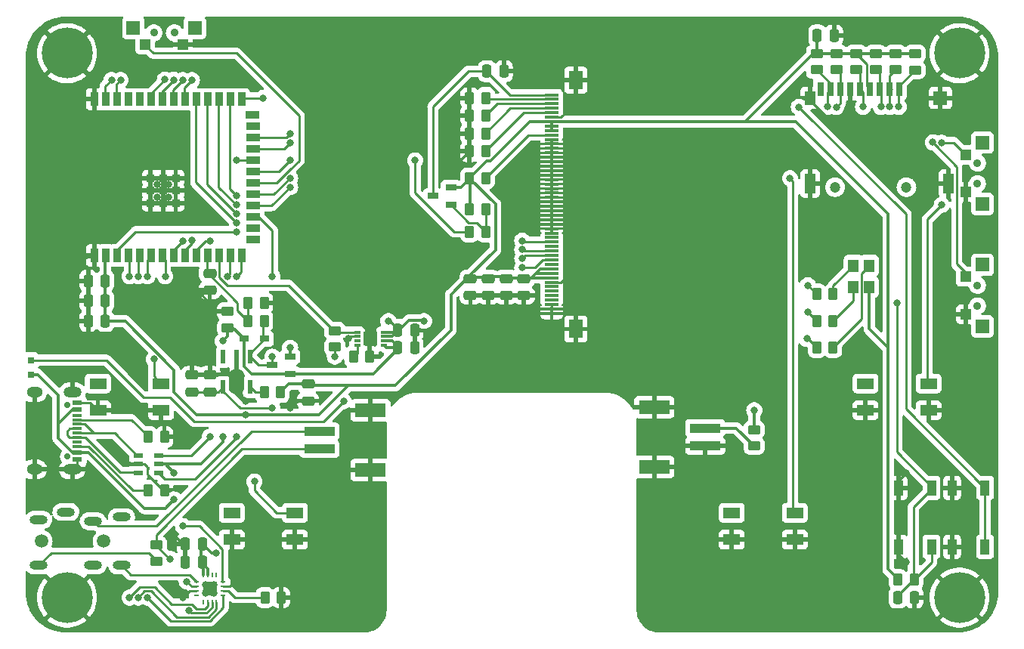
<source format=gbr>
%TF.GenerationSoftware,KiCad,Pcbnew,7.0.7*%
%TF.CreationDate,2023-12-09T23:49:39+01:00*%
%TF.ProjectId,Untitled,556e7469-746c-4656-942e-6b696361645f,rev?*%
%TF.SameCoordinates,Original*%
%TF.FileFunction,Copper,L1,Top*%
%TF.FilePolarity,Positive*%
%FSLAX46Y46*%
G04 Gerber Fmt 4.6, Leading zero omitted, Abs format (unit mm)*
G04 Created by KiCad (PCBNEW 7.0.7) date 2023-12-09 23:49:39*
%MOMM*%
%LPD*%
G01*
G04 APERTURE LIST*
G04 Aperture macros list*
%AMRoundRect*
0 Rectangle with rounded corners*
0 $1 Rounding radius*
0 $2 $3 $4 $5 $6 $7 $8 $9 X,Y pos of 4 corners*
0 Add a 4 corners polygon primitive as box body*
4,1,4,$2,$3,$4,$5,$6,$7,$8,$9,$2,$3,0*
0 Add four circle primitives for the rounded corners*
1,1,$1+$1,$2,$3*
1,1,$1+$1,$4,$5*
1,1,$1+$1,$6,$7*
1,1,$1+$1,$8,$9*
0 Add four rect primitives between the rounded corners*
20,1,$1+$1,$2,$3,$4,$5,0*
20,1,$1+$1,$4,$5,$6,$7,0*
20,1,$1+$1,$6,$7,$8,$9,0*
20,1,$1+$1,$8,$9,$2,$3,0*%
G04 Aperture macros list end*
%TA.AperFunction,SMDPad,CuDef*%
%ADD10R,1.070000X0.530000*%
%TD*%
%TA.AperFunction,SMDPad,CuDef*%
%ADD11RoundRect,0.250000X-0.262500X-0.450000X0.262500X-0.450000X0.262500X0.450000X-0.262500X0.450000X0*%
%TD*%
%TA.AperFunction,SMDPad,CuDef*%
%ADD12R,1.150000X1.400000*%
%TD*%
%TA.AperFunction,SMDPad,CuDef*%
%ADD13R,1.500000X1.500000*%
%TD*%
%TA.AperFunction,SMDPad,CuDef*%
%ADD14R,1.200000X1.200000*%
%TD*%
%TA.AperFunction,ComponentPad*%
%ADD15C,0.900000*%
%TD*%
%TA.AperFunction,SMDPad,CuDef*%
%ADD16R,0.750000X0.300000*%
%TD*%
%TA.AperFunction,SMDPad,CuDef*%
%ADD17R,1.600000X1.600000*%
%TD*%
%TA.AperFunction,SMDPad,CuDef*%
%ADD18R,1.250000X0.700000*%
%TD*%
%TA.AperFunction,SMDPad,CuDef*%
%ADD19RoundRect,0.250000X0.450000X-0.262500X0.450000X0.262500X-0.450000X0.262500X-0.450000X-0.262500X0*%
%TD*%
%TA.AperFunction,SMDPad,CuDef*%
%ADD20RoundRect,0.250000X0.250000X0.475000X-0.250000X0.475000X-0.250000X-0.475000X0.250000X-0.475000X0*%
%TD*%
%TA.AperFunction,SMDPad,CuDef*%
%ADD21R,1.900000X1.200000*%
%TD*%
%TA.AperFunction,ComponentPad*%
%ADD22C,5.700000*%
%TD*%
%TA.AperFunction,SMDPad,CuDef*%
%ADD23RoundRect,0.250000X0.475000X-0.250000X0.475000X0.250000X-0.475000X0.250000X-0.475000X-0.250000X0*%
%TD*%
%TA.AperFunction,SMDPad,CuDef*%
%ADD24RoundRect,0.250000X0.262500X0.450000X-0.262500X0.450000X-0.262500X-0.450000X0.262500X-0.450000X0*%
%TD*%
%TA.AperFunction,SMDPad,CuDef*%
%ADD25RoundRect,0.250000X-0.250000X-0.475000X0.250000X-0.475000X0.250000X0.475000X-0.250000X0.475000X0*%
%TD*%
%TA.AperFunction,SMDPad,CuDef*%
%ADD26RoundRect,0.250000X-0.475000X0.250000X-0.475000X-0.250000X0.475000X-0.250000X0.475000X0.250000X0*%
%TD*%
%TA.AperFunction,SMDPad,CuDef*%
%ADD27R,3.500000X1.000000*%
%TD*%
%TA.AperFunction,SMDPad,CuDef*%
%ADD28R,3.500000X1.500000*%
%TD*%
%TA.AperFunction,SMDPad,CuDef*%
%ADD29R,0.900000X1.500000*%
%TD*%
%TA.AperFunction,SMDPad,CuDef*%
%ADD30R,1.500000X0.900000*%
%TD*%
%TA.AperFunction,SMDPad,CuDef*%
%ADD31R,0.900000X0.900000*%
%TD*%
%TA.AperFunction,SMDPad,CuDef*%
%ADD32R,0.800000X0.800000*%
%TD*%
%TA.AperFunction,SMDPad,CuDef*%
%ADD33R,0.570000X1.500000*%
%TD*%
%TA.AperFunction,SMDPad,CuDef*%
%ADD34O,1.760000X2.940000*%
%TD*%
%TA.AperFunction,SMDPad,CuDef*%
%ADD35R,0.550000X2.210000*%
%TD*%
%TA.AperFunction,SMDPad,CuDef*%
%ADD36R,1.000000X0.750000*%
%TD*%
%TA.AperFunction,SMDPad,CuDef*%
%ADD37R,1.000000X1.700000*%
%TD*%
%TA.AperFunction,ComponentPad*%
%ADD38O,1.800000X1.200000*%
%TD*%
%TA.AperFunction,ComponentPad*%
%ADD39O,2.000000X1.200000*%
%TD*%
%TA.AperFunction,SMDPad,CuDef*%
%ADD40R,1.100000X0.600000*%
%TD*%
%TA.AperFunction,SMDPad,CuDef*%
%ADD41R,1.100000X0.300000*%
%TD*%
%TA.AperFunction,ComponentPad*%
%ADD42C,0.700000*%
%TD*%
%TA.AperFunction,SMDPad,CuDef*%
%ADD43R,1.500000X0.300000*%
%TD*%
%TA.AperFunction,SMDPad,CuDef*%
%ADD44R,1.600000X2.000000*%
%TD*%
%TA.AperFunction,ComponentPad*%
%ADD45O,2.000000X1.000000*%
%TD*%
%TA.AperFunction,ComponentPad*%
%ADD46C,1.500000*%
%TD*%
%TA.AperFunction,SMDPad,CuDef*%
%ADD47R,0.700000X1.600000*%
%TD*%
%TA.AperFunction,SMDPad,CuDef*%
%ADD48R,1.600000X1.500000*%
%TD*%
%TA.AperFunction,SMDPad,CuDef*%
%ADD49R,1.200000X2.200000*%
%TD*%
%TA.AperFunction,SMDPad,CuDef*%
%ADD50R,1.200000X1.500000*%
%TD*%
%TA.AperFunction,ComponentPad*%
%ADD51C,1.200000*%
%TD*%
%TA.AperFunction,SMDPad,CuDef*%
%ADD52RoundRect,0.250000X-0.450000X0.262500X-0.450000X-0.262500X0.450000X-0.262500X0.450000X0.262500X0*%
%TD*%
%TA.AperFunction,SMDPad,CuDef*%
%ADD53R,0.600000X0.250000*%
%TD*%
%TA.AperFunction,SMDPad,CuDef*%
%ADD54R,0.250000X0.600000*%
%TD*%
%TA.AperFunction,ViaPad*%
%ADD55C,0.800000*%
%TD*%
%TA.AperFunction,Conductor*%
%ADD56C,0.250000*%
%TD*%
%TA.AperFunction,Conductor*%
%ADD57C,0.300000*%
%TD*%
G04 APERTURE END LIST*
D10*
%TO.P,D2,1,I/O1*%
%TO.N,Net-(USB1-DN1)*%
X106000000Y-109100000D03*
%TO.P,D2,2,GND*%
%TO.N,GND*%
X106000000Y-110050000D03*
%TO.P,D2,3,I/O2*%
%TO.N,Net-(USB1-DP1)*%
X106000000Y-111000000D03*
%TO.P,D2,4,I/O2*%
%TO.N,GPIO_20*%
X108300000Y-111000000D03*
%TO.P,D2,5,VBUS*%
%TO.N,+5V*%
X108300000Y-110050000D03*
%TO.P,D2,6,I/O1*%
%TO.N,GPIO_19*%
X108300000Y-109100000D03*
%TD*%
D11*
%TO.P,R14,1*%
%TO.N,Net-(U2-PROG)*%
X130087500Y-98000000D03*
%TO.P,R14,2*%
%TO.N,GND*%
X131912500Y-98000000D03*
%TD*%
D12*
%TO.P,LED1,1,1*%
%TO.N,Net-(LED1-Pad1)*%
X187900000Y-87800000D03*
%TO.P,LED1,2,2*%
%TO.N,+3.3V*%
X187900000Y-90200000D03*
%TO.P,LED1,3,3*%
%TO.N,Net-(LED1-Pad3)*%
X186100000Y-87800000D03*
%TO.P,LED1,4,4*%
%TO.N,Net-(LED1-Pad4)*%
X186100000Y-90200000D03*
%TD*%
D13*
%TO.P,SW6,4,4*%
%TO.N,unconnected-(SW6-Pad4)*%
X200550000Y-80900000D03*
%TO.P,SW6,3,3*%
%TO.N,unconnected-(SW6-Pad3)*%
X200550000Y-74000000D03*
D14*
%TO.P,SW6,2,2*%
%TO.N,GND*%
X198710000Y-79550000D03*
%TO.P,SW6,1,1*%
%TO.N,BTN_6*%
X198710000Y-75350000D03*
D15*
%TO.P,SW6,*%
%TO.N,*%
X200000000Y-78600000D03*
X200000000Y-76300000D03*
%TD*%
D16*
%TO.P,U2,1,VDD*%
%TO.N,+5V*%
X133500000Y-96750000D03*
%TO.P,U2,2,VDD*%
X133500000Y-96250000D03*
%TO.P,U2,3,VBAT*%
%TO.N,+BATT*%
X133500000Y-95750000D03*
%TO.P,U2,4,VBAT*%
X133500000Y-95250000D03*
%TO.P,U2,5,STAT*%
%TO.N,BAT_CHARGING_STAT*%
X130500000Y-95250000D03*
%TO.P,U2,6,VSS*%
%TO.N,GND*%
X130500000Y-95750000D03*
%TO.P,U2,7,NC*%
%TO.N,unconnected-(U2-NC-Pad7)*%
X130500000Y-96250000D03*
%TO.P,U2,8,PROG*%
%TO.N,Net-(U2-PROG)*%
X130500000Y-96750000D03*
D17*
%TO.P,U2,9,EP*%
%TO.N,GND*%
X132000000Y-96000000D03*
%TD*%
D18*
%TO.P,Q3,1,G*%
%TO.N,Net-(Q3-G)*%
X141000000Y-80950000D03*
%TO.P,Q3,2,S*%
%TO.N,+3.3V*%
X141000000Y-79050000D03*
%TO.P,Q3,3,D*%
%TO.N,Net-(J8-Pin_1)*%
X139000000Y-80000000D03*
%TD*%
D19*
%TO.P,R27,1*%
%TO.N,SD_DAT_0*%
X184200000Y-65860580D03*
%TO.P,R27,2*%
%TO.N,+3.3V*%
X184200000Y-64035580D03*
%TD*%
%TO.P,R3,1*%
%TO.N,+5V*%
X116000000Y-94737500D03*
%TO.P,R3,2*%
%TO.N,GND*%
X116000000Y-92912500D03*
%TD*%
%TO.P,R31,1*%
%TO.N,SD_DAT_2*%
X193000000Y-65874029D03*
%TO.P,R31,2*%
%TO.N,+3.3V*%
X193000000Y-64049029D03*
%TD*%
D20*
%TO.P,C18,1*%
%TO.N,GND*%
X146950000Y-66000000D03*
%TO.P,C18,2*%
%TO.N,Net-(J8-Pin_1)*%
X145050000Y-66000000D03*
%TD*%
D21*
%TO.P,SW3,4,4*%
%TO.N,unconnected-(SW3-Pad4)*%
X187460000Y-101000000D03*
%TO.P,SW3,3,3*%
%TO.N,BTN_3*%
X194540000Y-101000000D03*
%TO.P,SW3,2,2*%
%TO.N,GND*%
X194540000Y-104000000D03*
%TO.P,SW3,1,1*%
X187460000Y-104000000D03*
%TD*%
D22*
%TO.P,H5,1,1*%
%TO.N,GND*%
X198000000Y-125000000D03*
%TD*%
D23*
%TO.P,C19,1*%
%TO.N,GND*%
X147197921Y-91146008D03*
%TO.P,C19,2*%
%TO.N,+3.3V*%
X147197921Y-89246008D03*
%TD*%
D24*
%TO.P,R1,1*%
%TO.N,Net-(J8-Pin_2)*%
X144912500Y-69000000D03*
%TO.P,R1,2*%
%TO.N,GND*%
X143087500Y-69000000D03*
%TD*%
D25*
%TO.P,C8,1*%
%TO.N,GND*%
X111271645Y-119000000D03*
%TO.P,C8,2*%
%TO.N,+3.3V*%
X113171645Y-119000000D03*
%TD*%
D22*
%TO.P,H6,1,1*%
%TO.N,GND*%
X98000000Y-125000000D03*
%TD*%
D24*
%TO.P,R5,1*%
%TO.N,GND*%
X120087500Y-92000000D03*
%TO.P,R5,2*%
%TO.N,BAT_READ*%
X118262500Y-92000000D03*
%TD*%
D25*
%TO.P,C11,1*%
%TO.N,GND*%
X100396555Y-91750898D03*
%TO.P,C11,2*%
%TO.N,+3.3V*%
X102296555Y-91750898D03*
%TD*%
D26*
%TO.P,C3,1*%
%TO.N,GND*%
X112000000Y-100050000D03*
%TO.P,C3,2*%
%TO.N,Net-(D1-K)*%
X112000000Y-101950000D03*
%TD*%
D25*
%TO.P,C2,1*%
%TO.N,GND*%
X100396555Y-94000000D03*
%TO.P,C2,2*%
%TO.N,+3.3V*%
X102296555Y-94000000D03*
%TD*%
D19*
%TO.P,R28,1*%
%TO.N,SD_CLK*%
X186400000Y-65854941D03*
%TO.P,R28,2*%
%TO.N,+3.3V*%
X186400000Y-64029941D03*
%TD*%
D21*
%TO.P,SW2,4,4*%
%TO.N,unconnected-(SW2-Pad4)*%
X116460000Y-115500000D03*
%TO.P,SW2,3,3*%
%TO.N,BTN_2*%
X123540000Y-115500000D03*
%TO.P,SW2,2,2*%
%TO.N,GND*%
X123540000Y-118500000D03*
%TO.P,SW2,1,1*%
X116460000Y-118500000D03*
%TD*%
D11*
%TO.P,R40,1*%
%TO.N,+3.3V*%
X143087500Y-78000000D03*
%TO.P,R40,2*%
%TO.N,Net-(J8-Pin_10)*%
X144912500Y-78000000D03*
%TD*%
D21*
%TO.P,SW1,4,4*%
%TO.N,unconnected-(SW1-Pad4)*%
X101460000Y-101000000D03*
%TO.P,SW1,3,3*%
%TO.N,BTN_1*%
X108540000Y-101000000D03*
%TO.P,SW1,2,2*%
%TO.N,GND*%
X108540000Y-104000000D03*
%TO.P,SW1,1,1*%
X101460000Y-104000000D03*
%TD*%
D13*
%TO.P,SW7,4,4*%
%TO.N,unconnected-(SW7-Pad4)*%
X200550000Y-94600000D03*
%TO.P,SW7,3,3*%
%TO.N,unconnected-(SW7-Pad3)*%
X200550000Y-87700000D03*
D14*
%TO.P,SW7,2,2*%
%TO.N,GND*%
X198710000Y-93250000D03*
%TO.P,SW7,1,1*%
%TO.N,BTN_7*%
X198710000Y-89050000D03*
D15*
%TO.P,SW7,*%
%TO.N,*%
X200000000Y-92300000D03*
X200000000Y-90000000D03*
%TD*%
D24*
%TO.P,R17,1*%
%TO.N,Net-(J8-Pin_5)*%
X144912500Y-75000000D03*
%TO.P,R17,2*%
%TO.N,GND*%
X143087500Y-75000000D03*
%TD*%
D27*
%TO.P,H2,1,1*%
%TO.N,Net-(U6-OUTN)*%
X126300000Y-108350000D03*
%TO.P,H2,2,2*%
%TO.N,Net-(CN2-Pad5)*%
X126300000Y-106350000D03*
D28*
%TO.P,H2,4,4*%
%TO.N,GND*%
X132000000Y-104000000D03*
%TO.P,H2,5,5*%
X132000000Y-110700000D03*
%TD*%
D29*
%TO.P,U1,1,GND*%
%TO.N,GND*%
X101060000Y-86650000D03*
%TO.P,U1,2,3V3*%
%TO.N,+3.3V*%
X102330000Y-86650000D03*
%TO.P,U1,3,EN*%
%TO.N,EN*%
X103600000Y-86650000D03*
%TO.P,U1,4,IO4*%
%TO.N,I2S_LRCLK*%
X104870000Y-86650000D03*
%TO.P,U1,5,IO5*%
%TO.N,I2S_BCLK*%
X106140000Y-86650000D03*
%TO.P,U1,6,IO6*%
%TO.N,I2S_DOUT*%
X107410000Y-86650000D03*
%TO.P,U1,7,IO7*%
%TO.N,AMP_EN*%
X108680000Y-86650000D03*
%TO.P,U1,8,IO15*%
%TO.N,LED_RGB_RED*%
X109950000Y-86650000D03*
%TO.P,U1,9,IO16*%
%TO.N,LED_RGB_BLUE*%
X111220000Y-86650000D03*
%TO.P,U1,10,IO17*%
%TO.N,LED_RGB_GREEN*%
X112490000Y-86650000D03*
%TO.P,U1,11,IO18*%
%TO.N,BAT_READ*%
X113760000Y-86650000D03*
%TO.P,U1,12,IO8*%
%TO.N,BAT_CHARGING_STAT*%
X115030000Y-86650000D03*
%TO.P,U1,13,IO19*%
%TO.N,GPIO_19*%
X116300000Y-86650000D03*
%TO.P,U1,14,IO20*%
%TO.N,GPIO_20*%
X117570000Y-86650000D03*
D30*
%TO.P,U1,15,IO3*%
%TO.N,unconnected-(U1-IO3-Pad15)*%
X118840000Y-84890000D03*
%TO.P,U1,16,IO46*%
%TO.N,unconnected-(U1-IO46-Pad16)*%
X118840000Y-83620000D03*
%TO.P,U1,17,IO9*%
%TO.N,BTN_2*%
X118840000Y-82350000D03*
%TO.P,U1,18,IO10*%
%TO.N,BTN_3*%
X118840000Y-81080000D03*
%TO.P,U1,19,IO11*%
%TO.N,BTN_4*%
X118840000Y-79810000D03*
%TO.P,U1,20,IO12*%
%TO.N,BTN_5*%
X118840000Y-78530000D03*
%TO.P,U1,21,IO13*%
%TO.N,LCD_BL*%
X118840000Y-77270000D03*
%TO.P,U1,22,IO14*%
%TO.N,BTN_1*%
X118840000Y-76000000D03*
%TO.P,U1,23,IO21*%
%TO.N,BTN_6*%
X118840000Y-74730000D03*
%TO.P,U1,24,IO47*%
%TO.N,BTN_7*%
X118840000Y-73450000D03*
%TO.P,U1,25,IO48*%
%TO.N,unconnected-(U1-IO48-Pad25)*%
X118840000Y-72180000D03*
%TO.P,U1,26,IO45*%
%TO.N,unconnected-(U1-IO45-Pad26)*%
X118810000Y-70910000D03*
D29*
%TO.P,U1,27,IO0*%
%TO.N,BOOT*%
X117570000Y-69150000D03*
%TO.P,U1,28,IO35*%
%TO.N,LCD_MOSI*%
X116300000Y-69150000D03*
%TO.P,U1,29,IO36*%
%TO.N,LCD_DC*%
X115030000Y-69150000D03*
%TO.P,U1,30,IO37*%
%TO.N,LCD_SCK*%
X113760000Y-69150000D03*
%TO.P,U1,31,IO38*%
%TO.N,LCD_CS*%
X112490000Y-69150000D03*
%TO.P,U1,32,IO39*%
%TO.N,SD_DAT_1*%
X111220000Y-69150000D03*
%TO.P,U1,33,IO40*%
%TO.N,SD_DAT_0*%
X109950000Y-69150000D03*
%TO.P,U1,34,IO41*%
%TO.N,SD_CLK*%
X108680000Y-69150000D03*
%TO.P,U1,35,IO42*%
%TO.N,SD_CMD*%
X107410000Y-69150000D03*
%TO.P,U1,36,RXD0*%
%TO.N,unconnected-(U1-RXD0-Pad36)*%
X106140000Y-69150000D03*
%TO.P,U1,37,TXD0*%
%TO.N,unconnected-(U1-TXD0-Pad37)*%
X104870000Y-69150000D03*
%TO.P,U1,38,IO2*%
%TO.N,SD_DAT_3*%
X103600000Y-69150000D03*
%TO.P,U1,39,IO1*%
%TO.N,SD_DAT_2*%
X102330000Y-69150000D03*
%TO.P,U1,40,GND*%
%TO.N,GND*%
X101060000Y-69150000D03*
D31*
%TO.P,U1,41,GND*%
X107380000Y-80800000D03*
X108780000Y-80800000D03*
X110180000Y-80800000D03*
X107380000Y-79400000D03*
X108780000Y-79400000D03*
X110180000Y-79400000D03*
X107380000Y-78000000D03*
X108780000Y-78000000D03*
X110180000Y-78000000D03*
%TD*%
D11*
%TO.P,R15,1*%
%TO.N,Net-(USB1-CC1)*%
X107087500Y-107000000D03*
%TO.P,R15,2*%
%TO.N,GND*%
X108912500Y-107000000D03*
%TD*%
%TO.P,R4,1*%
%TO.N,BAT_READ*%
X118262500Y-94000000D03*
%TO.P,R4,2*%
%TO.N,Net-(D1-K)*%
X120087500Y-94000000D03*
%TD*%
D26*
%TO.P,C20,1*%
%TO.N,+3.3V*%
X149197921Y-89246008D03*
%TO.P,C20,2*%
%TO.N,GND*%
X149197921Y-91146008D03*
%TD*%
D32*
%TO.P,CHARGE_LED1,1,K*%
%TO.N,Net-(CHARGE_LED1-K)*%
X94000000Y-98400000D03*
%TO.P,CHARGE_LED1,2,A*%
%TO.N,+5V*%
X94000000Y-100000000D03*
%TD*%
D21*
%TO.P,SW4,4,4*%
%TO.N,unconnected-(SW4-Pad4)*%
X172460000Y-115500000D03*
%TO.P,SW4,3,3*%
%TO.N,BTN_4*%
X179540000Y-115500000D03*
%TO.P,SW4,2,2*%
%TO.N,GND*%
X179540000Y-118500000D03*
%TO.P,SW4,1,1*%
X172460000Y-118500000D03*
%TD*%
D33*
%TO.P,U3,1,CE*%
%TO.N,Net-(D1-K)*%
X118500000Y-98000000D03*
D34*
%TO.P,U3,2,VSS*%
%TO.N,GND*%
X117000000Y-100770000D03*
D35*
X117000000Y-98360000D03*
D33*
%TO.P,U3,3,NC*%
%TO.N,unconnected-(U3-NC-Pad3)*%
X115500000Y-98000000D03*
%TO.P,U3,4,VIN*%
%TO.N,Net-(D1-K)*%
X115500000Y-101400000D03*
%TO.P,U3,5,VOUT*%
%TO.N,Net-(U3-VOUT)*%
X118500000Y-101400000D03*
%TD*%
D23*
%TO.P,C17,1*%
%TO.N,GND*%
X143197921Y-91146008D03*
%TO.P,C17,2*%
%TO.N,+3.3V*%
X143197921Y-89246008D03*
%TD*%
D36*
%TO.P,D1,1,K*%
%TO.N,Net-(D1-K)*%
X120170000Y-96000000D03*
%TO.P,D1,2,A*%
%TO.N,+5V*%
X117830000Y-96000000D03*
%TD*%
D25*
%TO.P,C10,1*%
%TO.N,+BATT*%
X135050000Y-95000000D03*
%TO.P,C10,2*%
%TO.N,GND*%
X136950000Y-95000000D03*
%TD*%
%TO.P,C9,1*%
%TO.N,+5V*%
X135050000Y-97000000D03*
%TO.P,C9,2*%
%TO.N,GND*%
X136950000Y-97000000D03*
%TD*%
D23*
%TO.P,C12,1*%
%TO.N,GND*%
X125000000Y-102950000D03*
%TO.P,C12,2*%
%TO.N,+3.3V*%
X125000000Y-101050000D03*
%TD*%
D19*
%TO.P,R29,1*%
%TO.N,SD_CMD*%
X188600000Y-65858174D03*
%TO.P,R29,2*%
%TO.N,+3.3V*%
X188600000Y-64033174D03*
%TD*%
D22*
%TO.P,H3,1,1*%
%TO.N,GND*%
X98000000Y-64000000D03*
%TD*%
D37*
%TO.P,SW10,1,A*%
%TO.N,BOOT*%
X200850000Y-112700000D03*
%TO.P,SW10,2,B*%
X200850000Y-119300000D03*
%TO.P,SW10,3,C*%
%TO.N,GND*%
X197150000Y-112700000D03*
%TO.P,SW10,4,D*%
X197150000Y-119300000D03*
%TD*%
D11*
%TO.P,R12,1*%
%TO.N,+3.3V*%
X191087500Y-123000000D03*
%TO.P,R12,2*%
%TO.N,EN*%
X192912500Y-123000000D03*
%TD*%
D38*
%TO.P,USB1,14,SHELL*%
%TO.N,GND*%
X94384549Y-110640000D03*
D39*
X98594549Y-110640000D03*
D38*
%TO.P,USB1,13,SHELL*%
X94384549Y-102000000D03*
D39*
X98594549Y-102000000D03*
D40*
%TO.P,USB1,12,GND*%
X99144549Y-109520000D03*
%TO.P,USB1,11,VBUS*%
%TO.N,+5V*%
X99144549Y-108720000D03*
D41*
%TO.P,USB1,10,CC2*%
%TO.N,Net-(USB1-CC2)*%
X99144549Y-108070000D03*
%TO.P,USB1,9,SBU1*%
%TO.N,unconnected-(USB1-SBU1-Pad9)*%
X99144549Y-107570000D03*
%TO.P,USB1,8,DP2*%
%TO.N,Net-(USB1-DP1)*%
X99144549Y-107070000D03*
%TO.P,USB1,7,DN1*%
%TO.N,Net-(USB1-DN1)*%
X99144549Y-106570000D03*
%TO.P,USB1,6,DP1*%
%TO.N,Net-(USB1-DP1)*%
X99144549Y-106070000D03*
%TO.P,USB1,5,DN2*%
%TO.N,Net-(USB1-DN1)*%
X99144549Y-105570000D03*
%TO.P,USB1,4,CC1*%
%TO.N,Net-(USB1-CC1)*%
X99144549Y-105070000D03*
%TO.P,USB1,3,SBU2*%
%TO.N,unconnected-(USB1-SBU2-Pad3)*%
X99144549Y-104570000D03*
D40*
%TO.P,USB1,2,VBUS*%
%TO.N,+5V*%
X99144549Y-103920000D03*
%TO.P,USB1,1,GND*%
%TO.N,GND*%
X99144549Y-103120000D03*
D42*
%TO.P,USB1,*%
%TO.N,*%
X98064549Y-109210000D03*
X98064549Y-103430000D03*
%TD*%
D25*
%TO.P,C7,1*%
%TO.N,GND*%
X111275000Y-121000000D03*
%TO.P,C7,2*%
%TO.N,+3.3V*%
X113175000Y-121000000D03*
%TD*%
D43*
%TO.P,J8,1,Pin_1*%
%TO.N,Net-(J8-Pin_1)*%
X152300185Y-68657278D03*
%TO.P,J8,2,Pin_2*%
%TO.N,Net-(J8-Pin_2)*%
X152300185Y-69157278D03*
%TO.P,J8,3,Pin_3*%
%TO.N,Net-(J8-Pin_3)*%
X152300185Y-69657278D03*
%TO.P,J8,4,Pin_4*%
%TO.N,Net-(J8-Pin_4)*%
X152300185Y-70157278D03*
%TO.P,J8,5,Pin_5*%
%TO.N,Net-(J8-Pin_5)*%
X152300185Y-70657278D03*
%TO.P,J8,6,Pin_6*%
%TO.N,GND*%
X152300185Y-71157278D03*
%TO.P,J8,7,Pin_7*%
%TO.N,+3.3V*%
X152300185Y-71657278D03*
%TO.P,J8,8,Pin_8*%
X152300185Y-72157278D03*
%TO.P,J8,9,Pin_9*%
X152300185Y-72657278D03*
%TO.P,J8,10,Pin_10*%
%TO.N,Net-(J8-Pin_10)*%
X152300185Y-73157278D03*
%TO.P,J8,11,Pin_11*%
%TO.N,GND*%
X152300185Y-73657278D03*
%TO.P,J8,12,Pin_12*%
X152300185Y-74157278D03*
%TO.P,J8,13,Pin_13*%
X152300185Y-74657278D03*
%TO.P,J8,14,Pin_14*%
X152300185Y-75157278D03*
%TO.P,J8,15,Pin_15*%
X152300185Y-75657278D03*
%TO.P,J8,16,Pin_16*%
X152300185Y-76157278D03*
%TO.P,J8,17,Pin_17*%
X152300185Y-76657278D03*
%TO.P,J8,18,Pin_18*%
X152300185Y-77157278D03*
%TO.P,J8,19,Pin_19*%
X152300185Y-77657278D03*
%TO.P,J8,20,Pin_20*%
X152300185Y-78157278D03*
%TO.P,J8,21,Pin_21*%
X152300185Y-78657278D03*
%TO.P,J8,22,Pin_22*%
X152300185Y-79157278D03*
%TO.P,J8,23,Pin_23*%
X152300185Y-79657278D03*
%TO.P,J8,24,Pin_24*%
X152300185Y-80157278D03*
%TO.P,J8,25,Pin_25*%
X152300185Y-80657278D03*
%TO.P,J8,26,Pin_26*%
X152300185Y-81157278D03*
%TO.P,J8,27,Pin_27*%
X152300185Y-81657278D03*
%TO.P,J8,28,Pin_28*%
X152300185Y-82157278D03*
%TO.P,J8,29,Pin_29*%
X152300185Y-82657278D03*
%TO.P,J8,30,Pin_30*%
X152300185Y-83157278D03*
%TO.P,J8,31,Pin_31*%
X152300185Y-83657278D03*
%TO.P,J8,32,Pin_32*%
X152300185Y-84157278D03*
%TO.P,J8,33,Pin_33*%
%TO.N,unconnected-(J8-Pin_33-Pad33)*%
X152300185Y-84657278D03*
%TO.P,J8,34,Pin_34*%
%TO.N,LCD_MOSI*%
X152300185Y-85157278D03*
%TO.P,J8,35,Pin_35*%
%TO.N,unconnected-(J8-Pin_35-Pad35)*%
X152300185Y-85657278D03*
%TO.P,J8,36,Pin_36*%
%TO.N,LCD_DC*%
X152300185Y-86157278D03*
%TO.P,J8,37,Pin_37*%
%TO.N,LCD_SCK*%
X152300185Y-86657278D03*
%TO.P,J8,38,Pin_38*%
%TO.N,LCD_CS*%
X152300185Y-87157278D03*
%TO.P,J8,39,Pin_39*%
%TO.N,unconnected-(J8-Pin_39-Pad39)*%
X152300185Y-87657278D03*
%TO.P,J8,40,Pin_40*%
%TO.N,+3.3V*%
X152300185Y-88157278D03*
%TO.P,J8,41,Pin_41*%
X152300185Y-88657278D03*
%TO.P,J8,42,Pin_41*%
X152300185Y-89157278D03*
%TO.P,J8,43,Pin_43*%
%TO.N,GND*%
X152300185Y-89657278D03*
%TO.P,J8,44,Pin_44*%
%TO.N,unconnected-(J8-Pin_44-Pad44)*%
X152300185Y-90157278D03*
%TO.P,J8,45,Pin_45*%
%TO.N,unconnected-(J8-Pin_45-Pad45)*%
X152300185Y-90657278D03*
%TO.P,J8,46,Pin_46*%
%TO.N,unconnected-(J8-Pin_46-Pad46)*%
X152300185Y-91157278D03*
%TO.P,J8,47,Pin_47*%
%TO.N,unconnected-(J8-Pin_47-Pad47)*%
X152300185Y-91657278D03*
%TO.P,J8,48,Pin_48*%
%TO.N,GND*%
X152300185Y-92157278D03*
%TO.P,J8,49,Pin_49*%
X152300185Y-92657278D03*
%TO.P,J8,50,Pin_50*%
X152300185Y-93157278D03*
D44*
%TO.P,J8,51,MP*%
X155000000Y-94900000D03*
%TO.P,J8,52,MP*%
X155000000Y-67000000D03*
%TD*%
D24*
%TO.P,R2,1*%
%TO.N,Net-(J8-Pin_3)*%
X144912500Y-71000000D03*
%TO.P,R2,2*%
%TO.N,GND*%
X143087500Y-71000000D03*
%TD*%
D19*
%TO.P,R16,1*%
%TO.N,Net-(CHARGE_LED1-K)*%
X128000000Y-96912500D03*
%TO.P,R16,2*%
%TO.N,BAT_CHARGING_STAT*%
X128000000Y-95087500D03*
%TD*%
%TO.P,R30,1*%
%TO.N,SD_DAT_3*%
X190800000Y-65859394D03*
%TO.P,R30,2*%
%TO.N,+3.3V*%
X190800000Y-64034394D03*
%TD*%
D27*
%TO.P,H1,1,1*%
%TO.N,Net-(H1-Pad1)*%
X169505390Y-106000000D03*
%TO.P,H1,2,2*%
%TO.N,GND*%
X169505390Y-108000000D03*
D28*
%TO.P,H1,4,4*%
X163805390Y-110350000D03*
%TO.P,H1,5,5*%
X163805390Y-103650000D03*
%TD*%
D22*
%TO.P,H4,1,1*%
%TO.N,GND*%
X198000000Y-64000000D03*
%TD*%
D13*
%TO.P,SW5,4,4*%
%TO.N,unconnected-(SW5-Pad4)*%
X112332277Y-61159046D03*
%TO.P,SW5,3,3*%
%TO.N,unconnected-(SW5-Pad3)*%
X105432277Y-61159046D03*
D14*
%TO.P,SW5,2,2*%
%TO.N,GND*%
X110982277Y-62999046D03*
%TO.P,SW5,1,1*%
%TO.N,BTN_5*%
X106782277Y-62999046D03*
D15*
%TO.P,SW5,*%
%TO.N,*%
X110032277Y-61709046D03*
X107732277Y-61709046D03*
%TD*%
D37*
%TO.P,SW9,1,A*%
%TO.N,EN*%
X194850000Y-112700000D03*
%TO.P,SW9,2,B*%
X194850000Y-119300000D03*
%TO.P,SW9,3,C*%
%TO.N,GND*%
X191150000Y-112700000D03*
%TO.P,SW9,4,D*%
X191150000Y-119300000D03*
%TD*%
D11*
%TO.P,R18,1*%
%TO.N,Net-(U6-GAIN_SLOT)*%
X120175000Y-125000000D03*
%TO.P,R18,2*%
%TO.N,GND*%
X122000000Y-125000000D03*
%TD*%
D18*
%TO.P,Q1,1,G*%
%TO.N,+5V*%
X123000000Y-99900000D03*
%TO.P,Q1,2,S*%
%TO.N,+BATT*%
X123000000Y-98000000D03*
%TO.P,Q1,3,D*%
%TO.N,Net-(D1-K)*%
X121000000Y-98950000D03*
%TD*%
D24*
%TO.P,R8,1*%
%TO.N,Net-(LED1-Pad4)*%
X183825000Y-94000000D03*
%TO.P,R8,2*%
%TO.N,LED_RGB_BLUE*%
X182000000Y-94000000D03*
%TD*%
D45*
%TO.P,CN2,7,7*%
%TO.N,unconnected-(CN2-Pad7)*%
X97874544Y-115404078D03*
%TO.P,CN2,6,6*%
%TO.N,unconnected-(CN2-Pad6)*%
X100924544Y-121404078D03*
%TO.P,CN2,5,5*%
%TO.N,Net-(CN2-Pad5)*%
X100924544Y-116454078D03*
%TO.P,CN2,4,4*%
%TO.N,Net-(U6-OUTP)*%
X104124544Y-115974078D03*
%TO.P,CN2,3,3*%
X104124544Y-121404078D03*
%TO.P,CN2,2,2*%
%TO.N,unconnected-(CN2-Pad2)*%
X94824544Y-116274078D03*
%TO.P,CN2,1,1*%
%TO.N,Net-(CN2-Pad1)*%
X94824544Y-121404078D03*
D46*
%TO.P,CN2,*%
%TO.N,*%
X102124544Y-118664078D03*
X95124544Y-118664078D03*
%TD*%
D24*
%TO.P,R33,1*%
%TO.N,Net-(Q3-G)*%
X144923978Y-81472254D03*
%TO.P,R33,2*%
%TO.N,+3.3V*%
X143098978Y-81472254D03*
%TD*%
D19*
%TO.P,R6,1*%
%TO.N,Net-(CN2-Pad1)*%
X108000000Y-120912500D03*
%TO.P,R6,2*%
%TO.N,Net-(U6-OUTN)*%
X108000000Y-119087500D03*
%TD*%
%TO.P,R26,1*%
%TO.N,SD_DAT_1*%
X182000000Y-65860580D03*
%TO.P,R26,2*%
%TO.N,+3.3V*%
X182000000Y-64035580D03*
%TD*%
D47*
%TO.P,Card1,CD,CD*%
%TO.N,unconnected-(Card1-PadCD)*%
X182450000Y-68000000D03*
D48*
%TO.P,Card1,13,13*%
%TO.N,GND*%
X195850000Y-69000000D03*
D49*
%TO.P,Card1,12,12*%
X196750000Y-78600000D03*
%TO.P,Card1,11,11*%
X181250000Y-78600000D03*
D50*
%TO.P,Card1,10,10*%
X181250000Y-69000000D03*
D47*
%TO.P,Card1,8,DAT1*%
%TO.N,SD_DAT_1*%
X183550000Y-68000000D03*
%TO.P,Card1,7,DAT0*%
%TO.N,SD_DAT_0*%
X184650000Y-68000000D03*
%TO.P,Card1,6,VSS*%
%TO.N,GND*%
X185750000Y-68000000D03*
%TO.P,Card1,5,CLX*%
%TO.N,SD_CLK*%
X186850000Y-68000000D03*
%TO.P,Card1,4,VDD*%
%TO.N,+3.3V*%
X187950000Y-68000000D03*
%TO.P,Card1,3,CMD*%
%TO.N,SD_CMD*%
X189050000Y-68000000D03*
%TO.P,Card1,2,CD/DAT3*%
%TO.N,SD_DAT_3*%
X190150000Y-68000000D03*
%TO.P,Card1,1,DAT2*%
%TO.N,SD_DAT_2*%
X191250000Y-68000000D03*
D51*
%TO.P,Card1,*%
%TO.N,*%
X192050000Y-79000000D03*
X184050000Y-79000000D03*
%TD*%
D11*
%TO.P,R13,1*%
%TO.N,Net-(USB1-CC2)*%
X107087500Y-113000000D03*
%TO.P,R13,2*%
%TO.N,GND*%
X108912500Y-113000000D03*
%TD*%
D23*
%TO.P,C16,1*%
%TO.N,GND*%
X145197921Y-91146008D03*
%TO.P,C16,2*%
%TO.N,+3.3V*%
X145197921Y-89246008D03*
%TD*%
D25*
%TO.P,C14,1*%
%TO.N,EN*%
X191050000Y-125000000D03*
%TO.P,C14,2*%
%TO.N,GND*%
X192950000Y-125000000D03*
%TD*%
D52*
%TO.P,R19,1*%
%TO.N,+BATT*%
X175000000Y-106175000D03*
%TO.P,R19,2*%
%TO.N,Net-(H1-Pad1)*%
X175000000Y-108000000D03*
%TD*%
D24*
%TO.P,R11,1*%
%TO.N,Net-(J8-Pin_4)*%
X144912500Y-73000000D03*
%TO.P,R11,2*%
%TO.N,GND*%
X143087500Y-73000000D03*
%TD*%
D53*
%TO.P,U6,1,DIN*%
%TO.N,I2S_DOUT*%
X115500000Y-124750000D03*
%TO.P,U6,2,GAIN_SLOT*%
%TO.N,Net-(U6-GAIN_SLOT)*%
X115500000Y-124250000D03*
%TO.P,U6,3,GND*%
%TO.N,GND*%
X115500000Y-123750000D03*
%TO.P,U6,4,~{SD_MODE}*%
%TO.N,AMP_EN*%
X115500000Y-123250000D03*
D54*
%TO.P,U6,5,N.C.*%
%TO.N,unconnected-(U6-N.C.-Pad5)*%
X114750000Y-122500000D03*
%TO.P,U6,6,N.C.*%
%TO.N,unconnected-(U6-N.C.-Pad6)*%
X114250000Y-122500000D03*
%TO.P,U6,7,VDD*%
%TO.N,+3.3V*%
X113750000Y-122500000D03*
%TO.P,U6,8,VDD*%
X113250000Y-122500000D03*
D53*
%TO.P,U6,9,OUTP*%
%TO.N,Net-(U6-OUTP)*%
X112500000Y-123250000D03*
%TO.P,U6,10,OUTN*%
%TO.N,Net-(U6-OUTN)*%
X112500000Y-123750000D03*
%TO.P,U6,11,GND*%
%TO.N,GND*%
X112500000Y-124250000D03*
%TO.P,U6,12,N.C.*%
%TO.N,unconnected-(U6-N.C.-Pad12)*%
X112500000Y-124750000D03*
D54*
%TO.P,U6,13,N.C.*%
%TO.N,unconnected-(U6-N.C.-Pad13)*%
X113250000Y-125500000D03*
%TO.P,U6,14,LRCLK*%
%TO.N,I2S_LRCLK*%
X113750000Y-125500000D03*
%TO.P,U6,15,GND*%
%TO.N,GND*%
X114250000Y-125500000D03*
%TO.P,U6,16,BCLK*%
%TO.N,I2S_BCLK*%
X114750000Y-125500000D03*
D13*
%TO.P,U6,17,EP*%
%TO.N,GND*%
X114000000Y-124000000D03*
%TD*%
D25*
%TO.P,C1,1*%
%TO.N,GND*%
X100396555Y-89501796D03*
%TO.P,C1,2*%
%TO.N,+3.3V*%
X102296555Y-89501796D03*
%TD*%
D24*
%TO.P,R9,1*%
%TO.N,Net-(LED1-Pad3)*%
X183825000Y-91000000D03*
%TO.P,R9,2*%
%TO.N,LED_RGB_GREEN*%
X182000000Y-91000000D03*
%TD*%
%TO.P,R32,1*%
%TO.N,Net-(Q3-G)*%
X144912500Y-84000000D03*
%TO.P,R32,2*%
%TO.N,LCD_BL*%
X143087500Y-84000000D03*
%TD*%
%TO.P,R10,1*%
%TO.N,Net-(LED1-Pad1)*%
X183825000Y-96950000D03*
%TO.P,R10,2*%
%TO.N,LED_RGB_RED*%
X182000000Y-96950000D03*
%TD*%
D23*
%TO.P,C5,1*%
%TO.N,GND*%
X113991029Y-90552424D03*
%TO.P,C5,2*%
%TO.N,BAT_READ*%
X113991029Y-88652424D03*
%TD*%
D26*
%TO.P,C4,1*%
%TO.N,GND*%
X114000000Y-100050000D03*
%TO.P,C4,2*%
%TO.N,Net-(D1-K)*%
X114000000Y-101950000D03*
%TD*%
D20*
%TO.P,C15,1*%
%TO.N,GND*%
X183950000Y-62000000D03*
%TO.P,C15,2*%
%TO.N,+3.3V*%
X182050000Y-62000000D03*
%TD*%
D24*
%TO.P,R7,1*%
%TO.N,+3.3V*%
X121912500Y-102000000D03*
%TO.P,R7,2*%
%TO.N,Net-(U3-VOUT)*%
X120087500Y-102000000D03*
%TD*%
D55*
%TO.N,GND*%
X192000000Y-121000000D03*
X192000000Y-111000000D03*
X118000000Y-103000000D03*
X123000000Y-103775500D03*
%TO.N,Net-(D1-K)*%
X121000000Y-98000000D03*
X121000000Y-103775500D03*
%TO.N,GND*%
X129539017Y-95974500D03*
X111000000Y-73000000D03*
X111000000Y-75000000D03*
X109000000Y-73000000D03*
X109000000Y-75000000D03*
X107000000Y-73000000D03*
X107000000Y-75000000D03*
X105000000Y-77000000D03*
X105000000Y-75000000D03*
X105000000Y-83000000D03*
X105000000Y-79000000D03*
X105000000Y-81000000D03*
X105000000Y-73000000D03*
X103000000Y-77000000D03*
X103000000Y-75000000D03*
X103000000Y-83000000D03*
X103000000Y-79000000D03*
X103000000Y-81000000D03*
X103000000Y-73000000D03*
%TO.N,+5V*%
X110000000Y-111000000D03*
X115461122Y-96230741D03*
X115475503Y-106981926D03*
X110000000Y-114000000D03*
%TO.N,+BATT*%
X123000000Y-97000000D03*
X134000000Y-94000000D03*
X175000000Y-104000000D03*
X138000000Y-94000000D03*
%TO.N,GND*%
X101000000Y-73000000D03*
X101000000Y-81000000D03*
X109417545Y-78728755D03*
X113000000Y-91000000D03*
X116987701Y-122987701D03*
X109417545Y-80134022D03*
X101000000Y-79000000D03*
X113527025Y-124459190D03*
X111000000Y-125000000D03*
X99000000Y-88000000D03*
X122000000Y-93000000D03*
X141000000Y-76000000D03*
X189000000Y-77000000D03*
X104000000Y-104000000D03*
X101000000Y-83000000D03*
X111625201Y-126449500D03*
X155000000Y-87000000D03*
X104000000Y-109000000D03*
X101000000Y-75000000D03*
X101000000Y-77000000D03*
X108064326Y-78694057D03*
X110000000Y-118000000D03*
X113547223Y-123590646D03*
X108064326Y-80116673D03*
X114425867Y-123590646D03*
X114456165Y-124479389D03*
%TO.N,+3.3V*%
X114700500Y-120000000D03*
X118026000Y-104525000D03*
%TO.N,LCD_BL*%
X137000000Y-76000000D03*
X123000000Y-76000000D03*
%TO.N,EN*%
X117000000Y-84000000D03*
X191000000Y-92000000D03*
%TO.N,BOOT*%
X180000000Y-70013270D03*
X120000000Y-69000000D03*
%TO.N,GPIO_20*%
X117000000Y-107000000D03*
X117000000Y-89000000D03*
%TO.N,GPIO_19*%
X114000000Y-107000000D03*
X116000000Y-89000000D03*
%TO.N,SD_DAT_2*%
X191183008Y-70000000D03*
X102988479Y-66990185D03*
%TO.N,SD_DAT_3*%
X190183008Y-70000000D03*
X104000000Y-67000000D03*
%TO.N,SD_CMD*%
X189183008Y-70000000D03*
X108963102Y-66963102D03*
%TO.N,SD_CLK*%
X187183008Y-70000000D03*
X109975402Y-66975402D03*
%TO.N,SD_DAT_0*%
X184194837Y-70012770D03*
X110987701Y-66987701D03*
%TO.N,SD_DAT_1*%
X112000000Y-67000000D03*
X183183008Y-70000000D03*
%TO.N,I2S_DOUT*%
X107000000Y-89000000D03*
X107000000Y-125000000D03*
%TO.N,I2S_LRCLK*%
X105000000Y-125000000D03*
X105000000Y-89000000D03*
%TO.N,I2S_BCLK*%
X106000000Y-125000000D03*
X106000000Y-89000000D03*
%TO.N,Net-(CHARGE_LED1-K)*%
X129000000Y-103000000D03*
X128000000Y-98000000D03*
%TO.N,LCD_CS*%
X117000000Y-83000000D03*
X149000000Y-88003977D03*
%TO.N,LCD_SCK*%
X117000000Y-82000000D03*
X149000000Y-87004474D03*
%TO.N,LCD_DC*%
X117000000Y-81000000D03*
X149000000Y-86004971D03*
%TO.N,LCD_MOSI*%
X149000000Y-85005468D03*
X117000000Y-80000000D03*
%TO.N,BTN_1*%
X107728122Y-98271878D03*
X117000000Y-76000000D03*
%TO.N,BTN_2*%
X121000000Y-89000000D03*
X119000000Y-112000000D03*
%TO.N,BTN_3*%
X196000000Y-81000000D03*
X123000000Y-79000000D03*
%TO.N,BTN_4*%
X179000000Y-78000000D03*
X123000000Y-78000000D03*
%TO.N,BTN_6*%
X196000000Y-74012299D03*
X123008781Y-74010732D03*
%TO.N,BTN_7*%
X123000000Y-73000000D03*
X194997105Y-73990595D03*
%TO.N,AMP_EN*%
X109000000Y-89000000D03*
X111000000Y-117000000D03*
%TO.N,Net-(U6-OUTN)*%
X109565840Y-120660257D03*
X111412549Y-123187148D03*
%TO.N,LED_RGB_BLUE*%
X181000000Y-93000000D03*
X112018088Y-84993490D03*
%TO.N,LED_RGB_GREEN*%
X181000000Y-90000000D03*
X114000000Y-85000000D03*
%TO.N,LED_RGB_RED*%
X180888000Y-96000000D03*
X111012299Y-85012299D03*
%TD*%
D56*
%TO.N,GND*%
X191150000Y-120150000D02*
X192000000Y-121000000D01*
X191150000Y-119300000D02*
X191150000Y-120150000D01*
X191150000Y-111850000D02*
X192000000Y-111000000D01*
X191150000Y-112700000D02*
X191150000Y-111850000D01*
X117000000Y-102000000D02*
X118000000Y-103000000D01*
X117000000Y-100770000D02*
X117000000Y-102000000D01*
X123825500Y-102950000D02*
X123000000Y-103775500D01*
X125000000Y-102950000D02*
X123825500Y-102950000D01*
%TO.N,Net-(D1-K)*%
X121000000Y-98000000D02*
X121000000Y-98950000D01*
X117410500Y-103775500D02*
X121000000Y-103775500D01*
X115500000Y-101400000D02*
X115500000Y-101865000D01*
X115500000Y-101865000D02*
X117410500Y-103775500D01*
X114950000Y-101950000D02*
X115500000Y-101400000D01*
%TO.N,GND*%
X152300185Y-71157278D02*
X153350185Y-71157278D01*
X153350185Y-71157278D02*
X155000000Y-69507463D01*
X155000000Y-69507463D02*
X155000000Y-67000000D01*
%TO.N,BOOT*%
X200850000Y-119300000D02*
X200850000Y-112700000D01*
%TO.N,EN*%
X192912500Y-123000000D02*
X194850000Y-121062500D01*
X194850000Y-121062500D02*
X194850000Y-119300000D01*
%TO.N,GND*%
X129763517Y-95750000D02*
X129539017Y-95974500D01*
X130500000Y-95750000D02*
X129763517Y-95750000D01*
X99144549Y-109520000D02*
X99144549Y-110090000D01*
X99144549Y-110090000D02*
X98594549Y-110640000D01*
X152300185Y-84157278D02*
X152300185Y-83657278D01*
X152300185Y-73657278D02*
X152300185Y-74157278D01*
X99144549Y-103120000D02*
X100580000Y-103120000D01*
X100580000Y-103120000D02*
X101460000Y-104000000D01*
%TO.N,SD_DAT_3*%
X190800000Y-65859394D02*
X190150000Y-66509394D01*
X190150000Y-66509394D02*
X190150000Y-68000000D01*
%TO.N,SD_CMD*%
X189183008Y-70000000D02*
X189183008Y-68133008D01*
X189183008Y-68133008D02*
X189050000Y-68000000D01*
D57*
%TO.N,+3.3V*%
X110000000Y-102000000D02*
X110000000Y-99483095D01*
X118026000Y-104525000D02*
X126247020Y-104525000D01*
X110000000Y-99483095D02*
X104516905Y-94000000D01*
X126247020Y-104525000D02*
X129547020Y-101225000D01*
X112525000Y-104525000D02*
X110000000Y-102000000D01*
X104516905Y-94000000D02*
X102296555Y-94000000D01*
X118026000Y-104525000D02*
X112525000Y-104525000D01*
X129547020Y-101225000D02*
X130000000Y-101225000D01*
%TO.N,+5V*%
X115461122Y-96230741D02*
X116000000Y-95691863D01*
X116000000Y-95691863D02*
X116000000Y-94737500D01*
X115475503Y-106981926D02*
X115475503Y-107524497D01*
X115475503Y-107524497D02*
X113000000Y-110000000D01*
X113000000Y-110000000D02*
X108150000Y-110000000D01*
D56*
%TO.N,Net-(CHARGE_LED1-K)*%
X109541969Y-102541969D02*
X106541969Y-102541969D01*
X106541969Y-102541969D02*
X102400000Y-98400000D01*
X102400000Y-98400000D02*
X94000000Y-98400000D01*
X129000000Y-103000000D02*
X126748495Y-105251505D01*
X126748495Y-105251505D02*
X112251505Y-105251505D01*
X112251505Y-105251505D02*
X109541969Y-102541969D01*
D57*
%TO.N,+5V*%
X116480000Y-94650000D02*
X117830000Y-96000000D01*
X97000000Y-105519854D02*
X98599854Y-103920000D01*
X97000000Y-102300000D02*
X94700000Y-100000000D01*
X123000000Y-99900000D02*
X118665000Y-99900000D01*
X97000000Y-105519854D02*
X97000000Y-102300000D01*
X116000000Y-94650000D02*
X116480000Y-94650000D01*
X135225000Y-97000000D02*
X133750000Y-97000000D01*
X110000000Y-114000000D02*
X109000000Y-115000000D01*
X134475000Y-96250000D02*
X135225000Y-97000000D01*
X123000000Y-99900000D02*
X132325000Y-99900000D01*
X117830000Y-99065000D02*
X117830000Y-96000000D01*
X109000000Y-115000000D02*
X106691401Y-115000000D01*
X110000000Y-111000000D02*
X109000000Y-110000000D01*
X100411401Y-108720000D02*
X99144549Y-108720000D01*
X98599854Y-103920000D02*
X99144549Y-103920000D01*
X118665000Y-99900000D02*
X117830000Y-99065000D01*
X132325000Y-99900000D02*
X135225000Y-97000000D01*
X133500000Y-96250000D02*
X134475000Y-96250000D01*
X97000000Y-107120146D02*
X97000000Y-105519854D01*
X99144549Y-108720000D02*
X98599854Y-108720000D01*
X109000000Y-110000000D02*
X108150000Y-110000000D01*
X94700000Y-100000000D02*
X94000000Y-100000000D01*
X98599854Y-108720000D02*
X97000000Y-107120146D01*
X133750000Y-97000000D02*
X133500000Y-96750000D01*
X106691401Y-115000000D02*
X100411401Y-108720000D01*
%TO.N,+BATT*%
X175000000Y-104000000D02*
X175000000Y-106175000D01*
X134000000Y-94000000D02*
X134225000Y-94000000D01*
X134975000Y-95250000D02*
X135225000Y-95000000D01*
X133500000Y-95250000D02*
X134975000Y-95250000D01*
X123000000Y-97000000D02*
X123000000Y-98000000D01*
X134225000Y-94000000D02*
X135225000Y-95000000D01*
X136300000Y-93925000D02*
X137925000Y-93925000D01*
X137925000Y-93925000D02*
X138000000Y-94000000D01*
X134475000Y-95750000D02*
X135225000Y-95000000D01*
X133500000Y-95750000D02*
X134475000Y-95750000D01*
X135225000Y-95000000D02*
X136300000Y-93925000D01*
D56*
%TO.N,GND*%
X105850000Y-110000000D02*
X105000000Y-110000000D01*
X111271645Y-119000000D02*
X111000000Y-119000000D01*
X105000000Y-110000000D02*
X104000000Y-109000000D01*
X114000000Y-100050000D02*
X116280000Y-100050000D01*
X107000000Y-110365000D02*
X106635000Y-110000000D01*
X112000000Y-100050000D02*
X114000000Y-100050000D01*
X111894996Y-126719295D02*
X113605705Y-126719295D01*
X120000000Y-92350000D02*
X120000000Y-92000000D01*
X181250000Y-69000000D02*
X181000000Y-69000000D01*
X106635000Y-110000000D02*
X105850000Y-110000000D01*
X155000000Y-87000000D02*
X155000000Y-88007463D01*
X116280000Y-100050000D02*
X117000000Y-100770000D01*
X152300185Y-92157278D02*
X152300185Y-92657278D01*
X115000000Y-93000000D02*
X116000000Y-93000000D01*
X142087500Y-76000000D02*
X141000000Y-76000000D01*
X107000000Y-111175000D02*
X107000000Y-110365000D01*
X100200000Y-86800000D02*
X99000000Y-88000000D01*
X111750000Y-124250000D02*
X111000000Y-125000000D01*
X120087500Y-92000000D02*
X121000000Y-92000000D01*
X153350185Y-89657278D02*
X152300185Y-89657278D01*
X115500000Y-123750000D02*
X116225402Y-123750000D01*
X101379366Y-103954523D02*
X103954523Y-103954523D01*
X181000000Y-69000000D02*
X189000000Y-77000000D01*
X152300185Y-92657278D02*
X152300185Y-93157278D01*
X112500000Y-124250000D02*
X111750000Y-124250000D01*
X143087500Y-75000000D02*
X142087500Y-76000000D01*
X116225402Y-123750000D02*
X116987701Y-122987701D01*
X103954523Y-103954523D02*
X104000000Y-104000000D01*
X101000000Y-86800000D02*
X100200000Y-86800000D01*
X113000000Y-91000000D02*
X115000000Y-93000000D01*
X121000000Y-92000000D02*
X122000000Y-93000000D01*
X114250000Y-126075000D02*
X114250000Y-125500000D01*
X108825000Y-113000000D02*
X107000000Y-111175000D01*
X155000000Y-88007463D02*
X153350185Y-89657278D01*
X111625201Y-126449500D02*
X111894996Y-126719295D01*
X111000000Y-119000000D02*
X110000000Y-118000000D01*
X113605705Y-126719295D02*
X114250000Y-126075000D01*
D57*
%TO.N,+3.3V*%
X145000000Y-89100000D02*
X143050000Y-89100000D01*
X149067722Y-89157278D02*
X149000000Y-89225000D01*
X143087500Y-78000000D02*
X145037500Y-76050000D01*
X142125000Y-79050000D02*
X141000000Y-79050000D01*
X114700500Y-120000000D02*
X114171645Y-120000000D01*
X102296555Y-86683445D02*
X102330000Y-86650000D01*
X143175000Y-78000000D02*
X142125000Y-79050000D01*
D56*
X187575000Y-65204941D02*
X187575000Y-67625000D01*
D57*
X150500000Y-88657278D02*
X152300185Y-88657278D01*
X102296555Y-89501796D02*
X102296555Y-86683445D01*
X190000000Y-98000000D02*
X190000000Y-121825000D01*
X150000000Y-89157278D02*
X151000000Y-88157278D01*
X182000000Y-64035580D02*
X192986551Y-64035580D01*
X113750000Y-122500000D02*
X113750000Y-121750000D01*
X102296555Y-91750898D02*
X102296555Y-89501796D01*
X147175000Y-89225000D02*
X147000000Y-89050000D01*
X113010312Y-120989688D02*
X113000000Y-121000000D01*
X143087500Y-78000000D02*
X143175000Y-78000000D01*
X176434604Y-71657278D02*
X179657278Y-71657278D01*
X113250000Y-122500000D02*
X113250000Y-121250000D01*
X143175000Y-81912500D02*
X143087500Y-82000000D01*
X147000000Y-89050000D02*
X145050000Y-89050000D01*
X102296555Y-94000000D02*
X102296555Y-91750898D01*
X145423528Y-76050000D02*
X149816250Y-71657278D01*
X149000000Y-89225000D02*
X147175000Y-89225000D01*
X145037500Y-76050000D02*
X145423528Y-76050000D01*
X149816250Y-71657278D02*
X152300185Y-71657278D01*
X143050000Y-89100000D02*
X143000000Y-89050000D01*
X190000000Y-82000000D02*
X190000000Y-97000000D01*
X182000000Y-64035580D02*
X181621698Y-64035580D01*
X122862500Y-101050000D02*
X121912500Y-102000000D01*
X152300185Y-89157278D02*
X150000000Y-89157278D01*
X125000000Y-101050000D02*
X122862500Y-101050000D01*
X114171645Y-120000000D02*
X113171645Y-119000000D01*
X190000000Y-97000000D02*
X190000000Y-98000000D01*
X182050000Y-62000000D02*
X182050000Y-63985580D01*
X181621698Y-64035580D02*
X174000000Y-71657278D01*
X190000000Y-121825000D02*
X191175000Y-123000000D01*
X113000000Y-119483693D02*
X112996645Y-119480338D01*
X128775000Y-101225000D02*
X125175000Y-101225000D01*
X182050000Y-63985580D02*
X182000000Y-64035580D01*
X125175000Y-101225000D02*
X125000000Y-101050000D01*
X145050000Y-89050000D02*
X145000000Y-89100000D01*
X151000000Y-88157278D02*
X152300185Y-88157278D01*
X141000000Y-91050000D02*
X143000000Y-89050000D01*
X190000000Y-97000000D02*
X187900000Y-94900000D01*
X113750000Y-121750000D02*
X113000000Y-121000000D01*
X150000000Y-89157278D02*
X150500000Y-88657278D01*
D56*
X187575000Y-67625000D02*
X187950000Y-68000000D01*
X186400000Y-64029941D02*
X187575000Y-65204941D01*
D57*
X141000000Y-95031587D02*
X141000000Y-91050000D01*
X174000000Y-71657278D02*
X152300185Y-71657278D01*
X113000000Y-121000000D02*
X113000000Y-119483693D01*
X176434604Y-71657278D02*
X174000000Y-71657278D01*
X192986551Y-64035580D02*
X193000000Y-64049029D01*
X146000000Y-86050000D02*
X146000000Y-80912500D01*
X152300185Y-71657278D02*
X152300185Y-72657278D01*
X187900000Y-94900000D02*
X187900000Y-90200000D01*
X143175000Y-78000000D02*
X143175000Y-81912500D01*
X179657278Y-71657278D02*
X190000000Y-82000000D01*
X113250000Y-121250000D02*
X113000000Y-121000000D01*
X143000000Y-89050000D02*
X146000000Y-86050000D01*
X150000000Y-89157278D02*
X149067722Y-89157278D01*
X134806587Y-101225000D02*
X141000000Y-95031587D01*
X128775000Y-101225000D02*
X134806587Y-101225000D01*
X146000000Y-80912500D02*
X143087500Y-78000000D01*
D56*
%TO.N,LCD_BL*%
X121740000Y-77260000D02*
X118900000Y-77260000D01*
X137000000Y-79625000D02*
X141375000Y-84000000D01*
X137000000Y-76000000D02*
X137000000Y-79625000D01*
X123000000Y-76000000D02*
X121740000Y-77260000D01*
X141375000Y-84000000D02*
X143087500Y-84000000D01*
%TO.N,BAT_READ*%
X117104693Y-92849246D02*
X117111746Y-92849246D01*
X113700000Y-86800000D02*
X113700000Y-88536395D01*
X118262500Y-92000000D02*
X118262500Y-94000000D01*
X117104693Y-91941088D02*
X117104693Y-92849246D01*
X113700000Y-88536395D02*
X117104693Y-91941088D01*
X118262500Y-94000000D02*
X118350000Y-94000000D01*
X117111746Y-92849246D02*
X118262500Y-94000000D01*
%TO.N,Net-(CN2-Pad1)*%
X107175000Y-120000000D02*
X108000000Y-120825000D01*
X96228622Y-120000000D02*
X107175000Y-120000000D01*
X94824544Y-121404078D02*
X96228622Y-120000000D01*
%TO.N,EN*%
X191000000Y-92000000D02*
X191000000Y-108696361D01*
X103540000Y-86130000D02*
X103540000Y-86800000D01*
X192825000Y-123000000D02*
X191225000Y-124600000D01*
X105670000Y-84000000D02*
X103540000Y-86130000D01*
X192825000Y-114878639D02*
X192825000Y-123000000D01*
X195003639Y-112700000D02*
X192825000Y-114878639D01*
X117000000Y-84000000D02*
X105670000Y-84000000D01*
X191000000Y-108696361D02*
X195003639Y-112700000D01*
X191225000Y-124600000D02*
X191225000Y-125000000D01*
%TO.N,BOOT*%
X117510000Y-69000000D02*
X120025305Y-69000000D01*
X180000000Y-70013270D02*
X192000000Y-82013270D01*
X120025305Y-69000000D02*
X120000000Y-69000000D01*
X192000000Y-82013270D02*
X192000000Y-103850000D01*
X192000000Y-103850000D02*
X200850000Y-112700000D01*
%TO.N,BAT_CHARGING_STAT*%
X130500000Y-95250000D02*
X128075000Y-95250000D01*
X128075000Y-95250000D02*
X122825000Y-90000000D01*
X115974695Y-90000000D02*
X115041029Y-89066334D01*
X122825000Y-90000000D02*
X115974695Y-90000000D01*
X115041029Y-86661029D02*
X115030000Y-86650000D01*
X115041029Y-89066334D02*
X115041029Y-86661029D01*
%TO.N,GPIO_20*%
X117000000Y-107000000D02*
X117000000Y-107025305D01*
X117510000Y-86800000D02*
X117510000Y-88490000D01*
X117510000Y-88490000D02*
X117000000Y-89000000D01*
X117000000Y-107025305D02*
X112300305Y-111725000D01*
X108925000Y-111725000D02*
X108150000Y-110950000D01*
X112300305Y-111725000D02*
X108925000Y-111725000D01*
%TO.N,GPIO_19*%
X116240000Y-88760000D02*
X116000000Y-89000000D01*
X116240000Y-86800000D02*
X116240000Y-88760000D01*
X114000000Y-107000000D02*
X111950000Y-109050000D01*
X111950000Y-109050000D02*
X108150000Y-109050000D01*
%TO.N,SD_DAT_2*%
X191183008Y-70000000D02*
X191183008Y-68066992D01*
X191183008Y-68066992D02*
X191250000Y-68000000D01*
X102270000Y-69000000D02*
X102270000Y-67708664D01*
X191250000Y-68000000D02*
X191250000Y-67624029D01*
X102270000Y-67708664D02*
X102988479Y-66990185D01*
X191250000Y-67624029D02*
X193000000Y-65874029D01*
%TO.N,SD_DAT_3*%
X103540000Y-67460000D02*
X104000000Y-67000000D01*
X190183008Y-68200000D02*
X190383008Y-68000000D01*
X190383008Y-66252112D02*
X190863226Y-65771894D01*
X190183008Y-70000000D02*
X190183008Y-68200000D01*
X103540000Y-69000000D02*
X103540000Y-67460000D01*
%TO.N,SD_CMD*%
X107350000Y-68576204D02*
X108963102Y-66963102D01*
X189050000Y-66308174D02*
X188600000Y-65858174D01*
X107350000Y-69000000D02*
X107350000Y-68576204D01*
X189050000Y-68000000D02*
X189050000Y-66308174D01*
%TO.N,SD_CLK*%
X186850000Y-68000000D02*
X186850000Y-66304941D01*
X186850000Y-66304941D02*
X186400000Y-65854941D01*
X108620000Y-68330804D02*
X109975402Y-66975402D01*
X187183008Y-68333008D02*
X186850000Y-68000000D01*
X187183008Y-70000000D02*
X187183008Y-68333008D01*
X108620000Y-69000000D02*
X108620000Y-68330804D01*
%TO.N,SD_DAT_0*%
X184650000Y-68000000D02*
X184650000Y-66310580D01*
X109890000Y-68085402D02*
X110987701Y-66987701D01*
X109890000Y-69000000D02*
X109890000Y-68085402D01*
X184650000Y-69557607D02*
X184650000Y-68000000D01*
X184650000Y-66310580D02*
X184200000Y-65860580D01*
X184194837Y-70012770D02*
X184650000Y-69557607D01*
%TO.N,SD_DAT_1*%
X111160000Y-67840000D02*
X112000000Y-67000000D01*
X183183008Y-68366992D02*
X183550000Y-68000000D01*
X183550000Y-67410580D02*
X182000000Y-65860580D01*
X183183008Y-70000000D02*
X183183008Y-68366992D01*
X111160000Y-69000000D02*
X111160000Y-67840000D01*
X183550000Y-68000000D02*
X183550000Y-67410580D01*
%TO.N,Net-(J8-Pin_3)*%
X146167722Y-69657278D02*
X152300185Y-69657278D01*
X144825000Y-71000000D02*
X146167722Y-69657278D01*
%TO.N,Net-(J8-Pin_5)*%
X149167722Y-70657278D02*
X152300185Y-70657278D01*
X144825000Y-75000000D02*
X149167722Y-70657278D01*
%TO.N,Net-(J8-Pin_2)*%
X144825000Y-69000000D02*
X144982278Y-69157278D01*
X144982278Y-69157278D02*
X152300185Y-69157278D01*
%TO.N,Net-(J8-Pin_4)*%
X144825000Y-73000000D02*
X147667722Y-70157278D01*
X147667722Y-70157278D02*
X152300185Y-70157278D01*
%TO.N,Net-(J8-Pin_1)*%
X147607278Y-68657278D02*
X152300185Y-68657278D01*
X139000000Y-70000000D02*
X143000000Y-66000000D01*
X144950000Y-66000000D02*
X147607278Y-68657278D01*
X139000000Y-80000000D02*
X139000000Y-70000000D01*
X143000000Y-66000000D02*
X145050000Y-66000000D01*
%TO.N,I2S_DOUT*%
X107000000Y-87150000D02*
X107350000Y-86800000D01*
X114011896Y-127624500D02*
X109624500Y-127624500D01*
X115500000Y-124750000D02*
X115500000Y-126136396D01*
X109624500Y-127624500D02*
X107000000Y-125000000D01*
X107000000Y-89000000D02*
X107000000Y-87150000D01*
X115500000Y-126136396D02*
X114011896Y-127624500D01*
%TO.N,I2S_LRCLK*%
X113750000Y-125500000D02*
X113750000Y-125938604D01*
X113419309Y-126269295D02*
X112544295Y-126269295D01*
X112544295Y-126269295D02*
X112000000Y-125725000D01*
X105000000Y-86990000D02*
X104810000Y-86800000D01*
X112000000Y-125725000D02*
X109725000Y-125725000D01*
X105000000Y-124974695D02*
X105000000Y-125000000D01*
X107825000Y-123825000D02*
X106149695Y-123825000D01*
X105000000Y-89000000D02*
X105000000Y-86990000D01*
X106149695Y-123825000D02*
X105000000Y-124974695D01*
X113750000Y-125938604D02*
X113419309Y-126269295D01*
X109725000Y-125725000D02*
X107825000Y-123825000D01*
%TO.N,I2S_BCLK*%
X113830705Y-127169295D02*
X114750000Y-126250000D01*
X110323549Y-127174500D02*
X111925506Y-127174500D01*
X106000000Y-124974695D02*
X106699695Y-124275000D01*
X107424049Y-124275000D02*
X110323549Y-127174500D01*
X106699695Y-124275000D02*
X107424049Y-124275000D01*
X111930711Y-127169295D02*
X113830705Y-127169295D01*
X106000000Y-86880000D02*
X106080000Y-86800000D01*
X106000000Y-89000000D02*
X106000000Y-86880000D01*
X114750000Y-126250000D02*
X114750000Y-125500000D01*
X106000000Y-125000000D02*
X106000000Y-124974695D01*
X111925506Y-127174500D02*
X111930711Y-127169295D01*
%TO.N,Net-(U6-OUTP)*%
X112500000Y-123250000D02*
X111712148Y-122462148D01*
X111712148Y-122462148D02*
X105182614Y-122462148D01*
X105182614Y-122462148D02*
X104124544Y-121404078D01*
%TO.N,Net-(CN2-Pad5)*%
X126300000Y-106350000D02*
X118675305Y-106350000D01*
X118675305Y-106350000D02*
X108025305Y-117000000D01*
X101470466Y-117000000D02*
X100924544Y-116454078D01*
X108025305Y-117000000D02*
X101470466Y-117000000D01*
%TO.N,Net-(USB1-DN1)*%
X99144549Y-105570000D02*
X100000000Y-105570000D01*
X103370000Y-106570000D02*
X105850000Y-109050000D01*
X101000000Y-106570000D02*
X103370000Y-106570000D01*
X100000000Y-105570000D02*
X101000000Y-106570000D01*
X99144549Y-106570000D02*
X101000000Y-106570000D01*
%TO.N,Net-(USB1-DP1)*%
X99144549Y-107070000D02*
X100069549Y-107070000D01*
X98000000Y-106364549D02*
X98294549Y-106070000D01*
X98294549Y-106070000D02*
X99144549Y-106070000D01*
X100069549Y-107070000D02*
X103949549Y-110950000D01*
X98000000Y-106775451D02*
X98000000Y-106364549D01*
X103949549Y-110950000D02*
X105850000Y-110950000D01*
X99144549Y-107070000D02*
X98294549Y-107070000D01*
X98294549Y-107070000D02*
X98000000Y-106775451D01*
%TO.N,Net-(USB1-CC2)*%
X99144549Y-108070000D02*
X100433153Y-108070000D01*
X100433153Y-108070000D02*
X105363153Y-113000000D01*
X105363153Y-113000000D02*
X107175000Y-113000000D01*
%TO.N,Net-(USB1-CC1)*%
X105245000Y-105070000D02*
X107175000Y-107000000D01*
X99144549Y-105070000D02*
X105245000Y-105070000D01*
%TO.N,Net-(U2-PROG)*%
X130500000Y-96750000D02*
X130500000Y-97675000D01*
X130500000Y-97675000D02*
X130175000Y-98000000D01*
%TO.N,Net-(J8-Pin_10)*%
X149667722Y-73157278D02*
X152300185Y-73157278D01*
X144825000Y-78000000D02*
X149667722Y-73157278D01*
%TO.N,Net-(CHARGE_LED1-K)*%
X128000000Y-98000000D02*
X128000000Y-96825000D01*
%TO.N,LCD_CS*%
X150453486Y-88003977D02*
X151300185Y-87157278D01*
X112430000Y-69000000D02*
X112430000Y-78455305D01*
X112430000Y-78455305D02*
X116974695Y-83000000D01*
X151300185Y-87157278D02*
X152300185Y-87157278D01*
X149000000Y-88003977D02*
X150453486Y-88003977D01*
X116974695Y-83000000D02*
X117000000Y-83000000D01*
%TO.N,LCD_SCK*%
X149347196Y-86657278D02*
X152300185Y-86657278D01*
X113700000Y-69000000D02*
X113700000Y-78725305D01*
X113700000Y-78725305D02*
X116974695Y-82000000D01*
X116974695Y-82000000D02*
X117000000Y-82000000D01*
X149000000Y-87004474D02*
X149347196Y-86657278D01*
%TO.N,LCD_DC*%
X149000000Y-86004971D02*
X149152307Y-86157278D01*
X149152307Y-86157278D02*
X152300185Y-86157278D01*
X114970000Y-69000000D02*
X114970000Y-78995305D01*
X116974695Y-81000000D02*
X117000000Y-81000000D01*
X114970000Y-78995305D02*
X116974695Y-81000000D01*
%TO.N,LCD_MOSI*%
X149000000Y-85005468D02*
X149151810Y-85157278D01*
X149151810Y-85157278D02*
X152300185Y-85157278D01*
X116240000Y-79240000D02*
X117000000Y-80000000D01*
X116240000Y-69000000D02*
X116240000Y-79240000D01*
%TO.N,BTN_1*%
X107728122Y-98271878D02*
X107728122Y-100188122D01*
X117000000Y-76000000D02*
X118840000Y-76000000D01*
X107728122Y-100188122D02*
X108540000Y-101000000D01*
%TO.N,BTN_2*%
X119480000Y-82340000D02*
X118900000Y-82340000D01*
X121500000Y-115500000D02*
X123540000Y-115500000D01*
X121000000Y-89000000D02*
X121000000Y-83860000D01*
X119000000Y-113000000D02*
X121500000Y-115500000D01*
X121000000Y-83860000D02*
X119480000Y-82340000D01*
X119000000Y-112000000D02*
X119000000Y-113000000D01*
%TO.N,BTN_3*%
X120930000Y-81070000D02*
X118900000Y-81070000D01*
X194540000Y-101000000D02*
X194379647Y-100839647D01*
X194379647Y-82620353D02*
X196000000Y-81000000D01*
X194379647Y-100839647D02*
X194379647Y-82620353D01*
X123000000Y-79000000D02*
X120930000Y-81070000D01*
%TO.N,BTN_4*%
X179314852Y-78314852D02*
X179314852Y-115274852D01*
X122974695Y-78000000D02*
X123000000Y-78000000D01*
X118900000Y-79800000D02*
X121174695Y-79800000D01*
X121174695Y-79800000D02*
X122974695Y-78000000D01*
X179314852Y-115274852D02*
X179540000Y-115500000D01*
X179000000Y-78000000D02*
X179314852Y-78314852D01*
%TO.N,BTN_5*%
X124000000Y-71000000D02*
X117000000Y-64000000D01*
X121444695Y-78530000D02*
X122974695Y-77000000D01*
X117000000Y-64000000D02*
X107698026Y-64000000D01*
X122974695Y-77000000D02*
X123025305Y-77000000D01*
X107698026Y-64000000D02*
X106700786Y-63002760D01*
X118900000Y-78530000D02*
X121444695Y-78530000D01*
X123025305Y-77000000D02*
X124000000Y-76025305D01*
X124000000Y-76025305D02*
X124000000Y-71000000D01*
%TO.N,Net-(Q3-G)*%
X143025000Y-82975000D02*
X143887500Y-82975000D01*
X143887500Y-82975000D02*
X144912500Y-84000000D01*
X144912500Y-82000000D02*
X144912500Y-84000000D01*
X141000000Y-80950000D02*
X143025000Y-82975000D01*
%TO.N,Net-(D1-K)*%
X121000000Y-98950000D02*
X119450000Y-98950000D01*
X112000000Y-101950000D02*
X114000000Y-101950000D01*
X119450000Y-98950000D02*
X118500000Y-98000000D01*
X120000000Y-94000000D02*
X120000000Y-95830000D01*
X120000000Y-95830000D02*
X120170000Y-96000000D01*
X118500000Y-97670000D02*
X120170000Y-96000000D01*
X118500000Y-98000000D02*
X118500000Y-97670000D01*
X114000000Y-101950000D02*
X114950000Y-101950000D01*
%TO.N,BTN_6*%
X118900000Y-74720000D02*
X122299513Y-74720000D01*
X196000000Y-74012299D02*
X196012299Y-74000000D01*
X122299513Y-74720000D02*
X123008781Y-74010732D01*
X197360000Y-74000000D02*
X198710000Y-75350000D01*
X196012299Y-74000000D02*
X197360000Y-74000000D01*
%TO.N,BTN_7*%
X197675000Y-87603406D02*
X199122725Y-89051131D01*
X194997105Y-73990595D02*
X195275000Y-74268490D01*
X195275000Y-74268490D02*
X195275000Y-74312604D01*
X122550000Y-73450000D02*
X123000000Y-73000000D01*
X195275000Y-74312604D02*
X197675000Y-76712604D01*
X197675000Y-76712604D02*
X197675000Y-87603406D01*
X118900000Y-73450000D02*
X122550000Y-73450000D01*
%TO.N,AMP_EN*%
X115425000Y-123175000D02*
X115500000Y-123250000D01*
X111000000Y-117000000D02*
X112854909Y-117000000D01*
X112854909Y-117000000D02*
X115425000Y-119570091D01*
X109000000Y-89000000D02*
X109000000Y-87180000D01*
X109000000Y-87180000D02*
X108620000Y-86800000D01*
X115425000Y-119570091D02*
X115425000Y-123175000D01*
%TO.N,Net-(U6-OUTN)*%
X108000000Y-119175000D02*
X108000000Y-117974695D01*
X111975401Y-123750000D02*
X112500000Y-123750000D01*
X109565840Y-120660257D02*
X109485257Y-120660257D01*
X117624695Y-108350000D02*
X126300000Y-108350000D01*
X108000000Y-117974695D02*
X117624695Y-108350000D01*
X111412549Y-123187148D02*
X111975401Y-123750000D01*
X109485257Y-120660257D02*
X108000000Y-119175000D01*
%TO.N,Net-(U6-GAIN_SLOT)*%
X120175000Y-125000000D02*
X116825000Y-125000000D01*
X116825000Y-125000000D02*
X116075000Y-124250000D01*
X115500000Y-124250000D02*
X116075000Y-124250000D01*
%TO.N,Net-(LED1-Pad1)*%
X187000000Y-93775000D02*
X187000000Y-88700000D01*
X187000000Y-88700000D02*
X187900000Y-87800000D01*
X183825000Y-96950000D02*
X187000000Y-93775000D01*
%TO.N,Net-(LED1-Pad4)*%
X186100000Y-91725000D02*
X186100000Y-90200000D01*
X183825000Y-94000000D02*
X186100000Y-91725000D01*
%TO.N,Net-(LED1-Pad3)*%
X183825000Y-91000000D02*
X183825000Y-90075000D01*
X183825000Y-90075000D02*
X186100000Y-87800000D01*
%TO.N,LED_RGB_BLUE*%
X112018088Y-85271912D02*
X111220000Y-86070000D01*
X111220000Y-86070000D02*
X111220000Y-86650000D01*
X112018088Y-84993490D02*
X112018088Y-85271912D01*
X182000000Y-94000000D02*
X181000000Y-93000000D01*
%TO.N,LED_RGB_GREEN*%
X114000000Y-85000000D02*
X113560000Y-85000000D01*
X112490000Y-86070000D02*
X112490000Y-86650000D01*
X181000000Y-90000000D02*
X182000000Y-91000000D01*
X113560000Y-85000000D02*
X112490000Y-86070000D01*
%TO.N,LED_RGB_RED*%
X180938000Y-95950000D02*
X181000000Y-95950000D01*
X180888000Y-96000000D02*
X180938000Y-95950000D01*
X109950000Y-86074598D02*
X109950000Y-86650000D01*
X181000000Y-95950000D02*
X182000000Y-96950000D01*
X111012299Y-85012299D02*
X109950000Y-86074598D01*
D57*
%TO.N,Net-(H1-Pad1)*%
X173000000Y-106000000D02*
X175000000Y-108000000D01*
X169505390Y-106000000D02*
X173000000Y-106000000D01*
D56*
%TO.N,Net-(U3-VOUT)*%
X119100000Y-102000000D02*
X118500000Y-101400000D01*
X120087500Y-102000000D02*
X119100000Y-102000000D01*
%TD*%
%TA.AperFunction,Conductor*%
%TO.N,GND*%
G36*
X111154519Y-59923614D02*
G01*
X111200274Y-59976418D01*
X111210218Y-60045576D01*
X111186747Y-60102240D01*
X111138481Y-60166715D01*
X111138479Y-60166717D01*
X111088185Y-60301563D01*
X111081778Y-60361162D01*
X111081778Y-60361169D01*
X111081777Y-60361181D01*
X111081777Y-61161139D01*
X111062092Y-61228178D01*
X111009288Y-61273933D01*
X110940130Y-61283877D01*
X110876574Y-61254852D01*
X110848418Y-61219590D01*
X110839911Y-61203675D01*
X110827945Y-61181287D01*
X110826416Y-61178426D01*
X110826412Y-61178419D01*
X110808784Y-61156940D01*
X110804093Y-61150402D01*
X110787786Y-61124239D01*
X110746606Y-61080918D01*
X110743625Y-61077543D01*
X110707634Y-61033689D01*
X110683667Y-61014019D01*
X110678058Y-61008805D01*
X110654600Y-60984127D01*
X110650074Y-60980977D01*
X110608181Y-60951818D01*
X110604265Y-60948856D01*
X110584559Y-60932684D01*
X110562902Y-60914910D01*
X110532706Y-60898770D01*
X110526523Y-60894983D01*
X110509824Y-60883360D01*
X110495935Y-60873693D01*
X110446907Y-60852653D01*
X110442144Y-60850364D01*
X110397778Y-60826650D01*
X110397777Y-60826649D01*
X110397776Y-60826649D01*
X110378164Y-60820700D01*
X110361946Y-60815780D01*
X110355496Y-60813425D01*
X110318286Y-60797457D01*
X110269186Y-60787367D01*
X110263668Y-60785967D01*
X110218613Y-60772300D01*
X110218604Y-60772298D01*
X110178141Y-60768312D01*
X110171735Y-60767341D01*
X110128934Y-60758546D01*
X110128933Y-60758546D01*
X110082020Y-60758546D01*
X110075939Y-60758247D01*
X110032277Y-60753947D01*
X110032276Y-60753947D01*
X109988654Y-60758243D01*
X109985719Y-60758462D01*
X109984072Y-60758545D01*
X109937521Y-60763279D01*
X109845931Y-60772300D01*
X109845800Y-60772327D01*
X109840015Y-60773194D01*
X109839967Y-60773198D01*
X109839946Y-60773203D01*
X109752015Y-60800792D01*
X109666770Y-60826651D01*
X109660472Y-60829259D01*
X109655657Y-60831008D01*
X109655509Y-60831071D01*
X109577580Y-60874325D01*
X109501655Y-60914908D01*
X109496588Y-60918294D01*
X109496433Y-60918062D01*
X109490382Y-60922175D01*
X109486484Y-60924887D01*
X109421147Y-60980977D01*
X109421148Y-60980977D01*
X109356920Y-61033689D01*
X109356918Y-61033690D01*
X109356912Y-61033696D01*
X109355894Y-61034713D01*
X109341968Y-61048952D01*
X109339813Y-61050801D01*
X109339804Y-61050811D01*
X109288950Y-61116510D01*
X109238146Y-61178414D01*
X109238143Y-61178418D01*
X109238141Y-61178421D01*
X109238138Y-61178425D01*
X109238135Y-61178431D01*
X109236608Y-61181287D01*
X109225321Y-61198711D01*
X109221481Y-61203672D01*
X109221479Y-61203675D01*
X109186209Y-61275579D01*
X109149881Y-61343543D01*
X109147946Y-61349922D01*
X109140621Y-61368514D01*
X109136347Y-61377227D01*
X109117023Y-61451861D01*
X109095529Y-61522714D01*
X109095528Y-61522720D01*
X109094539Y-61532758D01*
X109091182Y-61551660D01*
X109087892Y-61564368D01*
X109084212Y-61636898D01*
X109083993Y-61639832D01*
X109077178Y-61709043D01*
X109077178Y-61709044D01*
X109078501Y-61722485D01*
X109078938Y-61740904D01*
X109078101Y-61757428D01*
X109078101Y-61757441D01*
X109088609Y-61826033D01*
X109089025Y-61829343D01*
X109095529Y-61895372D01*
X109095530Y-61895378D01*
X109100441Y-61911568D01*
X109104348Y-61928778D01*
X109107371Y-61948511D01*
X109107372Y-61948514D01*
X109107373Y-61948518D01*
X109107374Y-61948520D01*
X109110484Y-61956918D01*
X109130359Y-62010583D01*
X109131549Y-62014117D01*
X109149881Y-62074547D01*
X109161459Y-62096209D01*
X109164923Y-62103908D01*
X109174512Y-62129798D01*
X109174513Y-62129800D01*
X109207821Y-62183239D01*
X109209884Y-62186807D01*
X109238142Y-62239672D01*
X109255766Y-62261147D01*
X109260460Y-62267690D01*
X109276766Y-62293851D01*
X109276767Y-62293852D01*
X109317944Y-62337170D01*
X109320935Y-62340555D01*
X109356916Y-62384399D01*
X109356918Y-62384400D01*
X109356920Y-62384403D01*
X109375925Y-62400000D01*
X109380885Y-62404071D01*
X109386490Y-62409281D01*
X109409954Y-62433965D01*
X109456381Y-62466279D01*
X109460283Y-62469231D01*
X109501652Y-62503182D01*
X109531832Y-62519313D01*
X109538031Y-62523109D01*
X109568611Y-62544394D01*
X109568613Y-62544395D01*
X109568619Y-62544399D01*
X109617650Y-62565439D01*
X109622404Y-62567724D01*
X109666776Y-62591442D01*
X109702600Y-62602309D01*
X109709057Y-62604666D01*
X109715459Y-62607413D01*
X109746265Y-62620633D01*
X109783237Y-62628230D01*
X109844941Y-62661005D01*
X109879131Y-62721938D01*
X109882194Y-62748963D01*
X109882277Y-62749046D01*
X112082277Y-62749046D01*
X112082277Y-62533545D01*
X112101962Y-62466506D01*
X112154766Y-62420751D01*
X112206274Y-62409545D01*
X113130149Y-62409545D01*
X113189760Y-62403137D01*
X113324608Y-62352842D01*
X113439823Y-62266592D01*
X113526073Y-62151377D01*
X113576368Y-62016529D01*
X113582777Y-61956919D01*
X113582776Y-60361174D01*
X113576368Y-60301563D01*
X113529271Y-60175290D01*
X113526074Y-60166717D01*
X113526073Y-60166716D01*
X113526073Y-60166715D01*
X113477807Y-60102240D01*
X113453390Y-60036776D01*
X113468241Y-59968503D01*
X113517647Y-59919097D01*
X113577074Y-59903929D01*
X197785405Y-59903929D01*
X197851297Y-59903929D01*
X198240771Y-59920933D01*
X198246124Y-59921402D01*
X198629958Y-59971934D01*
X198635258Y-59972869D01*
X199013213Y-60056660D01*
X199018432Y-60058059D01*
X199387631Y-60174468D01*
X199392716Y-60176319D01*
X199455916Y-60202497D01*
X199750380Y-60324468D01*
X199755250Y-60326739D01*
X200098662Y-60505508D01*
X200103311Y-60508193D01*
X200429817Y-60716201D01*
X200434236Y-60719295D01*
X200598619Y-60845431D01*
X200737264Y-60951818D01*
X200741371Y-60954969D01*
X200745500Y-60958434D01*
X201030918Y-61219972D01*
X201034732Y-61223785D01*
X201121199Y-61318148D01*
X201296276Y-61509213D01*
X201299754Y-61513358D01*
X201474355Y-61740904D01*
X201530844Y-61814523D01*
X201535407Y-61820469D01*
X201538511Y-61824902D01*
X201746508Y-62151395D01*
X201749214Y-62156081D01*
X201808702Y-62270357D01*
X201926195Y-62496061D01*
X201927965Y-62499460D01*
X201930246Y-62504353D01*
X202078392Y-62862012D01*
X202080239Y-62867088D01*
X202093843Y-62910234D01*
X202183255Y-63193817D01*
X202196646Y-63236286D01*
X202198046Y-63241514D01*
X202281832Y-63619459D01*
X202282772Y-63624788D01*
X202333296Y-64008581D01*
X202333768Y-64013972D01*
X202350796Y-64404028D01*
X202350796Y-64479305D01*
X202350797Y-64479318D01*
X202350797Y-124403426D01*
X202333791Y-124792877D01*
X202333319Y-124798268D01*
X202282789Y-125182063D01*
X202281849Y-125187392D01*
X202198060Y-125565334D01*
X202196659Y-125570561D01*
X202080250Y-125939757D01*
X202078399Y-125944842D01*
X201930255Y-126302487D01*
X201927969Y-126307391D01*
X201749222Y-126650759D01*
X201746516Y-126655446D01*
X201538519Y-126981930D01*
X201535416Y-126986362D01*
X201299752Y-127293486D01*
X201296273Y-127297632D01*
X201034744Y-127583037D01*
X201030918Y-127586864D01*
X200745503Y-127848396D01*
X200741358Y-127851874D01*
X200434248Y-128087527D01*
X200429815Y-128090631D01*
X200103317Y-128298632D01*
X200098631Y-128301337D01*
X199755266Y-128480081D01*
X199750361Y-128482368D01*
X199392712Y-128630511D01*
X199387627Y-128632361D01*
X199018434Y-128748767D01*
X199013207Y-128750167D01*
X198635264Y-128833954D01*
X198629935Y-128834894D01*
X198246140Y-128885421D01*
X198240749Y-128885893D01*
X198183138Y-128888408D01*
X197851297Y-128902897D01*
X197850572Y-128902929D01*
X164319940Y-128902929D01*
X164316195Y-128902816D01*
X164020526Y-128884925D01*
X164013087Y-128884022D01*
X163723583Y-128830965D01*
X163716307Y-128829172D01*
X163435312Y-128741606D01*
X163428306Y-128738949D01*
X163159915Y-128618154D01*
X163153284Y-128614674D01*
X163027342Y-128538538D01*
X162901406Y-128462405D01*
X162895239Y-128458148D01*
X162663551Y-128276630D01*
X162657942Y-128271661D01*
X162563267Y-128176986D01*
X162449820Y-128063538D01*
X162444859Y-128057938D01*
X162435457Y-128045937D01*
X162263333Y-127826237D01*
X162259086Y-127820082D01*
X162232947Y-127776843D01*
X162106815Y-127568196D01*
X162103338Y-127561570D01*
X161982539Y-127293168D01*
X161979891Y-127286187D01*
X161892320Y-127005165D01*
X161890530Y-126997901D01*
X161837475Y-126708396D01*
X161836572Y-126700957D01*
X161818665Y-126404975D01*
X161818552Y-126401230D01*
X161818552Y-118750000D01*
X171010000Y-118750000D01*
X171010000Y-119147844D01*
X171016401Y-119207372D01*
X171016403Y-119207379D01*
X171066645Y-119342086D01*
X171066649Y-119342093D01*
X171152809Y-119457187D01*
X171152812Y-119457190D01*
X171267906Y-119543350D01*
X171267913Y-119543354D01*
X171402620Y-119593596D01*
X171402627Y-119593598D01*
X171462155Y-119599999D01*
X171462172Y-119600000D01*
X172210000Y-119600000D01*
X172210000Y-118750000D01*
X172710000Y-118750000D01*
X172710000Y-119600000D01*
X173457828Y-119600000D01*
X173457844Y-119599999D01*
X173517372Y-119593598D01*
X173517379Y-119593596D01*
X173652086Y-119543354D01*
X173652093Y-119543350D01*
X173767187Y-119457190D01*
X173767190Y-119457187D01*
X173853350Y-119342093D01*
X173853354Y-119342086D01*
X173903596Y-119207379D01*
X173903598Y-119207372D01*
X173909999Y-119147844D01*
X173910000Y-119147827D01*
X173910000Y-118750000D01*
X178090000Y-118750000D01*
X178090000Y-119147844D01*
X178096401Y-119207372D01*
X178096403Y-119207379D01*
X178146645Y-119342086D01*
X178146649Y-119342093D01*
X178232809Y-119457187D01*
X178232812Y-119457190D01*
X178347906Y-119543350D01*
X178347913Y-119543354D01*
X178482620Y-119593596D01*
X178482627Y-119593598D01*
X178542155Y-119599999D01*
X178542172Y-119600000D01*
X179290000Y-119600000D01*
X179290000Y-118750000D01*
X179790000Y-118750000D01*
X179790000Y-119600000D01*
X180537828Y-119600000D01*
X180537844Y-119599999D01*
X180597372Y-119593598D01*
X180597379Y-119593596D01*
X180732086Y-119543354D01*
X180732093Y-119543350D01*
X180847187Y-119457190D01*
X180847190Y-119457187D01*
X180933350Y-119342093D01*
X180933354Y-119342086D01*
X180983596Y-119207379D01*
X180983598Y-119207372D01*
X180989999Y-119147844D01*
X180990000Y-119147827D01*
X180990000Y-118750000D01*
X179790000Y-118750000D01*
X179290000Y-118750000D01*
X178090000Y-118750000D01*
X173910000Y-118750000D01*
X172710000Y-118750000D01*
X172210000Y-118750000D01*
X171010000Y-118750000D01*
X161818552Y-118750000D01*
X161818552Y-118250000D01*
X171010000Y-118250000D01*
X172210000Y-118250000D01*
X172210000Y-117400000D01*
X172710000Y-117400000D01*
X172710000Y-118250000D01*
X173910000Y-118250000D01*
X178090000Y-118250000D01*
X179290000Y-118250000D01*
X179290000Y-117400000D01*
X179790000Y-117400000D01*
X179790000Y-118250000D01*
X180990000Y-118250000D01*
X180990000Y-117852172D01*
X180989999Y-117852155D01*
X180983598Y-117792627D01*
X180983596Y-117792620D01*
X180933354Y-117657913D01*
X180933350Y-117657906D01*
X180847190Y-117542812D01*
X180847187Y-117542809D01*
X180732093Y-117456649D01*
X180732086Y-117456645D01*
X180597379Y-117406403D01*
X180597372Y-117406401D01*
X180537844Y-117400000D01*
X179790000Y-117400000D01*
X179290000Y-117400000D01*
X178542155Y-117400000D01*
X178482627Y-117406401D01*
X178482620Y-117406403D01*
X178347913Y-117456645D01*
X178347906Y-117456649D01*
X178232812Y-117542809D01*
X178232809Y-117542812D01*
X178146649Y-117657906D01*
X178146645Y-117657913D01*
X178096403Y-117792620D01*
X178096401Y-117792627D01*
X178090000Y-117852155D01*
X178090000Y-118250000D01*
X173910000Y-118250000D01*
X173910000Y-117852172D01*
X173909999Y-117852155D01*
X173903598Y-117792627D01*
X173903596Y-117792620D01*
X173853354Y-117657913D01*
X173853350Y-117657906D01*
X173767190Y-117542812D01*
X173767187Y-117542809D01*
X173652093Y-117456649D01*
X173652086Y-117456645D01*
X173517379Y-117406403D01*
X173517372Y-117406401D01*
X173457844Y-117400000D01*
X172710000Y-117400000D01*
X172210000Y-117400000D01*
X171462155Y-117400000D01*
X171402627Y-117406401D01*
X171402620Y-117406403D01*
X171267913Y-117456645D01*
X171267906Y-117456649D01*
X171152812Y-117542809D01*
X171152809Y-117542812D01*
X171066649Y-117657906D01*
X171066645Y-117657913D01*
X171016403Y-117792620D01*
X171016401Y-117792627D01*
X171010000Y-117852155D01*
X171010000Y-118250000D01*
X161818552Y-118250000D01*
X161818552Y-116147870D01*
X171009500Y-116147870D01*
X171009501Y-116147876D01*
X171015908Y-116207483D01*
X171066202Y-116342328D01*
X171066206Y-116342335D01*
X171152452Y-116457544D01*
X171152455Y-116457547D01*
X171267664Y-116543793D01*
X171267671Y-116543797D01*
X171402517Y-116594091D01*
X171402516Y-116594091D01*
X171409444Y-116594835D01*
X171462127Y-116600500D01*
X173457872Y-116600499D01*
X173517483Y-116594091D01*
X173652331Y-116543796D01*
X173767546Y-116457546D01*
X173853796Y-116342331D01*
X173904091Y-116207483D01*
X173910500Y-116147873D01*
X173910499Y-114852128D01*
X173904854Y-114799611D01*
X173904091Y-114792516D01*
X173853797Y-114657671D01*
X173853793Y-114657664D01*
X173767547Y-114542455D01*
X173767544Y-114542452D01*
X173652335Y-114456206D01*
X173652328Y-114456202D01*
X173517482Y-114405908D01*
X173517483Y-114405908D01*
X173457883Y-114399501D01*
X173457881Y-114399500D01*
X173457873Y-114399500D01*
X173457864Y-114399500D01*
X171462129Y-114399500D01*
X171462123Y-114399501D01*
X171402516Y-114405908D01*
X171267671Y-114456202D01*
X171267664Y-114456206D01*
X171152455Y-114542452D01*
X171152452Y-114542455D01*
X171066206Y-114657664D01*
X171066202Y-114657671D01*
X171015908Y-114792517D01*
X171009754Y-114849767D01*
X171009501Y-114852123D01*
X171009500Y-114852135D01*
X171009500Y-116147870D01*
X161818552Y-116147870D01*
X161818552Y-111717725D01*
X161838237Y-111650686D01*
X161891041Y-111604931D01*
X161955809Y-111594436D01*
X162007548Y-111599999D01*
X162007562Y-111600000D01*
X163555390Y-111600000D01*
X163555390Y-110600000D01*
X164055390Y-110600000D01*
X164055390Y-111600000D01*
X165603218Y-111600000D01*
X165603234Y-111599999D01*
X165662762Y-111593598D01*
X165662769Y-111593596D01*
X165797476Y-111543354D01*
X165797483Y-111543350D01*
X165912577Y-111457190D01*
X165912580Y-111457187D01*
X165998740Y-111342093D01*
X165998744Y-111342086D01*
X166048986Y-111207379D01*
X166048988Y-111207372D01*
X166055389Y-111147844D01*
X166055390Y-111147827D01*
X166055390Y-110600000D01*
X164055390Y-110600000D01*
X163555390Y-110600000D01*
X163555390Y-109100000D01*
X164055390Y-109100000D01*
X164055390Y-110100000D01*
X166055390Y-110100000D01*
X166055390Y-109552172D01*
X166055389Y-109552155D01*
X166048988Y-109492627D01*
X166048986Y-109492620D01*
X165998744Y-109357913D01*
X165998740Y-109357906D01*
X165912580Y-109242812D01*
X165912577Y-109242809D01*
X165797483Y-109156649D01*
X165797476Y-109156645D01*
X165662769Y-109106403D01*
X165662762Y-109106401D01*
X165603234Y-109100000D01*
X164055390Y-109100000D01*
X163555390Y-109100000D01*
X162007559Y-109100000D01*
X161955806Y-109105564D01*
X161887047Y-109093158D01*
X161835910Y-109045547D01*
X161818552Y-108982274D01*
X161818552Y-108250000D01*
X167255390Y-108250000D01*
X167255390Y-108547844D01*
X167261791Y-108607372D01*
X167261793Y-108607379D01*
X167312035Y-108742086D01*
X167312039Y-108742093D01*
X167398199Y-108857187D01*
X167398202Y-108857190D01*
X167513296Y-108943350D01*
X167513303Y-108943354D01*
X167648010Y-108993596D01*
X167648017Y-108993598D01*
X167707545Y-108999999D01*
X167707562Y-109000000D01*
X169255390Y-109000000D01*
X169255390Y-108250000D01*
X169755390Y-108250000D01*
X169755390Y-109000000D01*
X171303218Y-109000000D01*
X171303234Y-108999999D01*
X171362762Y-108993598D01*
X171362769Y-108993596D01*
X171497476Y-108943354D01*
X171497483Y-108943350D01*
X171612577Y-108857190D01*
X171612580Y-108857187D01*
X171698740Y-108742093D01*
X171698744Y-108742086D01*
X171748986Y-108607379D01*
X171748988Y-108607372D01*
X171755389Y-108547844D01*
X171755390Y-108547827D01*
X171755390Y-108250000D01*
X169755390Y-108250000D01*
X169255390Y-108250000D01*
X167255390Y-108250000D01*
X161818552Y-108250000D01*
X161818552Y-106547870D01*
X167254890Y-106547870D01*
X167254891Y-106547876D01*
X167261298Y-106607483D01*
X167311592Y-106742328D01*
X167311596Y-106742335D01*
X167397842Y-106857544D01*
X167397843Y-106857544D01*
X167397844Y-106857546D01*
X167433117Y-106883951D01*
X167455952Y-106901046D01*
X167497822Y-106956980D01*
X167502806Y-107026672D01*
X167469320Y-107087994D01*
X167455952Y-107099578D01*
X167398199Y-107142812D01*
X167312039Y-107257906D01*
X167312035Y-107257913D01*
X167261793Y-107392620D01*
X167261791Y-107392627D01*
X167255390Y-107452155D01*
X167255390Y-107750000D01*
X171755390Y-107750000D01*
X171755390Y-107452172D01*
X171755389Y-107452155D01*
X171748988Y-107392627D01*
X171748986Y-107392620D01*
X171698744Y-107257913D01*
X171698740Y-107257906D01*
X171612580Y-107142812D01*
X171612577Y-107142809D01*
X171554828Y-107099578D01*
X171512957Y-107043645D01*
X171507973Y-106973953D01*
X171541459Y-106912630D01*
X171554822Y-106901049D01*
X171612936Y-106857546D01*
X171699186Y-106742331D01*
X171703350Y-106731165D01*
X171745219Y-106675234D01*
X171810683Y-106650816D01*
X171819531Y-106650500D01*
X172679192Y-106650500D01*
X172746231Y-106670185D01*
X172766873Y-106686819D01*
X173763181Y-107683127D01*
X173796666Y-107744450D01*
X173799500Y-107770808D01*
X173799500Y-108312501D01*
X173799501Y-108312519D01*
X173810000Y-108415296D01*
X173810001Y-108415299D01*
X173865185Y-108581831D01*
X173865187Y-108581836D01*
X173900069Y-108638388D01*
X173957288Y-108731156D01*
X174081344Y-108855212D01*
X174230666Y-108947314D01*
X174397203Y-109002499D01*
X174499991Y-109013000D01*
X175500008Y-109012999D01*
X175500016Y-109012998D01*
X175500019Y-109012998D01*
X175556302Y-109007248D01*
X175602797Y-109002499D01*
X175769334Y-108947314D01*
X175918656Y-108855212D01*
X176042712Y-108731156D01*
X176134814Y-108581834D01*
X176189999Y-108415297D01*
X176200500Y-108312509D01*
X176200499Y-107687492D01*
X176192344Y-107607664D01*
X176189999Y-107584703D01*
X176189998Y-107584700D01*
X176184790Y-107568983D01*
X176134814Y-107418166D01*
X176042712Y-107268844D01*
X175949049Y-107175181D01*
X175915564Y-107113858D01*
X175920548Y-107044166D01*
X175949049Y-106999819D01*
X175991888Y-106956980D01*
X176042712Y-106906156D01*
X176134814Y-106756834D01*
X176189999Y-106590297D01*
X176200500Y-106487509D01*
X176200499Y-105862492D01*
X176198723Y-105845110D01*
X176189999Y-105759703D01*
X176189998Y-105759700D01*
X176172450Y-105706743D01*
X176134814Y-105593166D01*
X176042712Y-105443844D01*
X175918656Y-105319788D01*
X175817948Y-105257671D01*
X175769336Y-105227687D01*
X175769335Y-105227686D01*
X175769334Y-105227686D01*
X175769328Y-105227684D01*
X175735494Y-105216472D01*
X175678050Y-105176699D01*
X175651228Y-105112183D01*
X175650500Y-105098767D01*
X175650500Y-104670921D01*
X175670185Y-104603882D01*
X175682351Y-104587948D01*
X175702348Y-104565739D01*
X175732533Y-104532216D01*
X175827179Y-104368284D01*
X175885674Y-104188256D01*
X175905460Y-104000000D01*
X175885674Y-103811744D01*
X175827179Y-103631716D01*
X175732533Y-103467784D01*
X175605871Y-103327112D01*
X175605870Y-103327111D01*
X175452734Y-103215851D01*
X175452729Y-103215848D01*
X175279807Y-103138857D01*
X175279802Y-103138855D01*
X175123928Y-103105724D01*
X175094646Y-103099500D01*
X174905354Y-103099500D01*
X174888173Y-103103152D01*
X174720197Y-103138855D01*
X174720192Y-103138857D01*
X174547270Y-103215848D01*
X174547265Y-103215851D01*
X174394129Y-103327111D01*
X174267466Y-103467785D01*
X174172821Y-103631715D01*
X174172818Y-103631722D01*
X174120145Y-103793834D01*
X174114326Y-103811744D01*
X174094540Y-104000000D01*
X174114326Y-104188256D01*
X174114327Y-104188259D01*
X174172818Y-104368277D01*
X174172821Y-104368284D01*
X174267466Y-104532215D01*
X174317649Y-104587948D01*
X174347880Y-104650940D01*
X174349500Y-104670921D01*
X174349500Y-105098767D01*
X174329815Y-105165806D01*
X174277011Y-105211561D01*
X174264506Y-105216472D01*
X174230671Y-105227684D01*
X174230663Y-105227687D01*
X174081342Y-105319789D01*
X173957289Y-105443842D01*
X173865187Y-105593163D01*
X173865186Y-105593166D01*
X173845233Y-105653382D01*
X173840792Y-105666783D01*
X173801019Y-105724227D01*
X173736503Y-105751050D01*
X173667727Y-105738735D01*
X173635405Y-105715459D01*
X173520434Y-105600488D01*
X173510361Y-105587914D01*
X173510174Y-105588070D01*
X173505201Y-105582059D01*
X173452756Y-105532810D01*
X173431035Y-105511089D01*
X173425240Y-105506594D01*
X173420798Y-105502799D01*
X173385396Y-105469554D01*
X173385388Y-105469548D01*
X173366792Y-105459325D01*
X173350531Y-105448644D01*
X173333763Y-105435637D01*
X173310295Y-105425482D01*
X173289178Y-105416343D01*
X173283956Y-105413786D01*
X173241368Y-105390373D01*
X173241365Y-105390372D01*
X173220801Y-105385092D01*
X173202396Y-105378790D01*
X173182927Y-105370365D01*
X173182921Y-105370363D01*
X173134951Y-105362766D01*
X173129236Y-105361582D01*
X173107135Y-105355908D01*
X173082180Y-105349500D01*
X173082177Y-105349500D01*
X173060955Y-105349500D01*
X173041555Y-105347973D01*
X173020596Y-105344653D01*
X173020595Y-105344653D01*
X172996786Y-105346903D01*
X172972230Y-105349225D01*
X172966392Y-105349500D01*
X171819531Y-105349500D01*
X171752492Y-105329815D01*
X171706737Y-105277011D01*
X171703359Y-105268859D01*
X171699186Y-105257669D01*
X171699183Y-105257665D01*
X171699183Y-105257664D01*
X171612937Y-105142455D01*
X171612934Y-105142452D01*
X171497725Y-105056206D01*
X171497718Y-105056202D01*
X171362872Y-105005908D01*
X171362873Y-105005908D01*
X171303273Y-104999501D01*
X171303271Y-104999500D01*
X171303263Y-104999500D01*
X171303254Y-104999500D01*
X167707519Y-104999500D01*
X167707513Y-104999501D01*
X167647906Y-105005908D01*
X167513061Y-105056202D01*
X167513054Y-105056206D01*
X167397845Y-105142452D01*
X167397842Y-105142455D01*
X167311596Y-105257664D01*
X167311592Y-105257671D01*
X167261298Y-105392517D01*
X167254891Y-105452116D01*
X167254890Y-105452135D01*
X167254890Y-106547870D01*
X161818552Y-106547870D01*
X161818552Y-105621760D01*
X161818553Y-105621757D01*
X161818552Y-105607306D01*
X161818629Y-105607043D01*
X161818629Y-105555865D01*
X161818630Y-105555865D01*
X161818629Y-105383894D01*
X161784913Y-105041609D01*
X161783421Y-105034109D01*
X161789645Y-104964519D01*
X161832505Y-104909339D01*
X161898393Y-104886091D01*
X161940298Y-104892497D01*
X161940460Y-104891813D01*
X161948017Y-104893598D01*
X162007545Y-104899999D01*
X162007562Y-104900000D01*
X163555390Y-104900000D01*
X163555390Y-103900000D01*
X164055390Y-103900000D01*
X164055390Y-104900000D01*
X165603218Y-104900000D01*
X165603234Y-104899999D01*
X165662762Y-104893598D01*
X165662769Y-104893596D01*
X165797476Y-104843354D01*
X165797483Y-104843350D01*
X165912577Y-104757190D01*
X165912580Y-104757187D01*
X165998740Y-104642093D01*
X165998744Y-104642086D01*
X166048986Y-104507379D01*
X166048988Y-104507372D01*
X166055389Y-104447844D01*
X166055390Y-104447827D01*
X166055390Y-103900000D01*
X164055390Y-103900000D01*
X163555390Y-103900000D01*
X161540091Y-103900000D01*
X161512465Y-103915084D01*
X161442773Y-103910098D01*
X161386841Y-103868225D01*
X161376761Y-103852385D01*
X161324204Y-103754061D01*
X161324196Y-103754049D01*
X161324192Y-103754042D01*
X161133115Y-103468084D01*
X161133112Y-103468080D01*
X161077239Y-103400000D01*
X161555390Y-103400000D01*
X163555390Y-103400000D01*
X163555390Y-102400000D01*
X164055390Y-102400000D01*
X164055390Y-103400000D01*
X166055390Y-103400000D01*
X166055390Y-102852172D01*
X166055389Y-102852155D01*
X166048988Y-102792627D01*
X166048986Y-102792620D01*
X165998744Y-102657913D01*
X165998740Y-102657906D01*
X165912580Y-102542812D01*
X165912577Y-102542809D01*
X165797483Y-102456649D01*
X165797476Y-102456645D01*
X165662769Y-102406403D01*
X165662762Y-102406401D01*
X165603234Y-102400000D01*
X164055390Y-102400000D01*
X163555390Y-102400000D01*
X162007545Y-102400000D01*
X161948017Y-102406401D01*
X161948010Y-102406403D01*
X161813303Y-102456645D01*
X161813296Y-102456649D01*
X161698202Y-102542809D01*
X161698199Y-102542812D01*
X161612039Y-102657906D01*
X161612035Y-102657913D01*
X161561793Y-102792620D01*
X161561791Y-102792627D01*
X161555390Y-102852155D01*
X161555390Y-103400000D01*
X161077239Y-103400000D01*
X160914916Y-103202214D01*
X160671714Y-102959019D01*
X160405852Y-102740837D01*
X160405844Y-102740831D01*
X160405840Y-102740828D01*
X160363633Y-102712627D01*
X160119871Y-102549755D01*
X160119864Y-102549751D01*
X160119861Y-102549749D01*
X159966512Y-102467785D01*
X159816530Y-102387620D01*
X159498761Y-102256001D01*
X159169638Y-102156169D01*
X159169635Y-102156168D01*
X159169634Y-102156168D01*
X159065529Y-102135462D01*
X158832303Y-102089074D01*
X158832294Y-102089073D01*
X158633532Y-102069500D01*
X158490015Y-102055367D01*
X158490012Y-102055367D01*
X158318044Y-102055370D01*
X137275758Y-102055370D01*
X137274231Y-102055423D01*
X137141065Y-102055423D01*
X137141064Y-102055423D01*
X137141062Y-102055423D01*
X137050259Y-102064365D01*
X136798796Y-102089130D01*
X136798793Y-102089130D01*
X136461455Y-102156227D01*
X136132332Y-102256063D01*
X135814574Y-102387678D01*
X135511257Y-102549802D01*
X135511250Y-102549805D01*
X135225284Y-102740878D01*
X135225277Y-102740884D01*
X134959417Y-102959065D01*
X134959408Y-102959073D01*
X134716216Y-103202260D01*
X134498024Y-103468121D01*
X134498021Y-103468125D01*
X134477101Y-103499434D01*
X134423488Y-103544239D01*
X134354163Y-103552945D01*
X134291136Y-103522789D01*
X134254418Y-103463346D01*
X134250000Y-103430542D01*
X134250000Y-103202172D01*
X134249999Y-103202155D01*
X134243598Y-103142627D01*
X134243596Y-103142620D01*
X134193354Y-103007913D01*
X134193350Y-103007906D01*
X134107190Y-102892812D01*
X134107187Y-102892809D01*
X133992093Y-102806649D01*
X133992086Y-102806645D01*
X133857379Y-102756403D01*
X133857372Y-102756401D01*
X133797844Y-102750000D01*
X132250000Y-102750000D01*
X132249999Y-105250000D01*
X133688901Y-105250000D01*
X133755940Y-105269685D01*
X133801695Y-105322489D01*
X133811417Y-105380802D01*
X133812471Y-105380853D01*
X133812526Y-105380854D01*
X133812525Y-105380856D01*
X133812675Y-105380864D01*
X133812525Y-105383894D01*
X133812525Y-105476641D01*
X133812525Y-105555865D01*
X133812525Y-105593168D01*
X133812524Y-105631752D01*
X133812524Y-109326000D01*
X133792839Y-109393039D01*
X133740035Y-109438794D01*
X133688524Y-109450000D01*
X132250000Y-109450000D01*
X132249999Y-111949999D01*
X132250000Y-111950000D01*
X133688524Y-111950000D01*
X133755563Y-111969685D01*
X133801318Y-112022489D01*
X133812524Y-112074000D01*
X133812524Y-126362193D01*
X133812525Y-126362198D01*
X133812525Y-126401544D01*
X133812412Y-126405290D01*
X133794523Y-126700957D01*
X133793620Y-126708396D01*
X133740564Y-126997904D01*
X133738771Y-127005180D01*
X133651208Y-127286173D01*
X133648551Y-127293180D01*
X133527756Y-127561570D01*
X133524274Y-127568205D01*
X133372005Y-127820087D01*
X133367748Y-127826254D01*
X133186232Y-128057941D01*
X133181263Y-128063550D01*
X132973149Y-128271664D01*
X132967540Y-128276633D01*
X132735850Y-128458151D01*
X132729682Y-128462408D01*
X132477803Y-128614675D01*
X132471167Y-128618158D01*
X132202777Y-128738952D01*
X132195770Y-128741609D01*
X131914777Y-128829172D01*
X131907501Y-128830965D01*
X131617993Y-128884021D01*
X131610554Y-128884924D01*
X131326686Y-128902098D01*
X131314821Y-128902816D01*
X131311079Y-128902929D01*
X97851297Y-128902929D01*
X97461842Y-128885925D01*
X97456451Y-128885453D01*
X97072654Y-128834925D01*
X97067325Y-128833985D01*
X96689382Y-128750198D01*
X96684155Y-128748797D01*
X96314954Y-128632388D01*
X96309869Y-128630537D01*
X95952226Y-128482397D01*
X95947321Y-128480110D01*
X95603944Y-128301360D01*
X95599258Y-128298654D01*
X95272763Y-128090655D01*
X95268330Y-128087551D01*
X94961218Y-127851897D01*
X94957073Y-127848419D01*
X94671657Y-127586885D01*
X94667831Y-127583058D01*
X94406300Y-127297650D01*
X94402821Y-127293504D01*
X94167151Y-126986374D01*
X94164057Y-126981955D01*
X93956046Y-126655446D01*
X93953358Y-126650789D01*
X93830388Y-126414570D01*
X93774601Y-126307404D01*
X93772314Y-126302500D01*
X93624170Y-125944851D01*
X93622319Y-125939767D01*
X93621782Y-125938065D01*
X93553408Y-125721214D01*
X93505909Y-125570568D01*
X93504508Y-125565341D01*
X93504154Y-125563746D01*
X93420717Y-125187392D01*
X93419781Y-125182086D01*
X93369247Y-124798257D01*
X93368777Y-124792897D01*
X93351797Y-124404021D01*
X93351797Y-122143350D01*
X93371482Y-122076312D01*
X93424286Y-122030557D01*
X93493444Y-122020613D01*
X93557000Y-122049638D01*
X93565666Y-122057914D01*
X93669485Y-122167131D01*
X93786784Y-122248773D01*
X93836493Y-122283372D01*
X93836494Y-122283372D01*
X93836495Y-122283373D01*
X94023486Y-122363618D01*
X94222803Y-122404578D01*
X95375287Y-122404578D01*
X95451134Y-122396864D01*
X95526982Y-122389152D01*
X95650617Y-122350360D01*
X95720473Y-122349073D01*
X95779937Y-122385758D01*
X95810129Y-122448768D01*
X95810752Y-122457199D01*
X96960966Y-123607413D01*
X96994451Y-123668736D01*
X96989467Y-123738428D01*
X96953817Y-123789384D01*
X96865130Y-123865130D01*
X96789384Y-123953817D01*
X96730877Y-123992010D01*
X96661009Y-123992508D01*
X96607413Y-123960966D01*
X95460969Y-122814522D01*
X95329170Y-122969690D01*
X95329169Y-122969691D01*
X95125313Y-123270357D01*
X94955161Y-123591297D01*
X94955152Y-123591315D01*
X94820697Y-123928772D01*
X94820695Y-123928779D01*
X94723519Y-124278777D01*
X94723517Y-124278785D01*
X94664746Y-124637271D01*
X94645080Y-124999997D01*
X94645080Y-125000002D01*
X94664746Y-125362728D01*
X94723517Y-125721214D01*
X94723519Y-125721222D01*
X94820695Y-126071220D01*
X94820697Y-126071227D01*
X94955152Y-126408684D01*
X94955161Y-126408702D01*
X95125316Y-126729647D01*
X95125318Y-126729651D01*
X95329170Y-127030309D01*
X95329177Y-127030319D01*
X95460968Y-127185475D01*
X95460969Y-127185476D01*
X96607413Y-126039032D01*
X96668736Y-126005547D01*
X96738428Y-126010531D01*
X96789381Y-126046179D01*
X96865130Y-126134870D01*
X96924553Y-126185622D01*
X96953816Y-126210615D01*
X96992009Y-126269122D01*
X96992507Y-126338990D01*
X96960965Y-126392586D01*
X95811889Y-127541663D01*
X95811889Y-127541664D01*
X95828070Y-127556992D01*
X96117266Y-127776832D01*
X96117282Y-127776843D01*
X96428522Y-127964109D01*
X96428535Y-127964116D01*
X96758205Y-128116639D01*
X96758210Y-128116640D01*
X97102461Y-128232632D01*
X97457235Y-128310724D01*
X97818366Y-128349999D01*
X97818374Y-128350000D01*
X98181626Y-128350000D01*
X98181633Y-128349999D01*
X98542764Y-128310724D01*
X98897538Y-128232632D01*
X99241789Y-128116640D01*
X99241794Y-128116639D01*
X99571464Y-127964116D01*
X99571477Y-127964109D01*
X99882717Y-127776843D01*
X99882733Y-127776832D01*
X100171924Y-127556996D01*
X100188109Y-127541663D01*
X99039033Y-126392586D01*
X99005548Y-126331263D01*
X99010532Y-126261571D01*
X99046180Y-126210617D01*
X99134870Y-126134870D01*
X99210617Y-126046180D01*
X99269121Y-126007990D01*
X99338989Y-126007490D01*
X99392586Y-126039033D01*
X100539029Y-127185475D01*
X100539030Y-127185475D01*
X100670822Y-127030319D01*
X100670829Y-127030309D01*
X100874681Y-126729651D01*
X100874683Y-126729647D01*
X101044838Y-126408702D01*
X101044847Y-126408684D01*
X101179302Y-126071227D01*
X101179304Y-126071220D01*
X101276480Y-125721222D01*
X101276482Y-125721214D01*
X101335253Y-125362728D01*
X101354920Y-125000002D01*
X101354920Y-124999997D01*
X101335253Y-124637271D01*
X101276482Y-124278785D01*
X101276480Y-124278777D01*
X101179304Y-123928779D01*
X101179302Y-123928772D01*
X101044847Y-123591315D01*
X101044838Y-123591297D01*
X100874683Y-123270352D01*
X100874681Y-123270348D01*
X100670829Y-122969690D01*
X100670822Y-122969680D01*
X100539030Y-122814523D01*
X100539029Y-122814522D01*
X99392586Y-123960965D01*
X99331263Y-123994450D01*
X99261571Y-123989466D01*
X99210615Y-123953816D01*
X99169214Y-123905342D01*
X99134870Y-123865130D01*
X99046179Y-123789381D01*
X99007989Y-123730878D01*
X99007489Y-123661010D01*
X99039032Y-123607413D01*
X100208439Y-122438005D01*
X100269762Y-122404520D01*
X100316511Y-122404251D01*
X100316543Y-122403942D01*
X100319420Y-122404234D01*
X100321084Y-122404225D01*
X100322801Y-122404578D01*
X100322803Y-122404578D01*
X101475287Y-122404578D01*
X101626983Y-122389152D01*
X101821123Y-122328240D01*
X101821124Y-122328239D01*
X101821132Y-122328237D01*
X101999046Y-122229487D01*
X102153439Y-122096944D01*
X102272094Y-121943656D01*
X102277989Y-121936040D01*
X102277989Y-121936039D01*
X102277992Y-121936036D01*
X102367604Y-121753349D01*
X102403760Y-121613705D01*
X102439618Y-121553743D01*
X102502204Y-121522684D01*
X102571648Y-121530392D01*
X102625900Y-121574421D01*
X102646370Y-121626009D01*
X102650987Y-121656144D01*
X102650989Y-121656153D01*
X102721655Y-121846959D01*
X102721657Y-121846962D01*
X102721658Y-121846965D01*
X102744343Y-121883360D01*
X102829289Y-122019645D01*
X102829293Y-122019650D01*
X102958913Y-122156010D01*
X102969485Y-122167131D01*
X103086784Y-122248773D01*
X103136493Y-122283372D01*
X103136494Y-122283372D01*
X103136495Y-122283373D01*
X103323486Y-122363618D01*
X103522803Y-122404578D01*
X104189091Y-122404578D01*
X104256130Y-122424263D01*
X104276772Y-122440897D01*
X104681811Y-122845936D01*
X104691636Y-122858199D01*
X104691857Y-122858017D01*
X104696828Y-122864026D01*
X104722831Y-122888443D01*
X104747249Y-122911374D01*
X104768143Y-122932268D01*
X104773625Y-122936521D01*
X104778057Y-122940305D01*
X104812032Y-122972210D01*
X104829590Y-122981862D01*
X104845847Y-122992541D01*
X104861678Y-123004821D01*
X104881351Y-123013334D01*
X104904447Y-123023330D01*
X104909691Y-123025898D01*
X104950522Y-123048345D01*
X104963137Y-123051583D01*
X104969919Y-123053325D01*
X104988333Y-123059629D01*
X105006718Y-123067586D01*
X105052771Y-123074880D01*
X105058440Y-123076054D01*
X105103595Y-123087648D01*
X105123630Y-123087648D01*
X105143027Y-123089174D01*
X105162810Y-123092308D01*
X105209197Y-123087923D01*
X105215036Y-123087648D01*
X105714440Y-123087648D01*
X105781479Y-123107333D01*
X105827234Y-123160137D01*
X105837178Y-123229295D01*
X105808153Y-123292851D01*
X105777563Y-123318379D01*
X105763275Y-123326828D01*
X105749103Y-123341000D01*
X105734318Y-123353628D01*
X105718107Y-123365407D01*
X105688404Y-123401310D01*
X105684471Y-123405631D01*
X105340104Y-123750000D01*
X105026923Y-124063181D01*
X104965600Y-124096666D01*
X104939242Y-124099500D01*
X104905354Y-124099500D01*
X104872897Y-124106398D01*
X104720197Y-124138855D01*
X104720192Y-124138857D01*
X104547270Y-124215848D01*
X104547265Y-124215851D01*
X104394129Y-124327111D01*
X104267466Y-124467785D01*
X104172821Y-124631715D01*
X104172818Y-124631722D01*
X104114327Y-124811740D01*
X104114326Y-124811744D01*
X104094540Y-125000000D01*
X104114326Y-125188256D01*
X104114327Y-125188259D01*
X104172818Y-125368277D01*
X104172821Y-125368284D01*
X104267467Y-125532216D01*
X104369185Y-125645185D01*
X104394129Y-125672888D01*
X104547265Y-125784148D01*
X104547270Y-125784151D01*
X104720192Y-125861142D01*
X104720197Y-125861144D01*
X104905354Y-125900500D01*
X104905355Y-125900500D01*
X105094644Y-125900500D01*
X105094646Y-125900500D01*
X105279803Y-125861144D01*
X105449566Y-125785559D01*
X105518813Y-125776275D01*
X105550430Y-125785557D01*
X105720197Y-125861144D01*
X105905354Y-125900500D01*
X105905355Y-125900500D01*
X106094644Y-125900500D01*
X106094646Y-125900500D01*
X106279803Y-125861144D01*
X106449566Y-125785559D01*
X106518813Y-125776275D01*
X106550430Y-125785557D01*
X106720197Y-125861144D01*
X106905354Y-125900500D01*
X106964548Y-125900500D01*
X107031587Y-125920185D01*
X107052229Y-125936819D01*
X109123697Y-128008288D01*
X109133522Y-128020551D01*
X109133743Y-128020369D01*
X109138714Y-128026378D01*
X109159543Y-128045937D01*
X109189135Y-128073726D01*
X109210029Y-128094620D01*
X109215511Y-128098873D01*
X109219943Y-128102657D01*
X109253918Y-128134562D01*
X109271476Y-128144214D01*
X109287735Y-128154895D01*
X109303564Y-128167173D01*
X109346338Y-128185682D01*
X109351556Y-128188238D01*
X109392408Y-128210697D01*
X109411816Y-128215680D01*
X109430217Y-128221980D01*
X109448604Y-128229937D01*
X109491988Y-128236808D01*
X109494619Y-128237225D01*
X109500339Y-128238409D01*
X109545481Y-128250000D01*
X109565516Y-128250000D01*
X109584915Y-128251527D01*
X109604696Y-128254660D01*
X109644934Y-128250856D01*
X109651082Y-128250275D01*
X109656920Y-128250000D01*
X113929153Y-128250000D01*
X113944773Y-128251724D01*
X113944800Y-128251439D01*
X113952556Y-128252171D01*
X113952563Y-128252173D01*
X114021710Y-128250000D01*
X114051246Y-128250000D01*
X114058124Y-128249130D01*
X114063937Y-128248672D01*
X114110523Y-128247209D01*
X114129765Y-128241617D01*
X114148808Y-128237674D01*
X114168688Y-128235164D01*
X114212018Y-128218007D01*
X114217542Y-128216117D01*
X114221292Y-128215027D01*
X114262286Y-128203118D01*
X114279525Y-128192922D01*
X114296999Y-128184362D01*
X114315623Y-128176988D01*
X114315623Y-128176987D01*
X114315628Y-128176986D01*
X114353345Y-128149582D01*
X114358201Y-128146392D01*
X114398316Y-128122670D01*
X114412485Y-128108499D01*
X114427275Y-128095868D01*
X114443483Y-128084094D01*
X114473195Y-128048176D01*
X114477108Y-128043876D01*
X115883787Y-126637198D01*
X115896042Y-126627382D01*
X115895859Y-126627160D01*
X115901866Y-126622188D01*
X115901877Y-126622182D01*
X115932775Y-126589278D01*
X115949227Y-126571760D01*
X115959671Y-126561314D01*
X115970120Y-126550867D01*
X115974379Y-126545374D01*
X115978152Y-126540957D01*
X116010062Y-126506978D01*
X116019715Y-126489416D01*
X116030389Y-126473166D01*
X116042673Y-126457332D01*
X116061180Y-126414563D01*
X116063749Y-126409320D01*
X116086196Y-126368489D01*
X116086197Y-126368488D01*
X116091177Y-126349087D01*
X116097478Y-126330684D01*
X116105438Y-126312292D01*
X116112730Y-126266245D01*
X116113911Y-126260548D01*
X116125500Y-126215415D01*
X116125500Y-126195378D01*
X116127027Y-126175978D01*
X116130160Y-126156200D01*
X116125775Y-126109811D01*
X116125500Y-126103973D01*
X116125500Y-125487733D01*
X116145185Y-125420694D01*
X116197989Y-125374939D01*
X116267147Y-125364995D01*
X116330703Y-125394020D01*
X116334384Y-125397341D01*
X116339213Y-125401876D01*
X116339214Y-125401877D01*
X116389635Y-125449226D01*
X116410529Y-125470120D01*
X116416011Y-125474373D01*
X116420443Y-125478157D01*
X116454418Y-125510062D01*
X116471976Y-125519714D01*
X116488235Y-125530395D01*
X116504064Y-125542673D01*
X116546838Y-125561182D01*
X116552056Y-125563738D01*
X116592908Y-125586197D01*
X116612316Y-125591180D01*
X116630717Y-125597480D01*
X116649104Y-125605437D01*
X116692488Y-125612308D01*
X116695119Y-125612725D01*
X116700839Y-125613909D01*
X116745981Y-125625500D01*
X116766016Y-125625500D01*
X116785414Y-125627026D01*
X116805194Y-125630159D01*
X116805195Y-125630160D01*
X116805195Y-125630159D01*
X116805196Y-125630160D01*
X116851583Y-125625775D01*
X116857422Y-125625500D01*
X119090483Y-125625500D01*
X119157522Y-125645185D01*
X119203277Y-125697989D01*
X119208186Y-125710489D01*
X119227686Y-125769333D01*
X119227687Y-125769336D01*
X119243104Y-125794331D01*
X119319788Y-125918656D01*
X119443844Y-126042712D01*
X119593166Y-126134814D01*
X119759703Y-126189999D01*
X119862491Y-126200500D01*
X120487508Y-126200499D01*
X120487516Y-126200498D01*
X120487519Y-126200498D01*
X120543802Y-126194748D01*
X120590297Y-126189999D01*
X120756834Y-126134814D01*
X120906156Y-126042712D01*
X121000175Y-125948692D01*
X121061494Y-125915210D01*
X121131186Y-125920194D01*
X121175534Y-125948695D01*
X121269154Y-126042315D01*
X121418375Y-126134356D01*
X121418380Y-126134358D01*
X121584802Y-126189505D01*
X121584809Y-126189506D01*
X121687519Y-126199999D01*
X121749999Y-126199998D01*
X121750000Y-126199998D01*
X122249999Y-126199998D01*
X122250000Y-126199999D01*
X122312472Y-126199999D01*
X122312486Y-126199998D01*
X122415197Y-126189505D01*
X122581619Y-126134358D01*
X122581624Y-126134356D01*
X122730845Y-126042315D01*
X122854815Y-125918345D01*
X122946856Y-125769124D01*
X122946858Y-125769119D01*
X123002005Y-125602697D01*
X123002006Y-125602690D01*
X123012499Y-125499986D01*
X123012500Y-125499973D01*
X123012500Y-125250000D01*
X122250000Y-125250000D01*
X122249999Y-126199998D01*
X121750000Y-126199998D01*
X121750000Y-123800000D01*
X122250000Y-123800000D01*
X122250000Y-124750000D01*
X123012499Y-124750000D01*
X123012499Y-124500028D01*
X123012498Y-124500013D01*
X123002005Y-124397302D01*
X122946858Y-124230880D01*
X122946856Y-124230875D01*
X122854815Y-124081654D01*
X122730845Y-123957684D01*
X122581624Y-123865643D01*
X122581619Y-123865641D01*
X122415197Y-123810494D01*
X122415190Y-123810493D01*
X122312486Y-123800000D01*
X122250000Y-123800000D01*
X121750000Y-123800000D01*
X121749999Y-123799999D01*
X121687528Y-123800000D01*
X121687511Y-123800001D01*
X121584802Y-123810494D01*
X121418380Y-123865641D01*
X121418375Y-123865643D01*
X121269157Y-123957682D01*
X121175534Y-124051305D01*
X121114210Y-124084789D01*
X121044519Y-124079805D01*
X121000172Y-124051304D01*
X120906157Y-123957289D01*
X120906156Y-123957288D01*
X120772700Y-123874972D01*
X120756836Y-123865187D01*
X120756831Y-123865185D01*
X120705341Y-123848123D01*
X120590297Y-123810001D01*
X120590295Y-123810000D01*
X120487510Y-123799500D01*
X119862498Y-123799500D01*
X119862480Y-123799501D01*
X119759703Y-123810000D01*
X119759700Y-123810001D01*
X119593168Y-123865185D01*
X119593163Y-123865187D01*
X119443842Y-123957289D01*
X119319789Y-124081342D01*
X119227687Y-124230663D01*
X119227686Y-124230666D01*
X119213190Y-124274414D01*
X119208189Y-124289505D01*
X119168416Y-124346949D01*
X119103900Y-124373772D01*
X119090483Y-124374500D01*
X117135453Y-124374500D01*
X117068414Y-124354815D01*
X117047772Y-124338181D01*
X116575803Y-123866212D01*
X116565980Y-123853950D01*
X116565759Y-123854134D01*
X116560786Y-123848123D01*
X116510364Y-123800773D01*
X116498975Y-123789384D01*
X116489475Y-123779883D01*
X116483986Y-123775625D01*
X116479561Y-123771847D01*
X116445582Y-123739938D01*
X116445580Y-123739936D01*
X116445577Y-123739935D01*
X116428029Y-123730288D01*
X116411763Y-123719604D01*
X116395932Y-123707324D01*
X116374751Y-123698158D01*
X116321044Y-123653467D01*
X116300025Y-123586834D01*
X116300000Y-123584358D01*
X116300000Y-123577172D01*
X116299999Y-123577160D01*
X116293380Y-123515604D01*
X116293380Y-123489090D01*
X116294090Y-123482485D01*
X116294091Y-123482483D01*
X116300500Y-123422873D01*
X116300499Y-123077128D01*
X116300498Y-123077125D01*
X116300498Y-123077114D01*
X116294091Y-123017516D01*
X116243797Y-122882671D01*
X116243793Y-122882664D01*
X116157548Y-122767457D01*
X116157546Y-122767454D01*
X116157542Y-122767451D01*
X116100188Y-122724515D01*
X116058318Y-122668581D01*
X116050500Y-122625249D01*
X116050500Y-119724000D01*
X116070185Y-119656961D01*
X116122989Y-119611206D01*
X116174500Y-119600000D01*
X116209999Y-119600000D01*
X116209999Y-118750000D01*
X116710000Y-118750000D01*
X116710000Y-119600000D01*
X117457828Y-119600000D01*
X117457844Y-119599999D01*
X117517372Y-119593598D01*
X117517379Y-119593596D01*
X117652086Y-119543354D01*
X117652093Y-119543350D01*
X117767187Y-119457190D01*
X117767190Y-119457187D01*
X117853350Y-119342093D01*
X117853354Y-119342086D01*
X117903596Y-119207379D01*
X117903598Y-119207372D01*
X117909999Y-119147844D01*
X117910000Y-119147827D01*
X117910000Y-118750000D01*
X122090000Y-118750000D01*
X122090000Y-119147844D01*
X122096401Y-119207372D01*
X122096403Y-119207379D01*
X122146645Y-119342086D01*
X122146649Y-119342093D01*
X122232809Y-119457187D01*
X122232812Y-119457190D01*
X122347906Y-119543350D01*
X122347913Y-119543354D01*
X122482620Y-119593596D01*
X122482627Y-119593598D01*
X122542155Y-119599999D01*
X122542172Y-119600000D01*
X123290000Y-119600000D01*
X123290000Y-118750000D01*
X123790000Y-118750000D01*
X123790000Y-119600000D01*
X124537828Y-119600000D01*
X124537844Y-119599999D01*
X124597372Y-119593598D01*
X124597379Y-119593596D01*
X124732086Y-119543354D01*
X124732093Y-119543350D01*
X124847187Y-119457190D01*
X124847190Y-119457187D01*
X124933350Y-119342093D01*
X124933354Y-119342086D01*
X124983596Y-119207379D01*
X124983598Y-119207372D01*
X124989999Y-119147844D01*
X124990000Y-119147827D01*
X124990000Y-118750000D01*
X123790000Y-118750000D01*
X123290000Y-118750000D01*
X122090000Y-118750000D01*
X117910000Y-118750000D01*
X116710000Y-118750000D01*
X116209999Y-118750000D01*
X116210000Y-117400000D01*
X116710000Y-117400000D01*
X116710000Y-118250000D01*
X117910000Y-118250000D01*
X122090000Y-118250000D01*
X123290000Y-118250000D01*
X123290000Y-117400000D01*
X123790000Y-117400000D01*
X123790000Y-118250000D01*
X124990000Y-118250000D01*
X124990000Y-117852172D01*
X124989999Y-117852155D01*
X124983598Y-117792627D01*
X124983596Y-117792620D01*
X124933354Y-117657913D01*
X124933350Y-117657906D01*
X124847190Y-117542812D01*
X124847187Y-117542809D01*
X124732093Y-117456649D01*
X124732086Y-117456645D01*
X124597379Y-117406403D01*
X124597372Y-117406401D01*
X124537844Y-117400000D01*
X123790000Y-117400000D01*
X123290000Y-117400000D01*
X122542155Y-117400000D01*
X122482627Y-117406401D01*
X122482620Y-117406403D01*
X122347913Y-117456645D01*
X122347906Y-117456649D01*
X122232812Y-117542809D01*
X122232809Y-117542812D01*
X122146649Y-117657906D01*
X122146645Y-117657913D01*
X122096403Y-117792620D01*
X122096401Y-117792627D01*
X122090000Y-117852155D01*
X122090000Y-118250000D01*
X117910000Y-118250000D01*
X117910000Y-117852172D01*
X117909999Y-117852155D01*
X117903598Y-117792627D01*
X117903596Y-117792620D01*
X117853354Y-117657913D01*
X117853350Y-117657906D01*
X117767190Y-117542812D01*
X117767187Y-117542809D01*
X117652093Y-117456649D01*
X117652086Y-117456645D01*
X117517379Y-117406403D01*
X117517372Y-117406401D01*
X117457844Y-117400000D01*
X116710000Y-117400000D01*
X116210000Y-117400000D01*
X115462155Y-117400000D01*
X115402627Y-117406401D01*
X115402620Y-117406403D01*
X115267913Y-117456645D01*
X115267906Y-117456649D01*
X115152812Y-117542809D01*
X115152809Y-117542812D01*
X115066649Y-117657906D01*
X115066645Y-117657913D01*
X115016403Y-117792620D01*
X115016401Y-117792627D01*
X115010000Y-117852155D01*
X115010000Y-117971138D01*
X114990315Y-118038177D01*
X114937511Y-118083932D01*
X114868353Y-118093876D01*
X114804797Y-118064851D01*
X114798319Y-118058819D01*
X113355712Y-116616212D01*
X113345889Y-116603950D01*
X113345668Y-116604134D01*
X113340695Y-116598123D01*
X113336401Y-116594091D01*
X113290273Y-116550773D01*
X113279828Y-116540328D01*
X113269384Y-116529883D01*
X113263895Y-116525625D01*
X113259470Y-116521847D01*
X113225491Y-116489938D01*
X113225489Y-116489936D01*
X113225486Y-116489935D01*
X113207938Y-116480288D01*
X113191672Y-116469604D01*
X113175845Y-116457327D01*
X113175844Y-116457326D01*
X113175842Y-116457325D01*
X113133077Y-116438818D01*
X113127831Y-116436248D01*
X113087002Y-116413803D01*
X113087001Y-116413802D01*
X113067602Y-116408822D01*
X113049190Y-116402518D01*
X113030807Y-116394562D01*
X113030801Y-116394560D01*
X112984783Y-116387272D01*
X112979061Y-116386087D01*
X112933930Y-116374500D01*
X112933928Y-116374500D01*
X112913893Y-116374500D01*
X112894495Y-116372973D01*
X112886242Y-116371666D01*
X112874714Y-116369840D01*
X112874713Y-116369840D01*
X112828325Y-116374225D01*
X112822487Y-116374500D01*
X111703748Y-116374500D01*
X111636709Y-116354815D01*
X111611600Y-116333474D01*
X111605873Y-116327114D01*
X111605869Y-116327110D01*
X111452734Y-116215851D01*
X111452729Y-116215848D01*
X111300050Y-116147870D01*
X115009500Y-116147870D01*
X115009501Y-116147876D01*
X115015908Y-116207483D01*
X115066202Y-116342328D01*
X115066206Y-116342335D01*
X115152452Y-116457544D01*
X115152455Y-116457547D01*
X115267664Y-116543793D01*
X115267671Y-116543797D01*
X115402517Y-116594091D01*
X115402516Y-116594091D01*
X115409444Y-116594835D01*
X115462127Y-116600500D01*
X117457872Y-116600499D01*
X117517483Y-116594091D01*
X117652331Y-116543796D01*
X117767546Y-116457546D01*
X117853796Y-116342331D01*
X117904091Y-116207483D01*
X117910500Y-116147873D01*
X117910499Y-114852128D01*
X117904854Y-114799611D01*
X117904091Y-114792516D01*
X117853797Y-114657671D01*
X117853793Y-114657664D01*
X117767547Y-114542455D01*
X117767544Y-114542452D01*
X117652335Y-114456206D01*
X117652328Y-114456202D01*
X117517482Y-114405908D01*
X117517483Y-114405908D01*
X117457883Y-114399501D01*
X117457881Y-114399500D01*
X117457873Y-114399500D01*
X117457864Y-114399500D01*
X115462129Y-114399500D01*
X115462123Y-114399501D01*
X115402516Y-114405908D01*
X115267671Y-114456202D01*
X115267664Y-114456206D01*
X115152455Y-114542452D01*
X115152452Y-114542455D01*
X115066206Y-114657664D01*
X115066202Y-114657671D01*
X115015908Y-114792517D01*
X115009754Y-114849767D01*
X115009501Y-114852123D01*
X115009500Y-114852135D01*
X115009500Y-116147870D01*
X111300050Y-116147870D01*
X111279807Y-116138857D01*
X111279802Y-116138855D01*
X111122582Y-116105438D01*
X111094646Y-116099500D01*
X111059146Y-116099500D01*
X110992107Y-116079815D01*
X110946352Y-116027011D01*
X110936408Y-115957853D01*
X110965433Y-115894297D01*
X110971465Y-115887819D01*
X112515475Y-114343810D01*
X114859285Y-112000000D01*
X118094540Y-112000000D01*
X118114326Y-112188256D01*
X118114327Y-112188259D01*
X118172818Y-112368277D01*
X118172821Y-112368284D01*
X118267467Y-112532216D01*
X118281474Y-112547772D01*
X118342650Y-112615715D01*
X118372880Y-112678706D01*
X118374500Y-112698687D01*
X118374500Y-112917255D01*
X118372775Y-112932872D01*
X118373061Y-112932899D01*
X118372326Y-112940665D01*
X118374500Y-113009814D01*
X118374500Y-113039343D01*
X118374501Y-113039360D01*
X118375368Y-113046231D01*
X118375826Y-113052050D01*
X118377290Y-113098624D01*
X118377291Y-113098627D01*
X118382880Y-113117867D01*
X118386824Y-113136911D01*
X118389336Y-113156791D01*
X118406490Y-113200119D01*
X118408382Y-113205647D01*
X118421381Y-113250388D01*
X118431580Y-113267634D01*
X118440138Y-113285103D01*
X118447514Y-113303732D01*
X118474898Y-113341423D01*
X118478106Y-113346307D01*
X118501827Y-113386416D01*
X118501833Y-113386424D01*
X118515990Y-113400580D01*
X118528628Y-113415376D01*
X118540405Y-113431586D01*
X118540406Y-113431587D01*
X118576309Y-113461288D01*
X118580620Y-113465210D01*
X120396619Y-115281210D01*
X120999197Y-115883788D01*
X121009022Y-115896051D01*
X121009243Y-115895869D01*
X121014214Y-115901878D01*
X121036859Y-115923142D01*
X121064635Y-115949226D01*
X121085529Y-115970120D01*
X121091011Y-115974373D01*
X121095443Y-115978157D01*
X121129418Y-116010062D01*
X121146976Y-116019714D01*
X121163233Y-116030393D01*
X121179064Y-116042673D01*
X121198737Y-116051186D01*
X121221833Y-116061182D01*
X121227077Y-116063750D01*
X121267908Y-116086197D01*
X121280523Y-116089435D01*
X121287305Y-116091177D01*
X121305719Y-116097481D01*
X121324104Y-116105438D01*
X121370157Y-116112732D01*
X121375826Y-116113906D01*
X121420981Y-116125500D01*
X121441016Y-116125500D01*
X121460413Y-116127026D01*
X121480196Y-116130160D01*
X121526583Y-116125775D01*
X121532422Y-116125500D01*
X121979236Y-116125500D01*
X122046275Y-116145185D01*
X122092030Y-116197989D01*
X122095418Y-116206167D01*
X122146202Y-116342328D01*
X122146206Y-116342335D01*
X122232452Y-116457544D01*
X122232455Y-116457547D01*
X122347664Y-116543793D01*
X122347671Y-116543797D01*
X122482517Y-116594091D01*
X122482516Y-116594091D01*
X122489444Y-116594835D01*
X122542127Y-116600500D01*
X124537872Y-116600499D01*
X124597483Y-116594091D01*
X124732331Y-116543796D01*
X124847546Y-116457546D01*
X124933796Y-116342331D01*
X124984091Y-116207483D01*
X124990500Y-116147873D01*
X124990499Y-114852128D01*
X124984854Y-114799611D01*
X124984091Y-114792516D01*
X124933797Y-114657671D01*
X124933793Y-114657664D01*
X124847547Y-114542455D01*
X124847544Y-114542452D01*
X124732335Y-114456206D01*
X124732328Y-114456202D01*
X124597482Y-114405908D01*
X124597483Y-114405908D01*
X124537883Y-114399501D01*
X124537881Y-114399500D01*
X124537873Y-114399500D01*
X124537864Y-114399500D01*
X122542129Y-114399500D01*
X122542123Y-114399501D01*
X122482516Y-114405908D01*
X122347671Y-114456202D01*
X122347664Y-114456206D01*
X122232455Y-114542452D01*
X122232452Y-114542455D01*
X122146206Y-114657664D01*
X122146202Y-114657671D01*
X122095418Y-114793833D01*
X122053547Y-114849767D01*
X121988083Y-114874184D01*
X121979236Y-114874500D01*
X121810452Y-114874500D01*
X121743413Y-114854815D01*
X121722771Y-114838181D01*
X119666149Y-112781558D01*
X119632664Y-112720235D01*
X119637648Y-112650543D01*
X119661681Y-112610904D01*
X119685824Y-112584091D01*
X119732533Y-112532216D01*
X119827179Y-112368284D01*
X119885674Y-112188256D01*
X119905460Y-112000000D01*
X119885674Y-111811744D01*
X119827179Y-111631716D01*
X119732533Y-111467784D01*
X119605871Y-111327112D01*
X119586273Y-111312873D01*
X119452734Y-111215851D01*
X119452729Y-111215848D01*
X119279807Y-111138857D01*
X119279802Y-111138855D01*
X119134000Y-111107865D01*
X119094646Y-111099500D01*
X118905354Y-111099500D01*
X118872897Y-111106398D01*
X118720197Y-111138855D01*
X118720192Y-111138857D01*
X118547270Y-111215848D01*
X118547265Y-111215851D01*
X118394129Y-111327111D01*
X118267466Y-111467785D01*
X118172821Y-111631715D01*
X118172818Y-111631722D01*
X118114892Y-111810001D01*
X118114326Y-111811744D01*
X118094540Y-112000000D01*
X114859285Y-112000000D01*
X115909285Y-110950000D01*
X129750000Y-110950000D01*
X129750000Y-111497844D01*
X129756401Y-111557372D01*
X129756403Y-111557379D01*
X129806645Y-111692086D01*
X129806649Y-111692093D01*
X129892809Y-111807187D01*
X129892812Y-111807190D01*
X130007906Y-111893350D01*
X130007913Y-111893354D01*
X130142620Y-111943596D01*
X130142627Y-111943598D01*
X130202155Y-111949999D01*
X130202172Y-111950000D01*
X131750000Y-111950000D01*
X131750000Y-110950000D01*
X129750000Y-110950000D01*
X115909285Y-110950000D01*
X116409285Y-110450000D01*
X129749999Y-110450000D01*
X131750000Y-110450000D01*
X131750000Y-109450000D01*
X130202155Y-109450000D01*
X130142627Y-109456401D01*
X130142620Y-109456403D01*
X130007913Y-109506645D01*
X130007906Y-109506649D01*
X129892812Y-109592809D01*
X129892809Y-109592812D01*
X129806649Y-109707906D01*
X129806645Y-109707913D01*
X129756403Y-109842620D01*
X129756401Y-109842627D01*
X129750000Y-109902155D01*
X129750000Y-109902172D01*
X129749999Y-110450000D01*
X116409285Y-110450000D01*
X117847466Y-109011819D01*
X117908790Y-108978334D01*
X117935148Y-108975500D01*
X123976533Y-108975500D01*
X124043572Y-108995185D01*
X124089327Y-109047989D01*
X124092715Y-109056166D01*
X124106203Y-109092330D01*
X124106206Y-109092335D01*
X124192452Y-109207544D01*
X124192455Y-109207547D01*
X124307664Y-109293793D01*
X124307671Y-109293797D01*
X124442517Y-109344091D01*
X124442516Y-109344091D01*
X124449444Y-109344835D01*
X124502127Y-109350500D01*
X128097872Y-109350499D01*
X128157483Y-109344091D01*
X128292331Y-109293796D01*
X128407546Y-109207546D01*
X128493796Y-109092331D01*
X128544091Y-108957483D01*
X128550500Y-108897873D01*
X128550499Y-107802128D01*
X128544091Y-107742517D01*
X128537253Y-107724184D01*
X128493797Y-107607671D01*
X128493793Y-107607664D01*
X128429666Y-107522003D01*
X128407546Y-107492454D01*
X128349854Y-107449265D01*
X128307984Y-107393333D01*
X128303000Y-107323641D01*
X128336485Y-107262318D01*
X128349854Y-107250734D01*
X128407546Y-107207546D01*
X128493796Y-107092331D01*
X128544091Y-106957483D01*
X128550500Y-106897873D01*
X128550499Y-105802128D01*
X128544091Y-105742517D01*
X128542680Y-105738735D01*
X128493797Y-105607671D01*
X128493793Y-105607664D01*
X128407547Y-105492455D01*
X128407544Y-105492452D01*
X128292335Y-105406206D01*
X128292328Y-105406202D01*
X128157482Y-105355908D01*
X128157483Y-105355908D01*
X128097883Y-105349501D01*
X128097881Y-105349500D01*
X128097873Y-105349500D01*
X128097865Y-105349500D01*
X127834452Y-105349500D01*
X127767413Y-105329815D01*
X127721658Y-105277011D01*
X127711714Y-105207853D01*
X127740739Y-105144297D01*
X127746771Y-105137819D01*
X128261269Y-104623322D01*
X128634590Y-104250000D01*
X129750000Y-104250000D01*
X129750000Y-104797844D01*
X129756401Y-104857372D01*
X129756403Y-104857379D01*
X129806645Y-104992086D01*
X129806649Y-104992093D01*
X129892809Y-105107187D01*
X129892812Y-105107190D01*
X130007906Y-105193350D01*
X130007913Y-105193354D01*
X130142620Y-105243596D01*
X130142627Y-105243598D01*
X130202155Y-105249999D01*
X130202172Y-105250000D01*
X131750000Y-105250000D01*
X131750000Y-104250000D01*
X129750000Y-104250000D01*
X128634590Y-104250000D01*
X128947771Y-103936819D01*
X129009095Y-103903334D01*
X129035453Y-103900500D01*
X129094644Y-103900500D01*
X129094646Y-103900500D01*
X129279803Y-103861144D01*
X129452730Y-103784151D01*
X129559007Y-103706936D01*
X129624811Y-103683456D01*
X129692865Y-103699281D01*
X129719572Y-103719572D01*
X129750000Y-103750000D01*
X131750000Y-103750000D01*
X131750000Y-102750000D01*
X130202155Y-102750000D01*
X130142627Y-102756401D01*
X130142616Y-102756403D01*
X130018676Y-102802630D01*
X129948985Y-102807614D01*
X129887662Y-102774128D01*
X129857413Y-102724766D01*
X129827181Y-102631721D01*
X129827178Y-102631715D01*
X129732533Y-102467784D01*
X129605871Y-102327112D01*
X129583732Y-102311027D01*
X129541066Y-102255697D01*
X129535087Y-102186084D01*
X129567692Y-102124289D01*
X129568862Y-102123102D01*
X129780146Y-101911818D01*
X129841469Y-101878334D01*
X129867827Y-101875500D01*
X130040925Y-101875500D01*
X134721082Y-101875500D01*
X134737092Y-101877267D01*
X134737115Y-101877026D01*
X134744876Y-101877758D01*
X134744883Y-101877760D01*
X134816790Y-101875500D01*
X134847512Y-101875500D01*
X134854777Y-101874581D01*
X134860603Y-101874122D01*
X134909156Y-101872597D01*
X134929543Y-101866673D01*
X134948583Y-101862731D01*
X134969645Y-101860071D01*
X135014822Y-101842183D01*
X135020322Y-101840300D01*
X135066985Y-101826744D01*
X135085252Y-101815939D01*
X135102723Y-101807380D01*
X135122458Y-101799568D01*
X135161764Y-101771010D01*
X135166630Y-101767813D01*
X135208452Y-101743081D01*
X135223457Y-101728075D01*
X135238255Y-101715436D01*
X135239480Y-101714546D01*
X135255424Y-101702963D01*
X135286396Y-101665522D01*
X135290310Y-101661221D01*
X141399513Y-95552018D01*
X141412079Y-95541952D01*
X141411925Y-95541765D01*
X141417937Y-95536791D01*
X141417937Y-95536790D01*
X141417940Y-95536789D01*
X141467190Y-95484342D01*
X141488912Y-95462621D01*
X141493402Y-95456831D01*
X141497184Y-95452401D01*
X141530448Y-95416980D01*
X141540674Y-95398376D01*
X141551347Y-95382128D01*
X141564363Y-95365350D01*
X141583651Y-95320774D01*
X141586224Y-95315523D01*
X141586561Y-95314908D01*
X141609627Y-95272955D01*
X141614904Y-95252395D01*
X141621206Y-95233990D01*
X141629636Y-95214513D01*
X141637235Y-95166532D01*
X141638417Y-95160821D01*
X141641196Y-95150000D01*
X153700000Y-95150000D01*
X153700000Y-95947844D01*
X153706401Y-96007372D01*
X153706403Y-96007379D01*
X153756645Y-96142086D01*
X153756649Y-96142093D01*
X153842809Y-96257187D01*
X153842812Y-96257190D01*
X153957906Y-96343350D01*
X153957913Y-96343354D01*
X154092620Y-96393596D01*
X154092627Y-96393598D01*
X154152155Y-96399999D01*
X154152172Y-96400000D01*
X154750000Y-96400000D01*
X154750000Y-95150000D01*
X155250000Y-95150000D01*
X155250000Y-96400000D01*
X155847828Y-96400000D01*
X155847844Y-96399999D01*
X155907372Y-96393598D01*
X155907379Y-96393596D01*
X156042086Y-96343354D01*
X156042093Y-96343350D01*
X156157187Y-96257190D01*
X156157190Y-96257187D01*
X156243350Y-96142093D01*
X156243354Y-96142086D01*
X156293596Y-96007379D01*
X156293598Y-96007372D01*
X156299999Y-95947844D01*
X156300000Y-95947827D01*
X156300000Y-95150000D01*
X155250000Y-95150000D01*
X154750000Y-95150000D01*
X153700000Y-95150000D01*
X141641196Y-95150000D01*
X141650500Y-95113764D01*
X141650500Y-95092541D01*
X141652027Y-95073142D01*
X141652887Y-95067712D01*
X141655347Y-95052182D01*
X141650775Y-95003814D01*
X141650500Y-94997976D01*
X141650500Y-94650000D01*
X153700000Y-94650000D01*
X154750000Y-94650000D01*
X154750000Y-93400000D01*
X155250000Y-93400000D01*
X155250000Y-94650000D01*
X156300000Y-94650000D01*
X156300000Y-93852172D01*
X156299999Y-93852155D01*
X156293598Y-93792627D01*
X156293596Y-93792620D01*
X156243354Y-93657913D01*
X156243350Y-93657906D01*
X156157190Y-93542812D01*
X156157187Y-93542809D01*
X156042093Y-93456649D01*
X156042086Y-93456645D01*
X155907379Y-93406403D01*
X155907372Y-93406401D01*
X155847844Y-93400000D01*
X155250000Y-93400000D01*
X154750000Y-93400000D01*
X154152155Y-93400000D01*
X154092627Y-93406401D01*
X154092620Y-93406403D01*
X153957913Y-93456645D01*
X153957906Y-93456649D01*
X153842812Y-93542809D01*
X153842809Y-93542812D01*
X153756649Y-93657906D01*
X153756645Y-93657913D01*
X153706403Y-93792620D01*
X153706401Y-93792627D01*
X153700000Y-93852155D01*
X153700000Y-94650000D01*
X141650500Y-94650000D01*
X141650500Y-93307278D01*
X151050185Y-93307278D01*
X151050185Y-93355122D01*
X151056586Y-93414650D01*
X151056588Y-93414657D01*
X151106830Y-93549364D01*
X151106834Y-93549371D01*
X151192994Y-93664465D01*
X151192997Y-93664468D01*
X151308091Y-93750628D01*
X151308098Y-93750632D01*
X151442805Y-93800874D01*
X151442812Y-93800876D01*
X151502340Y-93807277D01*
X151502357Y-93807278D01*
X152150185Y-93807278D01*
X152150185Y-93307278D01*
X152450185Y-93307278D01*
X152450185Y-93807278D01*
X153098013Y-93807278D01*
X153098029Y-93807277D01*
X153157557Y-93800876D01*
X153157564Y-93800874D01*
X153292271Y-93750632D01*
X153292278Y-93750628D01*
X153407372Y-93664468D01*
X153407375Y-93664465D01*
X153493535Y-93549371D01*
X153493539Y-93549364D01*
X153543781Y-93414657D01*
X153543783Y-93414650D01*
X153550184Y-93355122D01*
X153550185Y-93355105D01*
X153550185Y-93307278D01*
X152450185Y-93307278D01*
X152150185Y-93307278D01*
X151050185Y-93307278D01*
X141650500Y-93307278D01*
X141650500Y-92807278D01*
X151050185Y-92807278D01*
X151050185Y-92855113D01*
X151054368Y-92894025D01*
X151054368Y-92920529D01*
X151050185Y-92959442D01*
X151050185Y-93007278D01*
X152150185Y-93007278D01*
X152150185Y-92807278D01*
X152450185Y-92807278D01*
X152450185Y-93007278D01*
X153550185Y-93007278D01*
X153550185Y-92959456D01*
X153550184Y-92959446D01*
X153546000Y-92920535D01*
X153546000Y-92894018D01*
X153550184Y-92855107D01*
X153550185Y-92855099D01*
X153550185Y-92807278D01*
X152450185Y-92807278D01*
X152150185Y-92807278D01*
X151050185Y-92807278D01*
X141650500Y-92807278D01*
X141650500Y-91370807D01*
X141670185Y-91303768D01*
X141686809Y-91283136D01*
X141761245Y-91208700D01*
X141822562Y-91175219D01*
X141892254Y-91180203D01*
X141948188Y-91222074D01*
X141972605Y-91287538D01*
X141972921Y-91296384D01*
X141972921Y-91445978D01*
X141972922Y-91445995D01*
X141983415Y-91548705D01*
X142038562Y-91715127D01*
X142038564Y-91715132D01*
X142130605Y-91864353D01*
X142254575Y-91988323D01*
X142403796Y-92080364D01*
X142403801Y-92080366D01*
X142570223Y-92135513D01*
X142570230Y-92135514D01*
X142672940Y-92146007D01*
X142947920Y-92146007D01*
X142947921Y-92146006D01*
X142947921Y-91396008D01*
X143447921Y-91396008D01*
X143447921Y-92146007D01*
X143722893Y-92146007D01*
X143722907Y-92146006D01*
X143825618Y-92135513D01*
X143992040Y-92080366D01*
X143992051Y-92080361D01*
X144132824Y-91993531D01*
X144200216Y-91975090D01*
X144263018Y-91993531D01*
X144403790Y-92080361D01*
X144403801Y-92080366D01*
X144570223Y-92135513D01*
X144570230Y-92135514D01*
X144672940Y-92146007D01*
X144947920Y-92146007D01*
X144947921Y-92146006D01*
X144947921Y-91396008D01*
X145447921Y-91396008D01*
X145447921Y-92146007D01*
X145722893Y-92146007D01*
X145722907Y-92146006D01*
X145825618Y-92135513D01*
X145992040Y-92080366D01*
X145992051Y-92080361D01*
X146132824Y-91993531D01*
X146200216Y-91975090D01*
X146263018Y-91993531D01*
X146403790Y-92080361D01*
X146403801Y-92080366D01*
X146570223Y-92135513D01*
X146570230Y-92135514D01*
X146672940Y-92146007D01*
X146947920Y-92146007D01*
X146947921Y-92146006D01*
X146947921Y-91396008D01*
X147447921Y-91396008D01*
X147447921Y-92146007D01*
X147722893Y-92146007D01*
X147722907Y-92146006D01*
X147825618Y-92135513D01*
X147992040Y-92080366D01*
X147992051Y-92080361D01*
X148132824Y-91993531D01*
X148200216Y-91975090D01*
X148263018Y-91993531D01*
X148403790Y-92080361D01*
X148403801Y-92080366D01*
X148570223Y-92135513D01*
X148570230Y-92135514D01*
X148672940Y-92146007D01*
X148947920Y-92146007D01*
X148947921Y-92146006D01*
X148947921Y-91396008D01*
X149447921Y-91396008D01*
X149447921Y-92146007D01*
X149722893Y-92146007D01*
X149722907Y-92146006D01*
X149825618Y-92135513D01*
X149992040Y-92080366D01*
X149992045Y-92080364D01*
X150141266Y-91988323D01*
X150265236Y-91864353D01*
X150357277Y-91715132D01*
X150357279Y-91715127D01*
X150412426Y-91548705D01*
X150412427Y-91548698D01*
X150422920Y-91445994D01*
X150422921Y-91445981D01*
X150422921Y-91396008D01*
X149447921Y-91396008D01*
X148947921Y-91396008D01*
X147447921Y-91396008D01*
X146947921Y-91396008D01*
X145447921Y-91396008D01*
X144947921Y-91396008D01*
X143447921Y-91396008D01*
X142947921Y-91396008D01*
X142947921Y-91020008D01*
X142967606Y-90952969D01*
X143020410Y-90907214D01*
X143071921Y-90896008D01*
X150422920Y-90896008D01*
X150422920Y-90846036D01*
X150422919Y-90846021D01*
X150412426Y-90743310D01*
X150357279Y-90576888D01*
X150357277Y-90576883D01*
X150265236Y-90427662D01*
X150141265Y-90303691D01*
X150141262Y-90303689D01*
X150138260Y-90301837D01*
X150136634Y-90300029D01*
X150135598Y-90299210D01*
X150135738Y-90299032D01*
X150091538Y-90249888D01*
X150080318Y-90180925D01*
X150108164Y-90116844D01*
X150138265Y-90090762D01*
X150141577Y-90088720D01*
X150265633Y-89964664D01*
X150326068Y-89866681D01*
X150378015Y-89819957D01*
X150431607Y-89807778D01*
X150927940Y-89807778D01*
X150994979Y-89827463D01*
X151040734Y-89880267D01*
X151051230Y-89945031D01*
X151049685Y-89959400D01*
X151049685Y-90355147D01*
X151049686Y-90355156D01*
X151053864Y-90394023D01*
X151053864Y-90420528D01*
X151049685Y-90459400D01*
X151049685Y-90855147D01*
X151049686Y-90855156D01*
X151053864Y-90894023D01*
X151053864Y-90920528D01*
X151049685Y-90959400D01*
X151049685Y-91355147D01*
X151049686Y-91355156D01*
X151053864Y-91394023D01*
X151053864Y-91420528D01*
X151049685Y-91459400D01*
X151049685Y-91855147D01*
X151049686Y-91855158D01*
X151054116Y-91896371D01*
X151054116Y-91922874D01*
X151050185Y-91959443D01*
X151050185Y-92007278D01*
X151065796Y-92022889D01*
X151079669Y-92026963D01*
X151111896Y-92056966D01*
X151129329Y-92080253D01*
X151148609Y-92106008D01*
X151150824Y-92108966D01*
X151175242Y-92174430D01*
X151160391Y-92242703D01*
X151110987Y-92292109D01*
X151051558Y-92307278D01*
X151050185Y-92307278D01*
X151050185Y-92355113D01*
X151054368Y-92394025D01*
X151054368Y-92420529D01*
X151050185Y-92459442D01*
X151050185Y-92507278D01*
X152150185Y-92507278D01*
X152150185Y-92431777D01*
X152169870Y-92364738D01*
X152222674Y-92318983D01*
X152274182Y-92307777D01*
X152326186Y-92307777D01*
X152393224Y-92327462D01*
X152438979Y-92380266D01*
X152450185Y-92431777D01*
X152450185Y-92507278D01*
X153550185Y-92507278D01*
X153550185Y-92459456D01*
X153550184Y-92459446D01*
X153546000Y-92420535D01*
X153546000Y-92394018D01*
X153550184Y-92355107D01*
X153550185Y-92355099D01*
X153550185Y-92307278D01*
X153548812Y-92307278D01*
X153481773Y-92287593D01*
X153436018Y-92234789D01*
X153426074Y-92165631D01*
X153449546Y-92108966D01*
X153451761Y-92106008D01*
X153471041Y-92080253D01*
X153488474Y-92056966D01*
X153536290Y-92021172D01*
X153550185Y-92007278D01*
X153550185Y-91959460D01*
X153550184Y-91959442D01*
X153546253Y-91922880D01*
X153546253Y-91896371D01*
X153550685Y-91855151D01*
X153550684Y-91459406D01*
X153550684Y-91459405D01*
X153550683Y-91459389D01*
X153546505Y-91420531D01*
X153546505Y-91394023D01*
X153550685Y-91355151D01*
X153550684Y-90959406D01*
X153550684Y-90959405D01*
X153550683Y-90959389D01*
X153546505Y-90920531D01*
X153546505Y-90894023D01*
X153550685Y-90855151D01*
X153550684Y-90459406D01*
X153550684Y-90459405D01*
X153550683Y-90459389D01*
X153546505Y-90420531D01*
X153546505Y-90394023D01*
X153550685Y-90355151D01*
X153550684Y-89959406D01*
X153546252Y-89918176D01*
X153546253Y-89891671D01*
X153550184Y-89855111D01*
X153550185Y-89855097D01*
X153550185Y-89807278D01*
X153534573Y-89791666D01*
X153520701Y-89787593D01*
X153488476Y-89757592D01*
X153469011Y-89731592D01*
X153444591Y-89666129D01*
X153459440Y-89597856D01*
X153469011Y-89582964D01*
X153488476Y-89556964D01*
X153536290Y-89521172D01*
X153550185Y-89507278D01*
X153550185Y-89459460D01*
X153550184Y-89459442D01*
X153546253Y-89422880D01*
X153546253Y-89396372D01*
X153550685Y-89355151D01*
X153550684Y-88959406D01*
X153550683Y-88959389D01*
X153546505Y-88920531D01*
X153546505Y-88894025D01*
X153550685Y-88855151D01*
X153550684Y-88459406D01*
X153550683Y-88459389D01*
X153546505Y-88420531D01*
X153546505Y-88394025D01*
X153550685Y-88355151D01*
X153550684Y-87959406D01*
X153550683Y-87959389D01*
X153546505Y-87920531D01*
X153546505Y-87894025D01*
X153550685Y-87855151D01*
X153550684Y-87459406D01*
X153550683Y-87459389D01*
X153546505Y-87420531D01*
X153546505Y-87394025D01*
X153550685Y-87355151D01*
X153550684Y-86959406D01*
X153550683Y-86959389D01*
X153546505Y-86920531D01*
X153546505Y-86894025D01*
X153550685Y-86855151D01*
X153550684Y-86459406D01*
X153550683Y-86459389D01*
X153546505Y-86420531D01*
X153546505Y-86394025D01*
X153550685Y-86355151D01*
X153550684Y-85959406D01*
X153550683Y-85959389D01*
X153546505Y-85920531D01*
X153546505Y-85894025D01*
X153550685Y-85855151D01*
X153550684Y-85459406D01*
X153550683Y-85459389D01*
X153546505Y-85420531D01*
X153546505Y-85394025D01*
X153550685Y-85355151D01*
X153550684Y-84959406D01*
X153550683Y-84959389D01*
X153546505Y-84920531D01*
X153546505Y-84894025D01*
X153550685Y-84855151D01*
X153550684Y-84459406D01*
X153546252Y-84418176D01*
X153546253Y-84391671D01*
X153550184Y-84355111D01*
X153550185Y-84355097D01*
X153550185Y-84307278D01*
X153534573Y-84291666D01*
X153520701Y-84287593D01*
X153488474Y-84257590D01*
X153461321Y-84221319D01*
X153449545Y-84205589D01*
X153425128Y-84140126D01*
X153439979Y-84071853D01*
X153489383Y-84022447D01*
X153548812Y-84007278D01*
X153550185Y-84007278D01*
X153550185Y-83959456D01*
X153550184Y-83959446D01*
X153546000Y-83920535D01*
X153546000Y-83894018D01*
X153550184Y-83855107D01*
X153550185Y-83855099D01*
X153550185Y-83807278D01*
X152450185Y-83807278D01*
X152450185Y-83882778D01*
X152430500Y-83949817D01*
X152377696Y-83995572D01*
X152326185Y-84006778D01*
X152274185Y-84006778D01*
X152207146Y-83987093D01*
X152161391Y-83934289D01*
X152150185Y-83882778D01*
X152150185Y-83807278D01*
X151050185Y-83807278D01*
X151050185Y-83855113D01*
X151054368Y-83894025D01*
X151054368Y-83920529D01*
X151050185Y-83959442D01*
X151050185Y-84007278D01*
X151051558Y-84007278D01*
X151118597Y-84026963D01*
X151164352Y-84079767D01*
X151174296Y-84148925D01*
X151150824Y-84205589D01*
X151139049Y-84221319D01*
X151111896Y-84257590D01*
X151064079Y-84293383D01*
X151050185Y-84307278D01*
X151050185Y-84355110D01*
X151054116Y-84391677D01*
X151054116Y-84418177D01*
X151053810Y-84421025D01*
X151027077Y-84485578D01*
X150969687Y-84525430D01*
X150930520Y-84531778D01*
X149837915Y-84531778D01*
X149770876Y-84512093D01*
X149737829Y-84477440D01*
X149736355Y-84478512D01*
X149732534Y-84473253D01*
X149605870Y-84332579D01*
X149452734Y-84221319D01*
X149452729Y-84221316D01*
X149279807Y-84144325D01*
X149279802Y-84144323D01*
X149134001Y-84113333D01*
X149094646Y-84104968D01*
X148905354Y-84104968D01*
X148872897Y-84111866D01*
X148720197Y-84144323D01*
X148720192Y-84144325D01*
X148547270Y-84221316D01*
X148547265Y-84221319D01*
X148394129Y-84332579D01*
X148267466Y-84473253D01*
X148172821Y-84637183D01*
X148172818Y-84637190D01*
X148114327Y-84817208D01*
X148114326Y-84817212D01*
X148094540Y-85005468D01*
X148114326Y-85193724D01*
X148114327Y-85193727D01*
X148172821Y-85373753D01*
X148212927Y-85443219D01*
X148229400Y-85511119D01*
X148212928Y-85567218D01*
X148172820Y-85636687D01*
X148120982Y-85796230D01*
X148114326Y-85816715D01*
X148094540Y-86004971D01*
X148114326Y-86193227D01*
X148114327Y-86193230D01*
X148172821Y-86373256D01*
X148212927Y-86442722D01*
X148229400Y-86510622D01*
X148212928Y-86566721D01*
X148172820Y-86636190D01*
X148138293Y-86742455D01*
X148114326Y-86816218D01*
X148094540Y-87004474D01*
X148114326Y-87192730D01*
X148114327Y-87192733D01*
X148172821Y-87372759D01*
X148212927Y-87442225D01*
X148229400Y-87510125D01*
X148212928Y-87566224D01*
X148172820Y-87635693D01*
X148114327Y-87815717D01*
X148114326Y-87815721D01*
X148094540Y-88003977D01*
X148105045Y-88103932D01*
X148111599Y-88166285D01*
X148099029Y-88235015D01*
X148051297Y-88286038D01*
X147983557Y-88303156D01*
X147949277Y-88296952D01*
X147825718Y-88256009D01*
X147825716Y-88256008D01*
X147722931Y-88245508D01*
X146672919Y-88245508D01*
X146672901Y-88245509D01*
X146570124Y-88256008D01*
X146570121Y-88256009D01*
X146403589Y-88311193D01*
X146403580Y-88311197D01*
X146290349Y-88381039D01*
X146225253Y-88399500D01*
X146170589Y-88399500D01*
X146105493Y-88381039D01*
X145992261Y-88311197D01*
X145992256Y-88311195D01*
X145992255Y-88311194D01*
X145825718Y-88256009D01*
X145825716Y-88256008D01*
X145722937Y-88245508D01*
X145722930Y-88245508D01*
X145023799Y-88245508D01*
X144956760Y-88225823D01*
X144911005Y-88173019D01*
X144901061Y-88103861D01*
X144930086Y-88040305D01*
X144936118Y-88033827D01*
X145650635Y-87319310D01*
X146399513Y-86570431D01*
X146412079Y-86560365D01*
X146411925Y-86560178D01*
X146417937Y-86555204D01*
X146417937Y-86555203D01*
X146417940Y-86555202D01*
X146467190Y-86502755D01*
X146488912Y-86481034D01*
X146493402Y-86475244D01*
X146497184Y-86470814D01*
X146530448Y-86435393D01*
X146540674Y-86416789D01*
X146551347Y-86400541D01*
X146564363Y-86383763D01*
X146583651Y-86339187D01*
X146586224Y-86333936D01*
X146586561Y-86333321D01*
X146609627Y-86291368D01*
X146614904Y-86270808D01*
X146621206Y-86252403D01*
X146629636Y-86232926D01*
X146637235Y-86184945D01*
X146638417Y-86179234D01*
X146650500Y-86132177D01*
X146650500Y-86110954D01*
X146652027Y-86091555D01*
X146655347Y-86070595D01*
X146650775Y-86022227D01*
X146650500Y-86016389D01*
X146650500Y-83307278D01*
X151050185Y-83307278D01*
X151050185Y-83355113D01*
X151054368Y-83394025D01*
X151054368Y-83420529D01*
X151050185Y-83459442D01*
X151050185Y-83507278D01*
X152150185Y-83507278D01*
X152150185Y-83307278D01*
X152450185Y-83307278D01*
X152450185Y-83507278D01*
X153550185Y-83507278D01*
X153550185Y-83459456D01*
X153550184Y-83459446D01*
X153546000Y-83420535D01*
X153546000Y-83394018D01*
X153550184Y-83355107D01*
X153550185Y-83355099D01*
X153550185Y-83307278D01*
X152450185Y-83307278D01*
X152150185Y-83307278D01*
X151050185Y-83307278D01*
X146650500Y-83307278D01*
X146650500Y-82807278D01*
X151050185Y-82807278D01*
X151050185Y-82855113D01*
X151054368Y-82894025D01*
X151054368Y-82920529D01*
X151050185Y-82959442D01*
X151050185Y-83007278D01*
X152150185Y-83007278D01*
X152150185Y-82807278D01*
X152450185Y-82807278D01*
X152450185Y-83007278D01*
X153550185Y-83007278D01*
X153550185Y-82959456D01*
X153550184Y-82959446D01*
X153546000Y-82920535D01*
X153546000Y-82894018D01*
X153550184Y-82855107D01*
X153550185Y-82855099D01*
X153550185Y-82807278D01*
X152450185Y-82807278D01*
X152150185Y-82807278D01*
X151050185Y-82807278D01*
X146650500Y-82807278D01*
X146650500Y-82307278D01*
X151050185Y-82307278D01*
X151050185Y-82355113D01*
X151054368Y-82394025D01*
X151054368Y-82420529D01*
X151050185Y-82459442D01*
X151050185Y-82507278D01*
X152150185Y-82507278D01*
X152150185Y-82307278D01*
X152450185Y-82307278D01*
X152450185Y-82507278D01*
X153550185Y-82507278D01*
X153550185Y-82459456D01*
X153550184Y-82459446D01*
X153546000Y-82420535D01*
X153546000Y-82394018D01*
X153550184Y-82355107D01*
X153550185Y-82355099D01*
X153550185Y-82307278D01*
X152450185Y-82307278D01*
X152150185Y-82307278D01*
X151050185Y-82307278D01*
X146650500Y-82307278D01*
X146650500Y-81807278D01*
X151050185Y-81807278D01*
X151050185Y-81855113D01*
X151054368Y-81894025D01*
X151054368Y-81920529D01*
X151050185Y-81959442D01*
X151050185Y-82007278D01*
X152150185Y-82007278D01*
X152150185Y-81807278D01*
X152450185Y-81807278D01*
X152450185Y-82007278D01*
X153550185Y-82007278D01*
X153550185Y-81959456D01*
X153550184Y-81959446D01*
X153546000Y-81920535D01*
X153546000Y-81894018D01*
X153550184Y-81855107D01*
X153550185Y-81855099D01*
X153550185Y-81807278D01*
X152450185Y-81807278D01*
X152150185Y-81807278D01*
X151050185Y-81807278D01*
X146650500Y-81807278D01*
X146650500Y-81307278D01*
X151050185Y-81307278D01*
X151050185Y-81355113D01*
X151054368Y-81394025D01*
X151054368Y-81420529D01*
X151050185Y-81459442D01*
X151050185Y-81507278D01*
X152150185Y-81507278D01*
X152150185Y-81307278D01*
X152450185Y-81307278D01*
X152450185Y-81507278D01*
X153550185Y-81507278D01*
X153550185Y-81459456D01*
X153550184Y-81459446D01*
X153546000Y-81420535D01*
X153546000Y-81394018D01*
X153550184Y-81355107D01*
X153550185Y-81355099D01*
X153550185Y-81307278D01*
X152450185Y-81307278D01*
X152150185Y-81307278D01*
X151050185Y-81307278D01*
X146650500Y-81307278D01*
X146650500Y-80998002D01*
X146652268Y-80981989D01*
X146652026Y-80981967D01*
X146652758Y-80974211D01*
X146652760Y-80974204D01*
X146650500Y-80902296D01*
X146650500Y-80871575D01*
X146649579Y-80864288D01*
X146649122Y-80858479D01*
X146648881Y-80850815D01*
X146647597Y-80809931D01*
X146646826Y-80807278D01*
X151050185Y-80807278D01*
X151050185Y-80855113D01*
X151054368Y-80894025D01*
X151054368Y-80920529D01*
X151050185Y-80959442D01*
X151050185Y-81007278D01*
X152150185Y-81007278D01*
X152150185Y-80807278D01*
X152450185Y-80807278D01*
X152450185Y-81007278D01*
X153550185Y-81007278D01*
X153550185Y-80959456D01*
X153550184Y-80959446D01*
X153546000Y-80920535D01*
X153546000Y-80894018D01*
X153550184Y-80855107D01*
X153550185Y-80855099D01*
X153550185Y-80807278D01*
X152450185Y-80807278D01*
X152150185Y-80807278D01*
X151050185Y-80807278D01*
X146646826Y-80807278D01*
X146641676Y-80789553D01*
X146637731Y-80770504D01*
X146635071Y-80749442D01*
X146617185Y-80704269D01*
X146615296Y-80698749D01*
X146601743Y-80652100D01*
X146590940Y-80633834D01*
X146582378Y-80616356D01*
X146574568Y-80596629D01*
X146574565Y-80596625D01*
X146546014Y-80557327D01*
X146542811Y-80552451D01*
X146542370Y-80551705D01*
X146518081Y-80510635D01*
X146518079Y-80510633D01*
X146518078Y-80510631D01*
X146503075Y-80495629D01*
X146490435Y-80480830D01*
X146477961Y-80463660D01*
X146440528Y-80432694D01*
X146436206Y-80428760D01*
X146314724Y-80307278D01*
X151050185Y-80307278D01*
X151050185Y-80355113D01*
X151054368Y-80394025D01*
X151054368Y-80420529D01*
X151050185Y-80459442D01*
X151050185Y-80507278D01*
X152150185Y-80507278D01*
X152150185Y-80307278D01*
X152450185Y-80307278D01*
X152450185Y-80507278D01*
X153550185Y-80507278D01*
X153550185Y-80459456D01*
X153550184Y-80459446D01*
X153546000Y-80420535D01*
X153546000Y-80394018D01*
X153550184Y-80355107D01*
X153550185Y-80355099D01*
X153550185Y-80307278D01*
X152450185Y-80307278D01*
X152150185Y-80307278D01*
X151050185Y-80307278D01*
X146314724Y-80307278D01*
X145814724Y-79807278D01*
X151050185Y-79807278D01*
X151050185Y-79855113D01*
X151054368Y-79894025D01*
X151054368Y-79920529D01*
X151050185Y-79959442D01*
X151050185Y-80007278D01*
X152150185Y-80007278D01*
X152150185Y-79807278D01*
X152450185Y-79807278D01*
X152450185Y-80007278D01*
X153550185Y-80007278D01*
X153550185Y-79959456D01*
X153550184Y-79959446D01*
X153546000Y-79920535D01*
X153546000Y-79894018D01*
X153550184Y-79855107D01*
X153550185Y-79855099D01*
X153550185Y-79807278D01*
X152450185Y-79807278D01*
X152150185Y-79807278D01*
X151050185Y-79807278D01*
X145814724Y-79807278D01*
X145372040Y-79364594D01*
X145340743Y-79307278D01*
X151050185Y-79307278D01*
X151050185Y-79355113D01*
X151054368Y-79394025D01*
X151054368Y-79420529D01*
X151050185Y-79459442D01*
X151050185Y-79507278D01*
X152150185Y-79507278D01*
X152150185Y-79307278D01*
X152450185Y-79307278D01*
X152450185Y-79507278D01*
X153550185Y-79507278D01*
X153550185Y-79459456D01*
X153550184Y-79459446D01*
X153546000Y-79420535D01*
X153546000Y-79394018D01*
X153550184Y-79355107D01*
X153550185Y-79355099D01*
X153550185Y-79307278D01*
X152450185Y-79307278D01*
X152150185Y-79307278D01*
X151050185Y-79307278D01*
X145340743Y-79307278D01*
X145338555Y-79303271D01*
X145343539Y-79233579D01*
X145385411Y-79177646D01*
X145420712Y-79159209D01*
X145494334Y-79134814D01*
X145643656Y-79042712D01*
X145767712Y-78918656D01*
X145836410Y-78807278D01*
X151050185Y-78807278D01*
X151050185Y-78855113D01*
X151054368Y-78894025D01*
X151054368Y-78920529D01*
X151050185Y-78959442D01*
X151050185Y-79007278D01*
X152150185Y-79007278D01*
X152150185Y-78807278D01*
X152450185Y-78807278D01*
X152450185Y-79007278D01*
X153550185Y-79007278D01*
X153550185Y-78959456D01*
X153550184Y-78959446D01*
X153546000Y-78920535D01*
X153546000Y-78894018D01*
X153550184Y-78855107D01*
X153550185Y-78855099D01*
X153550185Y-78807278D01*
X152450185Y-78807278D01*
X152150185Y-78807278D01*
X151050185Y-78807278D01*
X145836410Y-78807278D01*
X145859814Y-78769334D01*
X145914999Y-78602797D01*
X145925500Y-78500009D01*
X145925500Y-78307278D01*
X151050185Y-78307278D01*
X151050185Y-78355113D01*
X151054368Y-78394025D01*
X151054368Y-78420529D01*
X151050185Y-78459442D01*
X151050185Y-78507278D01*
X152150185Y-78507278D01*
X152150185Y-78307278D01*
X152450185Y-78307278D01*
X152450185Y-78507278D01*
X153550185Y-78507278D01*
X153550185Y-78459456D01*
X153550184Y-78459446D01*
X153546000Y-78420535D01*
X153546000Y-78394018D01*
X153550184Y-78355107D01*
X153550185Y-78355099D01*
X153550185Y-78307278D01*
X152450185Y-78307278D01*
X152150185Y-78307278D01*
X151050185Y-78307278D01*
X145925500Y-78307278D01*
X145925499Y-77835450D01*
X145933771Y-77807278D01*
X151050185Y-77807278D01*
X151050185Y-77855113D01*
X151054368Y-77894025D01*
X151054368Y-77920529D01*
X151050185Y-77959442D01*
X151050185Y-78007278D01*
X152150185Y-78007278D01*
X152150185Y-77807278D01*
X152450185Y-77807278D01*
X152450185Y-78007278D01*
X153550185Y-78007278D01*
X153550185Y-77959456D01*
X153550184Y-77959446D01*
X153546000Y-77920535D01*
X153546000Y-77894018D01*
X153550184Y-77855107D01*
X153550185Y-77855099D01*
X153550185Y-77807278D01*
X152450185Y-77807278D01*
X152150185Y-77807278D01*
X151050185Y-77807278D01*
X145933771Y-77807278D01*
X145945183Y-77768412D01*
X145961813Y-77747775D01*
X146402310Y-77307278D01*
X151050185Y-77307278D01*
X151050185Y-77355113D01*
X151054368Y-77394025D01*
X151054368Y-77420529D01*
X151050185Y-77459442D01*
X151050185Y-77507278D01*
X152150185Y-77507278D01*
X152150185Y-77307278D01*
X152450185Y-77307278D01*
X152450185Y-77507278D01*
X153550185Y-77507278D01*
X153550185Y-77459456D01*
X153550184Y-77459446D01*
X153546000Y-77420535D01*
X153546000Y-77394018D01*
X153550184Y-77355107D01*
X153550185Y-77355099D01*
X153550185Y-77307278D01*
X152450185Y-77307278D01*
X152150185Y-77307278D01*
X151050185Y-77307278D01*
X146402310Y-77307278D01*
X146902311Y-76807278D01*
X151050185Y-76807278D01*
X151050185Y-76855113D01*
X151054368Y-76894025D01*
X151054368Y-76920529D01*
X151050185Y-76959442D01*
X151050185Y-77007278D01*
X152150185Y-77007278D01*
X152150185Y-76807278D01*
X152450185Y-76807278D01*
X152450185Y-77007278D01*
X153550185Y-77007278D01*
X153550185Y-76959456D01*
X153550184Y-76959446D01*
X153546000Y-76920535D01*
X153546000Y-76894018D01*
X153550184Y-76855107D01*
X153550185Y-76855099D01*
X153550185Y-76807278D01*
X152450185Y-76807278D01*
X152150185Y-76807278D01*
X151050185Y-76807278D01*
X146902311Y-76807278D01*
X147402311Y-76307278D01*
X151050185Y-76307278D01*
X151050185Y-76355113D01*
X151054368Y-76394025D01*
X151054368Y-76420529D01*
X151050185Y-76459442D01*
X151050185Y-76507278D01*
X152150185Y-76507278D01*
X152150185Y-76307278D01*
X152450185Y-76307278D01*
X152450185Y-76507278D01*
X153550185Y-76507278D01*
X153550185Y-76459456D01*
X153550184Y-76459446D01*
X153546000Y-76420535D01*
X153546000Y-76394018D01*
X153550184Y-76355107D01*
X153550185Y-76355099D01*
X153550185Y-76307278D01*
X152450185Y-76307278D01*
X152150185Y-76307278D01*
X151050185Y-76307278D01*
X147402311Y-76307278D01*
X147902312Y-75807278D01*
X151050185Y-75807278D01*
X151050185Y-75855113D01*
X151054368Y-75894025D01*
X151054368Y-75920529D01*
X151050185Y-75959442D01*
X151050185Y-76007278D01*
X152150185Y-76007278D01*
X152150185Y-75807278D01*
X152450185Y-75807278D01*
X152450185Y-76007278D01*
X153550185Y-76007278D01*
X153550185Y-75959456D01*
X153550184Y-75959446D01*
X153546000Y-75920535D01*
X153546000Y-75894018D01*
X153550184Y-75855107D01*
X153550185Y-75855099D01*
X153550185Y-75807278D01*
X152450185Y-75807278D01*
X152150185Y-75807278D01*
X151050185Y-75807278D01*
X147902312Y-75807278D01*
X148402312Y-75307278D01*
X151050185Y-75307278D01*
X151050185Y-75355113D01*
X151054368Y-75394025D01*
X151054368Y-75420529D01*
X151050185Y-75459442D01*
X151050185Y-75507278D01*
X152150185Y-75507278D01*
X152150185Y-75307278D01*
X152450185Y-75307278D01*
X152450185Y-75507278D01*
X153550185Y-75507278D01*
X153550185Y-75459456D01*
X153550184Y-75459446D01*
X153546000Y-75420535D01*
X153546000Y-75394018D01*
X153550184Y-75355107D01*
X153550185Y-75355099D01*
X153550185Y-75307278D01*
X152450185Y-75307278D01*
X152150185Y-75307278D01*
X151050185Y-75307278D01*
X148402312Y-75307278D01*
X148902312Y-74807278D01*
X151050185Y-74807278D01*
X151050185Y-74855113D01*
X151054368Y-74894025D01*
X151054368Y-74920529D01*
X151050185Y-74959442D01*
X151050185Y-75007278D01*
X152150185Y-75007278D01*
X152150185Y-74807278D01*
X152450185Y-74807278D01*
X152450185Y-75007278D01*
X153550185Y-75007278D01*
X153550185Y-74959456D01*
X153550184Y-74959446D01*
X153546000Y-74920535D01*
X153546000Y-74894018D01*
X153550184Y-74855107D01*
X153550185Y-74855099D01*
X153550185Y-74807278D01*
X152450185Y-74807278D01*
X152150185Y-74807278D01*
X151050185Y-74807278D01*
X148902312Y-74807278D01*
X149402312Y-74307278D01*
X151050185Y-74307278D01*
X151050185Y-74355113D01*
X151054368Y-74394025D01*
X151054368Y-74420529D01*
X151050185Y-74459442D01*
X151050185Y-74507278D01*
X152150185Y-74507278D01*
X152150185Y-74307278D01*
X152450185Y-74307278D01*
X152450185Y-74507278D01*
X153550185Y-74507278D01*
X153550185Y-74459456D01*
X153550184Y-74459446D01*
X153546000Y-74420535D01*
X153546000Y-74394018D01*
X153550184Y-74355107D01*
X153550185Y-74355099D01*
X153550185Y-74307278D01*
X152450185Y-74307278D01*
X152150185Y-74307278D01*
X151050185Y-74307278D01*
X149402312Y-74307278D01*
X149890493Y-73819097D01*
X149951817Y-73785612D01*
X149978175Y-73782778D01*
X150931025Y-73782778D01*
X150998064Y-73802463D01*
X151043819Y-73855267D01*
X151054331Y-73893681D01*
X151054384Y-73894180D01*
X151054368Y-73920529D01*
X151050185Y-73959442D01*
X151050185Y-74007278D01*
X152150185Y-74007278D01*
X152150185Y-73931777D01*
X152169870Y-73864738D01*
X152222674Y-73818983D01*
X152274182Y-73807777D01*
X152326186Y-73807777D01*
X152393224Y-73827462D01*
X152438979Y-73880266D01*
X152450185Y-73931777D01*
X152450185Y-74007278D01*
X153550185Y-74007278D01*
X153550185Y-73959456D01*
X153550184Y-73959446D01*
X153546000Y-73920535D01*
X153546000Y-73894018D01*
X153550184Y-73855107D01*
X153550185Y-73855099D01*
X153550185Y-73807278D01*
X153548812Y-73807278D01*
X153481773Y-73787593D01*
X153436018Y-73734789D01*
X153426074Y-73665631D01*
X153449546Y-73608966D01*
X153453164Y-73604134D01*
X153488472Y-73556966D01*
X153536290Y-73521172D01*
X153550185Y-73507278D01*
X153550185Y-73459460D01*
X153550184Y-73459442D01*
X153546253Y-73422880D01*
X153546253Y-73396372D01*
X153550685Y-73355151D01*
X153550684Y-72959406D01*
X153550683Y-72959389D01*
X153546505Y-72920531D01*
X153546505Y-72894025D01*
X153550685Y-72855151D01*
X153550684Y-72459406D01*
X153549139Y-72445031D01*
X153561546Y-72376272D01*
X153609157Y-72325135D01*
X153672429Y-72307778D01*
X173914495Y-72307778D01*
X173930505Y-72309545D01*
X173930528Y-72309304D01*
X173938289Y-72310036D01*
X173938296Y-72310038D01*
X174010203Y-72307778D01*
X176352427Y-72307778D01*
X179336470Y-72307778D01*
X179403509Y-72327463D01*
X179424150Y-72344097D01*
X189313182Y-82233128D01*
X189346666Y-82294449D01*
X189349500Y-82320807D01*
X189349500Y-95130192D01*
X189329815Y-95197231D01*
X189277011Y-95242986D01*
X189207853Y-95252930D01*
X189144297Y-95223905D01*
X189137819Y-95217873D01*
X188586819Y-94666873D01*
X188553334Y-94605550D01*
X188550500Y-94579192D01*
X188550500Y-91492115D01*
X188570185Y-91425076D01*
X188622989Y-91379321D01*
X188631167Y-91375933D01*
X188662740Y-91364157D01*
X188717331Y-91343796D01*
X188832546Y-91257546D01*
X188918796Y-91142331D01*
X188969091Y-91007483D01*
X188975500Y-90947873D01*
X188975499Y-89452128D01*
X188969091Y-89392517D01*
X188955156Y-89355156D01*
X188918797Y-89257671D01*
X188918793Y-89257664D01*
X188855644Y-89173309D01*
X188832546Y-89142454D01*
X188774854Y-89099265D01*
X188732984Y-89043333D01*
X188728000Y-88973641D01*
X188761485Y-88912318D01*
X188774850Y-88900736D01*
X188832546Y-88857546D01*
X188918796Y-88742331D01*
X188969091Y-88607483D01*
X188975500Y-88547873D01*
X188975499Y-87052128D01*
X188969091Y-86992517D01*
X188956741Y-86959406D01*
X188918797Y-86857671D01*
X188918793Y-86857664D01*
X188832547Y-86742455D01*
X188832544Y-86742452D01*
X188717335Y-86656206D01*
X188717328Y-86656202D01*
X188582482Y-86605908D01*
X188582483Y-86605908D01*
X188522883Y-86599501D01*
X188522881Y-86599500D01*
X188522873Y-86599500D01*
X188522864Y-86599500D01*
X187277129Y-86599500D01*
X187277123Y-86599501D01*
X187217516Y-86605908D01*
X187082671Y-86656202D01*
X187082662Y-86656207D01*
X187074307Y-86662462D01*
X187008842Y-86686877D01*
X186940570Y-86672023D01*
X186925693Y-86662462D01*
X186917337Y-86656207D01*
X186917328Y-86656202D01*
X186782482Y-86605908D01*
X186782483Y-86605908D01*
X186722883Y-86599501D01*
X186722881Y-86599500D01*
X186722873Y-86599500D01*
X186722864Y-86599500D01*
X185477129Y-86599500D01*
X185477123Y-86599501D01*
X185417516Y-86605908D01*
X185282671Y-86656202D01*
X185282664Y-86656206D01*
X185167455Y-86742452D01*
X185167452Y-86742455D01*
X185081206Y-86857664D01*
X185081202Y-86857671D01*
X185030908Y-86992517D01*
X185029623Y-87004474D01*
X185024501Y-87052123D01*
X185024500Y-87052135D01*
X185024500Y-87939546D01*
X185004815Y-88006585D01*
X184988181Y-88027227D01*
X183441208Y-89574199D01*
X183428951Y-89584020D01*
X183429134Y-89584241D01*
X183423123Y-89589213D01*
X183375772Y-89639636D01*
X183354889Y-89660518D01*
X183354877Y-89660532D01*
X183350621Y-89666017D01*
X183346837Y-89670447D01*
X183314937Y-89704418D01*
X183314936Y-89704420D01*
X183305284Y-89721976D01*
X183294610Y-89738226D01*
X183282329Y-89754061D01*
X183282324Y-89754068D01*
X183263815Y-89796838D01*
X183261245Y-89802084D01*
X183235045Y-89849744D01*
X183232533Y-89848363D01*
X183197889Y-89892757D01*
X183190683Y-89897556D01*
X183093847Y-89957285D01*
X183093843Y-89957288D01*
X183000181Y-90050951D01*
X182938858Y-90084436D01*
X182869166Y-90079452D01*
X182824819Y-90050951D01*
X182731157Y-89957289D01*
X182731156Y-89957288D01*
X182625843Y-89892331D01*
X182581836Y-89865187D01*
X182581831Y-89865185D01*
X182569630Y-89861142D01*
X182415297Y-89810001D01*
X182415295Y-89810000D01*
X182312516Y-89799500D01*
X182312509Y-89799500D01*
X181971786Y-89799500D01*
X181904747Y-89779815D01*
X181858992Y-89727011D01*
X181853855Y-89713817D01*
X181827180Y-89631718D01*
X181818228Y-89616212D01*
X181732533Y-89467784D01*
X181605871Y-89327112D01*
X181602473Y-89324643D01*
X181452734Y-89215851D01*
X181452729Y-89215848D01*
X181279807Y-89138857D01*
X181279802Y-89138855D01*
X181134000Y-89107865D01*
X181094646Y-89099500D01*
X180905354Y-89099500D01*
X180876011Y-89105737D01*
X180720197Y-89138855D01*
X180720192Y-89138857D01*
X180547270Y-89215848D01*
X180547265Y-89215851D01*
X180394129Y-89327111D01*
X180267466Y-89467785D01*
X180171739Y-89633590D01*
X180121172Y-89681805D01*
X180052565Y-89695029D01*
X179987700Y-89669061D01*
X179947172Y-89612147D01*
X179940352Y-89571590D01*
X179940352Y-79915410D01*
X179960037Y-79848371D01*
X180012841Y-79802616D01*
X180081999Y-79792672D01*
X180145555Y-79821697D01*
X180180534Y-79872077D01*
X180206645Y-79942086D01*
X180206649Y-79942093D01*
X180292809Y-80057187D01*
X180292812Y-80057190D01*
X180407906Y-80143350D01*
X180407913Y-80143354D01*
X180542620Y-80193596D01*
X180542627Y-80193598D01*
X180602155Y-80199999D01*
X180602172Y-80200000D01*
X181000000Y-80200000D01*
X181000000Y-78850000D01*
X181500000Y-78850000D01*
X181500000Y-80200000D01*
X181897828Y-80200000D01*
X181897844Y-80199999D01*
X181957372Y-80193598D01*
X181957379Y-80193596D01*
X182092086Y-80143354D01*
X182092093Y-80143350D01*
X182207187Y-80057190D01*
X182207190Y-80057187D01*
X182293350Y-79942093D01*
X182293354Y-79942086D01*
X182343596Y-79807379D01*
X182343598Y-79807372D01*
X182349999Y-79747844D01*
X182350000Y-79747827D01*
X182350000Y-79000003D01*
X182944785Y-79000003D01*
X182951789Y-79075596D01*
X182951983Y-79078365D01*
X182955745Y-79157328D01*
X182955746Y-79157330D01*
X182959468Y-79172675D01*
X182962433Y-79190458D01*
X182963603Y-79203083D01*
X182985607Y-79280421D01*
X182993886Y-79314546D01*
X183005295Y-79361573D01*
X183005297Y-79361579D01*
X183010421Y-79372799D01*
X183016891Y-79390369D01*
X183019419Y-79399253D01*
X183056635Y-79473992D01*
X183092605Y-79552756D01*
X183097753Y-79559984D01*
X183107748Y-79576643D01*
X183110327Y-79581821D01*
X183162511Y-79650924D01*
X183214514Y-79723952D01*
X183218443Y-79727698D01*
X183231822Y-79742707D01*
X183233236Y-79744579D01*
X183299522Y-79805006D01*
X183366622Y-79868986D01*
X183366623Y-79868986D01*
X183366623Y-79868987D01*
X183368285Y-79870055D01*
X183379352Y-79878559D01*
X183379380Y-79878523D01*
X183383952Y-79881975D01*
X183383959Y-79881981D01*
X183413869Y-79900500D01*
X183462841Y-79930823D01*
X183507718Y-79959663D01*
X183543428Y-79982613D01*
X183543432Y-79982614D01*
X183548684Y-79985323D01*
X183548647Y-79985394D01*
X183552064Y-79987120D01*
X183552229Y-79986791D01*
X183557358Y-79989345D01*
X183557363Y-79989348D01*
X183646728Y-80023968D01*
X183738543Y-80060725D01*
X183738761Y-80060767D01*
X183743989Y-80062012D01*
X183747537Y-80063021D01*
X183747544Y-80063024D01*
X183844766Y-80081198D01*
X183844767Y-80081198D01*
X183944914Y-80100500D01*
X183944915Y-80100500D01*
X184151976Y-80100500D01*
X184200996Y-80091336D01*
X184206478Y-80090564D01*
X184226226Y-80088677D01*
X184259218Y-80085528D01*
X184303802Y-80072435D01*
X184309837Y-80070989D01*
X184352456Y-80063024D01*
X184402030Y-80043818D01*
X184406896Y-80042164D01*
X184460875Y-80026316D01*
X184499269Y-80006521D01*
X184505248Y-80003832D01*
X184542637Y-79989348D01*
X184590586Y-79959657D01*
X184594791Y-79957276D01*
X184647682Y-79930011D01*
X184679074Y-79905322D01*
X184684722Y-79901371D01*
X184716041Y-79881981D01*
X184760155Y-79841764D01*
X184763553Y-79838886D01*
X184812886Y-79800092D01*
X184836884Y-79772395D01*
X184841955Y-79767193D01*
X184866764Y-79744579D01*
X184904693Y-79694350D01*
X184907296Y-79691136D01*
X184910248Y-79687729D01*
X184950519Y-79641256D01*
X184967210Y-79612344D01*
X184971424Y-79605984D01*
X184989673Y-79581821D01*
X185019185Y-79522550D01*
X185020949Y-79519265D01*
X185055604Y-79459244D01*
X185065456Y-79430775D01*
X185068543Y-79423425D01*
X185080582Y-79399250D01*
X185099577Y-79332485D01*
X185100618Y-79329183D01*
X185106521Y-79312127D01*
X185124344Y-79260633D01*
X185128165Y-79234048D01*
X185129901Y-79225911D01*
X185132764Y-79215849D01*
X185136397Y-79203083D01*
X185143103Y-79130692D01*
X185143467Y-79127619D01*
X185154254Y-79052602D01*
X185153132Y-79029056D01*
X185153326Y-79020377D01*
X185154540Y-79007278D01*
X185155215Y-79000000D01*
X185148208Y-78924400D01*
X185148014Y-78921628D01*
X185147872Y-78918656D01*
X185144254Y-78842670D01*
X185140534Y-78827338D01*
X185137565Y-78809531D01*
X185136397Y-78796917D01*
X185114392Y-78719578D01*
X185094704Y-78638424D01*
X185089579Y-78627202D01*
X185083107Y-78609627D01*
X185080582Y-78600750D01*
X185043364Y-78526007D01*
X185007396Y-78447247D01*
X185002243Y-78440011D01*
X184992249Y-78423353D01*
X184989673Y-78418179D01*
X184989669Y-78418173D01*
X184937488Y-78349075D01*
X184885488Y-78276050D01*
X184881552Y-78272297D01*
X184868175Y-78257289D01*
X184866763Y-78255420D01*
X184866762Y-78255418D01*
X184800478Y-78194993D01*
X184733387Y-78131022D01*
X184733382Y-78131017D01*
X184733378Y-78131014D01*
X184731708Y-78129940D01*
X184720647Y-78121441D01*
X184720621Y-78121477D01*
X184716048Y-78118024D01*
X184716042Y-78118020D01*
X184716041Y-78118019D01*
X184637158Y-78069177D01*
X184556572Y-78017387D01*
X184556569Y-78017386D01*
X184556568Y-78017385D01*
X184551321Y-78014680D01*
X184551356Y-78014610D01*
X184547920Y-78012874D01*
X184547758Y-78013202D01*
X184542641Y-78010653D01*
X184453271Y-77976031D01*
X184361455Y-77939274D01*
X184361236Y-77939232D01*
X184356019Y-77937989D01*
X184352455Y-77936975D01*
X184255232Y-77918801D01*
X184155086Y-77899500D01*
X184155085Y-77899500D01*
X184151976Y-77899500D01*
X183948024Y-77899500D01*
X183948018Y-77899500D01*
X183899004Y-77908662D01*
X183893506Y-77909436D01*
X183840785Y-77914471D01*
X183796226Y-77927554D01*
X183790151Y-77929010D01*
X183753499Y-77935862D01*
X183747544Y-77936976D01*
X183747542Y-77936976D01*
X183747535Y-77936978D01*
X183705906Y-77953105D01*
X183698004Y-77956167D01*
X183693080Y-77957840D01*
X183639135Y-77973680D01*
X183639116Y-77973687D01*
X183600750Y-77993466D01*
X183594736Y-77996172D01*
X183557361Y-78010652D01*
X183509427Y-78040332D01*
X183505198Y-78042726D01*
X183452321Y-78069986D01*
X183420945Y-78094659D01*
X183415257Y-78098639D01*
X183383959Y-78118018D01*
X183383956Y-78118020D01*
X183339869Y-78158211D01*
X183336426Y-78161127D01*
X183287116Y-78199904D01*
X183287115Y-78199906D01*
X183263120Y-78227597D01*
X183258031Y-78232816D01*
X183233239Y-78255417D01*
X183195322Y-78305625D01*
X183192702Y-78308863D01*
X183149482Y-78358741D01*
X183132792Y-78387647D01*
X183128575Y-78394013D01*
X183110326Y-78418180D01*
X183080837Y-78477399D01*
X183079032Y-78480762D01*
X183044397Y-78540752D01*
X183044394Y-78540758D01*
X183034548Y-78569208D01*
X183031457Y-78576569D01*
X183019416Y-78600753D01*
X183019416Y-78600754D01*
X183000422Y-78667509D01*
X182999379Y-78670817D01*
X182975656Y-78739365D01*
X182975655Y-78739369D01*
X182971834Y-78765939D01*
X182970097Y-78774088D01*
X182963603Y-78796915D01*
X182963603Y-78796917D01*
X182956897Y-78869281D01*
X182956530Y-78872383D01*
X182945746Y-78947396D01*
X182945745Y-78947402D01*
X182946866Y-78970950D01*
X182946672Y-78979624D01*
X182944785Y-79000002D01*
X182944785Y-79000003D01*
X182350000Y-79000003D01*
X182350000Y-78850000D01*
X181500000Y-78850000D01*
X181000000Y-78850000D01*
X181000000Y-77000000D01*
X181500000Y-77000000D01*
X181500000Y-78350000D01*
X182350000Y-78350000D01*
X182350000Y-77452172D01*
X182349999Y-77452155D01*
X182343598Y-77392627D01*
X182343596Y-77392620D01*
X182293354Y-77257913D01*
X182293350Y-77257906D01*
X182207190Y-77142812D01*
X182207187Y-77142809D01*
X182092093Y-77056649D01*
X182092086Y-77056645D01*
X181957379Y-77006403D01*
X181957372Y-77006401D01*
X181897844Y-77000000D01*
X181500000Y-77000000D01*
X181000000Y-77000000D01*
X180602155Y-77000000D01*
X180542627Y-77006401D01*
X180542620Y-77006403D01*
X180407913Y-77056645D01*
X180407906Y-77056649D01*
X180292812Y-77142809D01*
X180292809Y-77142812D01*
X180206649Y-77257906D01*
X180206645Y-77257913D01*
X180156403Y-77392620D01*
X180156401Y-77392627D01*
X180150000Y-77452155D01*
X180150000Y-77960582D01*
X180130315Y-78027621D01*
X180077511Y-78073376D01*
X180008353Y-78083320D01*
X179944797Y-78054295D01*
X179907023Y-77995517D01*
X179902679Y-77973543D01*
X179902571Y-77972517D01*
X179885674Y-77811744D01*
X179827179Y-77631716D01*
X179732533Y-77467784D01*
X179605871Y-77327112D01*
X179579446Y-77307913D01*
X179452734Y-77215851D01*
X179452729Y-77215848D01*
X179279807Y-77138857D01*
X179279802Y-77138855D01*
X179128261Y-77106645D01*
X179094646Y-77099500D01*
X178905354Y-77099500D01*
X178872897Y-77106398D01*
X178720197Y-77138855D01*
X178720192Y-77138857D01*
X178547270Y-77215848D01*
X178547265Y-77215851D01*
X178394129Y-77327111D01*
X178267466Y-77467785D01*
X178172821Y-77631715D01*
X178172818Y-77631722D01*
X178116236Y-77805865D01*
X178114326Y-77811744D01*
X178094540Y-78000000D01*
X178114326Y-78188256D01*
X178114327Y-78188259D01*
X178172818Y-78368277D01*
X178172821Y-78368284D01*
X178267467Y-78532216D01*
X178363102Y-78638429D01*
X178394129Y-78672888D01*
X178547265Y-78784148D01*
X178547267Y-78784149D01*
X178547270Y-78784151D01*
X178615788Y-78814657D01*
X178669024Y-78859906D01*
X178689346Y-78926755D01*
X178689352Y-78927936D01*
X178689352Y-114275500D01*
X178669667Y-114342539D01*
X178616863Y-114388294D01*
X178565357Y-114399500D01*
X178542132Y-114399500D01*
X178542123Y-114399501D01*
X178482516Y-114405908D01*
X178347671Y-114456202D01*
X178347664Y-114456206D01*
X178232455Y-114542452D01*
X178232452Y-114542455D01*
X178146206Y-114657664D01*
X178146202Y-114657671D01*
X178095908Y-114792517D01*
X178089754Y-114849767D01*
X178089501Y-114852123D01*
X178089500Y-114852135D01*
X178089500Y-116147870D01*
X178089501Y-116147876D01*
X178095908Y-116207483D01*
X178146202Y-116342328D01*
X178146206Y-116342335D01*
X178232452Y-116457544D01*
X178232455Y-116457547D01*
X178347664Y-116543793D01*
X178347671Y-116543797D01*
X178482517Y-116594091D01*
X178482516Y-116594091D01*
X178489444Y-116594835D01*
X178542127Y-116600500D01*
X180537872Y-116600499D01*
X180597483Y-116594091D01*
X180732331Y-116543796D01*
X180847546Y-116457546D01*
X180933796Y-116342331D01*
X180984091Y-116207483D01*
X180990500Y-116147873D01*
X180990499Y-114852128D01*
X180984854Y-114799611D01*
X180984091Y-114792516D01*
X180933797Y-114657671D01*
X180933793Y-114657664D01*
X180847547Y-114542455D01*
X180847544Y-114542452D01*
X180732335Y-114456206D01*
X180732328Y-114456202D01*
X180597482Y-114405908D01*
X180597483Y-114405908D01*
X180537883Y-114399501D01*
X180537881Y-114399500D01*
X180537873Y-114399500D01*
X180537865Y-114399500D01*
X180064352Y-114399500D01*
X179997313Y-114379815D01*
X179951558Y-114327011D01*
X179940352Y-114275500D01*
X179940352Y-104250000D01*
X186010000Y-104250000D01*
X186010000Y-104647844D01*
X186016401Y-104707372D01*
X186016403Y-104707379D01*
X186066645Y-104842086D01*
X186066649Y-104842093D01*
X186152809Y-104957187D01*
X186152812Y-104957190D01*
X186267906Y-105043350D01*
X186267913Y-105043354D01*
X186402620Y-105093596D01*
X186402627Y-105093598D01*
X186462155Y-105099999D01*
X186462172Y-105100000D01*
X187210000Y-105100000D01*
X187210000Y-104250000D01*
X187710000Y-104250000D01*
X187710000Y-105100000D01*
X188457828Y-105100000D01*
X188457844Y-105099999D01*
X188517372Y-105093598D01*
X188517379Y-105093596D01*
X188652086Y-105043354D01*
X188652093Y-105043350D01*
X188767187Y-104957190D01*
X188767190Y-104957187D01*
X188853350Y-104842093D01*
X188853354Y-104842086D01*
X188903596Y-104707379D01*
X188903598Y-104707372D01*
X188909999Y-104647844D01*
X188910000Y-104647827D01*
X188910000Y-104250000D01*
X187710000Y-104250000D01*
X187210000Y-104250000D01*
X186010000Y-104250000D01*
X179940352Y-104250000D01*
X179940352Y-103750000D01*
X186010000Y-103750000D01*
X187210000Y-103750000D01*
X187210000Y-102900000D01*
X187710000Y-102900000D01*
X187710000Y-103750000D01*
X188910000Y-103750000D01*
X188910000Y-103352172D01*
X188909999Y-103352155D01*
X188903598Y-103292627D01*
X188903596Y-103292620D01*
X188853354Y-103157913D01*
X188853350Y-103157906D01*
X188767190Y-103042812D01*
X188767187Y-103042809D01*
X188652093Y-102956649D01*
X188652086Y-102956645D01*
X188517379Y-102906403D01*
X188517372Y-102906401D01*
X188457844Y-102900000D01*
X187710000Y-102900000D01*
X187210000Y-102900000D01*
X186462155Y-102900000D01*
X186402627Y-102906401D01*
X186402620Y-102906403D01*
X186267913Y-102956645D01*
X186267906Y-102956649D01*
X186152812Y-103042809D01*
X186152809Y-103042812D01*
X186066649Y-103157906D01*
X186066645Y-103157913D01*
X186016403Y-103292620D01*
X186016401Y-103292627D01*
X186010000Y-103352155D01*
X186010000Y-103750000D01*
X179940352Y-103750000D01*
X179940352Y-101647870D01*
X186009500Y-101647870D01*
X186009501Y-101647876D01*
X186015908Y-101707483D01*
X186066202Y-101842328D01*
X186066206Y-101842335D01*
X186152452Y-101957544D01*
X186152455Y-101957547D01*
X186267664Y-102043793D01*
X186267671Y-102043797D01*
X186402517Y-102094091D01*
X186402516Y-102094091D01*
X186409444Y-102094835D01*
X186462127Y-102100500D01*
X188457872Y-102100499D01*
X188517483Y-102094091D01*
X188652331Y-102043796D01*
X188767546Y-101957546D01*
X188853796Y-101842331D01*
X188904091Y-101707483D01*
X188910500Y-101647873D01*
X188910499Y-100352128D01*
X188904091Y-100292517D01*
X188902901Y-100289327D01*
X188853797Y-100157671D01*
X188853793Y-100157664D01*
X188767547Y-100042455D01*
X188767544Y-100042452D01*
X188652335Y-99956206D01*
X188652328Y-99956202D01*
X188517482Y-99905908D01*
X188517483Y-99905908D01*
X188457883Y-99899501D01*
X188457881Y-99899500D01*
X188457873Y-99899500D01*
X188457864Y-99899500D01*
X186462129Y-99899500D01*
X186462123Y-99899501D01*
X186402516Y-99905908D01*
X186267671Y-99956202D01*
X186267664Y-99956206D01*
X186152455Y-100042452D01*
X186152452Y-100042455D01*
X186066206Y-100157664D01*
X186066202Y-100157671D01*
X186015908Y-100292517D01*
X186009501Y-100352116D01*
X186009501Y-100352123D01*
X186009500Y-100352135D01*
X186009500Y-101647870D01*
X179940352Y-101647870D01*
X179940352Y-96616337D01*
X179960037Y-96549298D01*
X180012841Y-96503543D01*
X180081999Y-96493599D01*
X180145555Y-96522624D01*
X180156498Y-96533361D01*
X180245063Y-96631722D01*
X180282129Y-96672888D01*
X180435265Y-96784148D01*
X180435270Y-96784151D01*
X180608192Y-96861142D01*
X180608197Y-96861144D01*
X180793354Y-96900500D01*
X180793355Y-96900500D01*
X180863000Y-96900500D01*
X180930039Y-96920185D01*
X180975794Y-96972989D01*
X180987000Y-97024500D01*
X180987000Y-97450001D01*
X180987001Y-97450019D01*
X180997500Y-97552796D01*
X180997501Y-97552799D01*
X181050980Y-97714187D01*
X181052686Y-97719334D01*
X181144788Y-97868656D01*
X181268844Y-97992712D01*
X181418166Y-98084814D01*
X181584703Y-98139999D01*
X181687491Y-98150500D01*
X182312508Y-98150499D01*
X182312516Y-98150498D01*
X182312519Y-98150498D01*
X182368802Y-98144748D01*
X182415297Y-98139999D01*
X182581834Y-98084814D01*
X182731156Y-97992712D01*
X182824819Y-97899048D01*
X182886142Y-97865564D01*
X182955834Y-97870548D01*
X183000181Y-97899048D01*
X183093844Y-97992712D01*
X183243166Y-98084814D01*
X183409703Y-98139999D01*
X183512491Y-98150500D01*
X184137508Y-98150499D01*
X184137516Y-98150498D01*
X184137519Y-98150498D01*
X184193802Y-98144748D01*
X184240297Y-98139999D01*
X184406834Y-98084814D01*
X184556156Y-97992712D01*
X184680212Y-97868656D01*
X184772314Y-97719334D01*
X184827499Y-97552797D01*
X184838000Y-97450009D01*
X184837999Y-96872950D01*
X184857683Y-96805912D01*
X184874313Y-96785275D01*
X187037821Y-94621768D01*
X187099142Y-94588285D01*
X187168834Y-94593269D01*
X187224767Y-94635141D01*
X187249184Y-94700605D01*
X187249500Y-94709451D01*
X187249500Y-94814494D01*
X187247732Y-94830505D01*
X187247974Y-94830528D01*
X187247240Y-94838294D01*
X187249500Y-94910203D01*
X187249500Y-94940920D01*
X187249501Y-94940940D01*
X187250418Y-94948206D01*
X187250876Y-94954024D01*
X187252402Y-95002567D01*
X187252403Y-95002570D01*
X187258323Y-95022948D01*
X187262268Y-95041996D01*
X187264928Y-95063054D01*
X187264931Y-95063064D01*
X187282813Y-95108230D01*
X187284705Y-95113758D01*
X187298254Y-95160395D01*
X187298255Y-95160397D01*
X187305374Y-95172434D01*
X187309015Y-95178591D01*
X187309060Y-95178666D01*
X187317617Y-95196134D01*
X187323226Y-95210300D01*
X187325432Y-95215872D01*
X187353983Y-95255170D01*
X187357188Y-95260049D01*
X187381919Y-95301865D01*
X187381923Y-95301869D01*
X187396925Y-95316871D01*
X187409563Y-95331669D01*
X187422033Y-95348833D01*
X187422036Y-95348836D01*
X187422037Y-95348837D01*
X187459476Y-95379809D01*
X187463776Y-95383722D01*
X188407165Y-96327111D01*
X189313181Y-97233127D01*
X189346666Y-97294450D01*
X189349500Y-97320808D01*
X189349500Y-121739494D01*
X189347732Y-121755505D01*
X189347974Y-121755528D01*
X189347240Y-121763294D01*
X189349500Y-121835203D01*
X189349500Y-121865920D01*
X189349501Y-121865940D01*
X189350418Y-121873206D01*
X189350876Y-121879024D01*
X189352402Y-121927567D01*
X189352403Y-121927570D01*
X189358323Y-121947948D01*
X189362268Y-121966996D01*
X189364928Y-121988054D01*
X189364931Y-121988064D01*
X189382813Y-122033230D01*
X189384705Y-122038758D01*
X189398254Y-122085395D01*
X189398255Y-122085397D01*
X189409060Y-122103666D01*
X189417617Y-122121134D01*
X189423226Y-122135300D01*
X189425432Y-122140872D01*
X189453983Y-122180170D01*
X189457188Y-122185049D01*
X189481919Y-122226865D01*
X189481923Y-122226869D01*
X189496925Y-122241871D01*
X189509563Y-122256669D01*
X189522033Y-122273833D01*
X189522036Y-122273836D01*
X189522037Y-122273837D01*
X189559476Y-122304809D01*
X189563776Y-122308722D01*
X189880303Y-122625249D01*
X190038181Y-122783127D01*
X190071666Y-122844450D01*
X190074500Y-122870808D01*
X190074500Y-123500001D01*
X190074501Y-123500019D01*
X190085000Y-123602796D01*
X190085001Y-123602799D01*
X190140185Y-123769331D01*
X190140189Y-123769340D01*
X190223806Y-123904906D01*
X190242246Y-123972298D01*
X190221323Y-124038962D01*
X190211726Y-124050649D01*
X190211766Y-124050681D01*
X190207290Y-124056341D01*
X190207288Y-124056343D01*
X190207288Y-124056344D01*
X190203071Y-124063181D01*
X190115187Y-124205663D01*
X190115185Y-124205668D01*
X190093414Y-124271369D01*
X190060001Y-124372203D01*
X190060001Y-124372204D01*
X190060000Y-124372204D01*
X190049500Y-124474983D01*
X190049500Y-125525001D01*
X190049501Y-125525019D01*
X190060000Y-125627796D01*
X190060001Y-125627799D01*
X190106832Y-125769124D01*
X190115186Y-125794334D01*
X190207288Y-125943656D01*
X190331344Y-126067712D01*
X190480666Y-126159814D01*
X190647203Y-126214999D01*
X190749991Y-126225500D01*
X191350008Y-126225499D01*
X191350016Y-126225498D01*
X191350019Y-126225498D01*
X191406302Y-126219748D01*
X191452797Y-126214999D01*
X191619334Y-126159814D01*
X191768656Y-126067712D01*
X191892712Y-125943656D01*
X191894752Y-125940347D01*
X191896745Y-125938555D01*
X191897193Y-125937989D01*
X191897289Y-125938065D01*
X191946694Y-125893623D01*
X192015656Y-125882395D01*
X192079740Y-125910234D01*
X192105829Y-125940339D01*
X192107681Y-125943341D01*
X192107683Y-125943344D01*
X192231654Y-126067315D01*
X192380875Y-126159356D01*
X192380880Y-126159358D01*
X192547302Y-126214505D01*
X192547309Y-126214506D01*
X192650019Y-126224999D01*
X192699999Y-126224998D01*
X192700000Y-126224998D01*
X192700000Y-125250000D01*
X193200000Y-125250000D01*
X193200000Y-126224999D01*
X193249972Y-126224999D01*
X193249986Y-126224998D01*
X193352697Y-126214505D01*
X193519119Y-126159358D01*
X193519124Y-126159356D01*
X193668345Y-126067315D01*
X193792315Y-125943345D01*
X193884356Y-125794124D01*
X193884358Y-125794119D01*
X193939505Y-125627697D01*
X193939506Y-125627690D01*
X193949999Y-125524986D01*
X193950000Y-125524973D01*
X193950000Y-125250000D01*
X193200000Y-125250000D01*
X192700000Y-125250000D01*
X192700000Y-125000002D01*
X194645080Y-125000002D01*
X194664746Y-125362728D01*
X194723517Y-125721214D01*
X194723519Y-125721222D01*
X194820695Y-126071220D01*
X194820697Y-126071227D01*
X194955152Y-126408684D01*
X194955161Y-126408702D01*
X195125316Y-126729647D01*
X195125318Y-126729651D01*
X195329170Y-127030309D01*
X195329177Y-127030319D01*
X195460968Y-127185475D01*
X195460969Y-127185476D01*
X196607413Y-126039032D01*
X196668736Y-126005547D01*
X196738428Y-126010531D01*
X196789381Y-126046179D01*
X196865130Y-126134870D01*
X196924553Y-126185622D01*
X196953816Y-126210615D01*
X196992009Y-126269122D01*
X196992507Y-126338990D01*
X196960965Y-126392586D01*
X195811889Y-127541663D01*
X195811889Y-127541664D01*
X195828070Y-127556992D01*
X196117266Y-127776832D01*
X196117282Y-127776843D01*
X196428522Y-127964109D01*
X196428535Y-127964116D01*
X196758205Y-128116639D01*
X196758210Y-128116640D01*
X197102461Y-128232632D01*
X197457235Y-128310724D01*
X197818366Y-128349999D01*
X197818374Y-128350000D01*
X198181626Y-128350000D01*
X198181633Y-128349999D01*
X198542764Y-128310724D01*
X198897538Y-128232632D01*
X199241789Y-128116640D01*
X199241794Y-128116639D01*
X199571464Y-127964116D01*
X199571477Y-127964109D01*
X199882717Y-127776843D01*
X199882733Y-127776832D01*
X200171924Y-127556996D01*
X200188109Y-127541663D01*
X199039033Y-126392586D01*
X199005548Y-126331263D01*
X199010532Y-126261571D01*
X199046180Y-126210617D01*
X199134870Y-126134870D01*
X199210617Y-126046180D01*
X199269121Y-126007990D01*
X199338989Y-126007490D01*
X199392586Y-126039033D01*
X200539029Y-127185475D01*
X200539030Y-127185475D01*
X200670822Y-127030319D01*
X200670829Y-127030309D01*
X200874681Y-126729651D01*
X200874683Y-126729647D01*
X201044838Y-126408702D01*
X201044847Y-126408684D01*
X201179302Y-126071227D01*
X201179304Y-126071220D01*
X201276480Y-125721222D01*
X201276482Y-125721214D01*
X201335253Y-125362728D01*
X201354920Y-125000002D01*
X201354920Y-124999997D01*
X201335253Y-124637271D01*
X201276482Y-124278785D01*
X201276480Y-124278777D01*
X201179304Y-123928779D01*
X201179302Y-123928772D01*
X201044847Y-123591315D01*
X201044838Y-123591297D01*
X200874683Y-123270352D01*
X200874681Y-123270348D01*
X200670829Y-122969690D01*
X200670822Y-122969680D01*
X200539030Y-122814523D01*
X200539029Y-122814522D01*
X199392586Y-123960965D01*
X199331263Y-123994450D01*
X199261571Y-123989466D01*
X199210615Y-123953816D01*
X199169214Y-123905342D01*
X199134870Y-123865130D01*
X199046179Y-123789381D01*
X199007989Y-123730878D01*
X199007489Y-123661010D01*
X199039032Y-123607413D01*
X200188109Y-122458335D01*
X200188109Y-122458334D01*
X200171929Y-122443007D01*
X199882733Y-122223167D01*
X199882717Y-122223156D01*
X199571477Y-122035890D01*
X199571464Y-122035883D01*
X199241794Y-121883360D01*
X199241789Y-121883359D01*
X198897538Y-121767367D01*
X198542764Y-121689275D01*
X198181633Y-121650000D01*
X197818366Y-121650000D01*
X197457235Y-121689275D01*
X197102461Y-121767367D01*
X196758210Y-121883359D01*
X196758205Y-121883360D01*
X196428535Y-122035883D01*
X196428522Y-122035890D01*
X196117282Y-122223156D01*
X196117266Y-122223167D01*
X195828071Y-122443006D01*
X195828070Y-122443007D01*
X195811889Y-122458334D01*
X195811889Y-122458336D01*
X196960966Y-123607413D01*
X196994451Y-123668736D01*
X196989467Y-123738428D01*
X196953817Y-123789384D01*
X196865130Y-123865130D01*
X196789384Y-123953817D01*
X196730877Y-123992010D01*
X196661009Y-123992508D01*
X196607413Y-123960966D01*
X195460969Y-122814522D01*
X195329170Y-122969690D01*
X195329169Y-122969691D01*
X195125313Y-123270357D01*
X194955161Y-123591297D01*
X194955152Y-123591315D01*
X194820697Y-123928772D01*
X194820695Y-123928779D01*
X194723519Y-124278777D01*
X194723517Y-124278785D01*
X194664746Y-124637271D01*
X194645080Y-124999997D01*
X194645080Y-125000002D01*
X192700000Y-125000002D01*
X192700000Y-124874000D01*
X192719685Y-124806961D01*
X192772489Y-124761206D01*
X192824000Y-124750000D01*
X193949999Y-124750000D01*
X193949999Y-124475028D01*
X193949998Y-124475013D01*
X193939505Y-124372302D01*
X193884358Y-124205880D01*
X193884356Y-124205875D01*
X193792315Y-124056653D01*
X193787839Y-124050993D01*
X193789271Y-124049860D01*
X193760296Y-123996797D01*
X193765280Y-123927105D01*
X193775918Y-123905350D01*
X193859814Y-123769334D01*
X193914999Y-123602797D01*
X193925500Y-123500009D01*
X193925499Y-122922950D01*
X193945183Y-122855912D01*
X193961813Y-122835275D01*
X195233786Y-121563302D01*
X195246048Y-121553480D01*
X195245865Y-121553259D01*
X195251867Y-121548292D01*
X195251877Y-121548286D01*
X195299241Y-121497848D01*
X195320120Y-121476970D01*
X195324370Y-121471489D01*
X195328151Y-121467061D01*
X195360062Y-121433082D01*
X195369713Y-121415524D01*
X195380396Y-121399261D01*
X195392673Y-121383436D01*
X195411183Y-121340658D01*
X195413743Y-121335432D01*
X195436197Y-121294592D01*
X195441178Y-121275187D01*
X195447482Y-121256779D01*
X195449640Y-121251792D01*
X195455438Y-121238395D01*
X195462729Y-121192353D01*
X195463908Y-121186662D01*
X195475500Y-121141519D01*
X195475500Y-121121474D01*
X195477025Y-121102091D01*
X195480160Y-121082304D01*
X195475775Y-121035915D01*
X195475500Y-121030077D01*
X195475500Y-120723466D01*
X195495185Y-120656427D01*
X195547989Y-120610672D01*
X195556156Y-120607288D01*
X195592331Y-120593796D01*
X195707546Y-120507546D01*
X195793796Y-120392331D01*
X195844091Y-120257483D01*
X195850500Y-120197873D01*
X195850499Y-119550000D01*
X196150000Y-119550000D01*
X196150000Y-120197844D01*
X196156401Y-120257372D01*
X196156403Y-120257379D01*
X196206645Y-120392086D01*
X196206649Y-120392093D01*
X196292809Y-120507187D01*
X196292812Y-120507190D01*
X196407906Y-120593350D01*
X196407913Y-120593354D01*
X196542620Y-120643596D01*
X196542627Y-120643598D01*
X196602155Y-120649999D01*
X196602172Y-120650000D01*
X196900000Y-120650000D01*
X196900000Y-119550000D01*
X197400000Y-119550000D01*
X197400000Y-120650000D01*
X197697828Y-120650000D01*
X197697844Y-120649999D01*
X197757372Y-120643598D01*
X197757379Y-120643596D01*
X197892086Y-120593354D01*
X197892093Y-120593350D01*
X198007187Y-120507190D01*
X198007190Y-120507187D01*
X198093350Y-120392093D01*
X198093354Y-120392086D01*
X198143596Y-120257379D01*
X198143598Y-120257372D01*
X198149999Y-120197844D01*
X198150000Y-120197827D01*
X198150000Y-119550000D01*
X197400000Y-119550000D01*
X196900000Y-119550000D01*
X196150000Y-119550000D01*
X195850499Y-119550000D01*
X195850499Y-119050000D01*
X196150000Y-119050000D01*
X196900000Y-119050000D01*
X196900000Y-117950000D01*
X197400000Y-117950000D01*
X197400000Y-119050000D01*
X198150000Y-119050000D01*
X198150000Y-118402172D01*
X198149999Y-118402155D01*
X198143598Y-118342627D01*
X198143596Y-118342620D01*
X198093354Y-118207913D01*
X198093350Y-118207906D01*
X198007190Y-118092812D01*
X198007187Y-118092809D01*
X197892093Y-118006649D01*
X197892086Y-118006645D01*
X197757379Y-117956403D01*
X197757372Y-117956401D01*
X197697844Y-117950000D01*
X197400000Y-117950000D01*
X196900000Y-117950000D01*
X196602155Y-117950000D01*
X196542627Y-117956401D01*
X196542620Y-117956403D01*
X196407913Y-118006645D01*
X196407906Y-118006649D01*
X196292812Y-118092809D01*
X196292809Y-118092812D01*
X196206649Y-118207906D01*
X196206645Y-118207913D01*
X196156403Y-118342620D01*
X196156401Y-118342627D01*
X196150000Y-118402155D01*
X196150000Y-119050000D01*
X195850499Y-119050000D01*
X195850499Y-118402128D01*
X195844091Y-118342517D01*
X195831520Y-118308813D01*
X195793797Y-118207671D01*
X195793793Y-118207664D01*
X195707547Y-118092455D01*
X195707544Y-118092452D01*
X195592335Y-118006206D01*
X195592328Y-118006202D01*
X195457482Y-117955908D01*
X195457483Y-117955908D01*
X195397883Y-117949501D01*
X195397881Y-117949500D01*
X195397873Y-117949500D01*
X195397864Y-117949500D01*
X194302129Y-117949500D01*
X194302123Y-117949501D01*
X194242516Y-117955908D01*
X194107671Y-118006202D01*
X194107664Y-118006206D01*
X193992455Y-118092452D01*
X193992452Y-118092455D01*
X193906206Y-118207664D01*
X193906202Y-118207671D01*
X193855908Y-118342517D01*
X193851374Y-118384696D01*
X193849501Y-118402123D01*
X193849500Y-118402135D01*
X193849500Y-120197870D01*
X193849501Y-120197876D01*
X193855908Y-120257483D01*
X193906202Y-120392328D01*
X193906206Y-120392335D01*
X193992452Y-120507544D01*
X193992455Y-120507547D01*
X194107664Y-120593793D01*
X194107669Y-120593796D01*
X194143832Y-120607284D01*
X194199766Y-120649154D01*
X194224184Y-120714618D01*
X194224500Y-120723466D01*
X194224500Y-120752047D01*
X194204815Y-120819086D01*
X194188181Y-120839728D01*
X193662181Y-121365728D01*
X193600858Y-121399213D01*
X193531166Y-121394229D01*
X193475233Y-121352357D01*
X193450816Y-121286893D01*
X193450500Y-121278047D01*
X193450500Y-115189090D01*
X193470185Y-115122051D01*
X193486814Y-115101413D01*
X194501410Y-114086817D01*
X194562733Y-114053333D01*
X194589091Y-114050499D01*
X195397871Y-114050499D01*
X195397872Y-114050499D01*
X195457483Y-114044091D01*
X195592331Y-113993796D01*
X195707546Y-113907546D01*
X195793796Y-113792331D01*
X195844091Y-113657483D01*
X195850500Y-113597873D01*
X195850499Y-112950000D01*
X196150000Y-112950000D01*
X196150000Y-113597844D01*
X196156401Y-113657372D01*
X196156403Y-113657379D01*
X196206645Y-113792086D01*
X196206649Y-113792093D01*
X196292809Y-113907187D01*
X196292812Y-113907190D01*
X196407906Y-113993350D01*
X196407913Y-113993354D01*
X196542620Y-114043596D01*
X196542627Y-114043598D01*
X196602155Y-114049999D01*
X196602172Y-114050000D01*
X196900000Y-114050000D01*
X196900000Y-112950000D01*
X197400000Y-112950000D01*
X197400000Y-114050000D01*
X197697828Y-114050000D01*
X197697844Y-114049999D01*
X197757372Y-114043598D01*
X197757379Y-114043596D01*
X197892086Y-113993354D01*
X197892093Y-113993350D01*
X198007187Y-113907190D01*
X198007190Y-113907187D01*
X198093350Y-113792093D01*
X198093354Y-113792086D01*
X198143596Y-113657379D01*
X198143598Y-113657372D01*
X198149999Y-113597844D01*
X198150000Y-113597827D01*
X198150000Y-112950000D01*
X197400000Y-112950000D01*
X196900000Y-112950000D01*
X196150000Y-112950000D01*
X195850499Y-112950000D01*
X195850499Y-112450000D01*
X196150000Y-112450000D01*
X196900000Y-112450000D01*
X196900000Y-111350000D01*
X197400000Y-111350000D01*
X197400000Y-112450000D01*
X198150000Y-112450000D01*
X198150000Y-111802172D01*
X198149999Y-111802155D01*
X198143598Y-111742627D01*
X198143596Y-111742620D01*
X198093354Y-111607913D01*
X198093350Y-111607906D01*
X198007190Y-111492812D01*
X198007187Y-111492809D01*
X197892093Y-111406649D01*
X197892086Y-111406645D01*
X197757379Y-111356403D01*
X197757372Y-111356401D01*
X197697844Y-111350000D01*
X197400000Y-111350000D01*
X196900000Y-111350000D01*
X196602155Y-111350000D01*
X196542627Y-111356401D01*
X196542620Y-111356403D01*
X196407913Y-111406645D01*
X196407906Y-111406649D01*
X196292812Y-111492809D01*
X196292809Y-111492812D01*
X196206649Y-111607906D01*
X196206645Y-111607913D01*
X196156403Y-111742620D01*
X196156401Y-111742627D01*
X196150000Y-111802155D01*
X196150000Y-112450000D01*
X195850499Y-112450000D01*
X195850499Y-111802128D01*
X195844091Y-111742517D01*
X195843152Y-111740000D01*
X195793797Y-111607671D01*
X195793793Y-111607664D01*
X195707547Y-111492455D01*
X195707544Y-111492452D01*
X195592335Y-111406206D01*
X195592328Y-111406202D01*
X195457482Y-111355908D01*
X195457483Y-111355908D01*
X195397883Y-111349501D01*
X195397881Y-111349500D01*
X195397873Y-111349500D01*
X195397865Y-111349500D01*
X194589092Y-111349500D01*
X194522053Y-111329815D01*
X194501411Y-111313181D01*
X191661819Y-108473588D01*
X191628334Y-108412265D01*
X191625500Y-108385907D01*
X191625500Y-106547870D01*
X191625500Y-104659448D01*
X191645184Y-104592413D01*
X191697988Y-104546658D01*
X191767146Y-104536714D01*
X191830702Y-104565739D01*
X191837180Y-104571771D01*
X199813181Y-112547772D01*
X199846666Y-112609095D01*
X199849500Y-112635453D01*
X199849500Y-113597870D01*
X199849501Y-113597876D01*
X199855908Y-113657483D01*
X199906202Y-113792328D01*
X199906206Y-113792335D01*
X199992452Y-113907544D01*
X199992455Y-113907547D01*
X200107664Y-113993793D01*
X200107669Y-113993796D01*
X200143832Y-114007284D01*
X200199766Y-114049154D01*
X200224184Y-114114618D01*
X200224500Y-114123466D01*
X200224500Y-117876533D01*
X200204815Y-117943572D01*
X200152011Y-117989327D01*
X200143836Y-117992714D01*
X200107665Y-118006205D01*
X199992455Y-118092452D01*
X199992452Y-118092455D01*
X199906206Y-118207664D01*
X199906202Y-118207671D01*
X199855908Y-118342517D01*
X199851374Y-118384696D01*
X199849501Y-118402123D01*
X199849500Y-118402135D01*
X199849500Y-120197870D01*
X199849501Y-120197876D01*
X199855908Y-120257483D01*
X199906202Y-120392328D01*
X199906206Y-120392335D01*
X199992452Y-120507544D01*
X199992455Y-120507547D01*
X200107664Y-120593793D01*
X200107671Y-120593797D01*
X200242517Y-120644091D01*
X200242516Y-120644091D01*
X200249444Y-120644835D01*
X200302127Y-120650500D01*
X201397872Y-120650499D01*
X201457483Y-120644091D01*
X201592331Y-120593796D01*
X201707546Y-120507546D01*
X201793796Y-120392331D01*
X201844091Y-120257483D01*
X201850500Y-120197873D01*
X201850499Y-118402128D01*
X201844091Y-118342517D01*
X201831520Y-118308813D01*
X201793797Y-118207671D01*
X201793793Y-118207664D01*
X201707547Y-118092455D01*
X201707544Y-118092452D01*
X201592334Y-118006205D01*
X201556164Y-117992714D01*
X201500231Y-117950841D01*
X201475816Y-117885376D01*
X201475500Y-117876533D01*
X201475500Y-114123466D01*
X201495185Y-114056427D01*
X201547989Y-114010672D01*
X201556156Y-114007288D01*
X201592331Y-113993796D01*
X201707546Y-113907546D01*
X201793796Y-113792331D01*
X201844091Y-113657483D01*
X201850500Y-113597873D01*
X201850499Y-111802128D01*
X201844091Y-111742517D01*
X201843152Y-111740000D01*
X201793797Y-111607671D01*
X201793793Y-111607664D01*
X201707547Y-111492455D01*
X201707544Y-111492452D01*
X201592335Y-111406206D01*
X201592328Y-111406202D01*
X201457482Y-111355908D01*
X201457483Y-111355908D01*
X201397883Y-111349501D01*
X201397881Y-111349500D01*
X201397873Y-111349500D01*
X201397865Y-111349500D01*
X200435453Y-111349500D01*
X200368414Y-111329815D01*
X200347772Y-111313181D01*
X194299976Y-105265385D01*
X194266491Y-105204062D01*
X194271475Y-105134370D01*
X194290000Y-105105545D01*
X194290000Y-104250000D01*
X194790000Y-104250000D01*
X194790000Y-105100000D01*
X195537828Y-105100000D01*
X195537844Y-105099999D01*
X195597372Y-105093598D01*
X195597379Y-105093596D01*
X195732086Y-105043354D01*
X195732093Y-105043350D01*
X195847187Y-104957190D01*
X195847190Y-104957187D01*
X195933350Y-104842093D01*
X195933354Y-104842086D01*
X195983596Y-104707379D01*
X195983598Y-104707372D01*
X195989999Y-104647844D01*
X195990000Y-104647827D01*
X195990000Y-104250000D01*
X194790000Y-104250000D01*
X194290000Y-104250000D01*
X194290000Y-102900000D01*
X194790000Y-102900000D01*
X194790000Y-103750000D01*
X195990000Y-103750000D01*
X195990000Y-103352172D01*
X195989999Y-103352155D01*
X195983598Y-103292627D01*
X195983596Y-103292620D01*
X195933354Y-103157913D01*
X195933350Y-103157906D01*
X195847190Y-103042812D01*
X195847187Y-103042809D01*
X195732093Y-102956649D01*
X195732086Y-102956645D01*
X195597379Y-102906403D01*
X195597372Y-102906401D01*
X195537844Y-102900000D01*
X194790000Y-102900000D01*
X194290000Y-102900000D01*
X193542155Y-102900000D01*
X193482627Y-102906401D01*
X193482620Y-102906403D01*
X193347913Y-102956645D01*
X193347906Y-102956649D01*
X193232812Y-103042809D01*
X193232809Y-103042812D01*
X193146649Y-103157906D01*
X193146645Y-103157913D01*
X193096403Y-103292620D01*
X193096401Y-103292627D01*
X193090000Y-103352155D01*
X193090000Y-103756047D01*
X193070315Y-103823086D01*
X193017511Y-103868841D01*
X192948353Y-103878785D01*
X192884797Y-103849760D01*
X192878319Y-103843728D01*
X192661819Y-103627228D01*
X192628334Y-103565905D01*
X192625500Y-103539547D01*
X192625500Y-101647870D01*
X193089500Y-101647870D01*
X193089501Y-101647876D01*
X193095908Y-101707483D01*
X193146202Y-101842328D01*
X193146206Y-101842335D01*
X193232452Y-101957544D01*
X193232455Y-101957547D01*
X193347664Y-102043793D01*
X193347671Y-102043797D01*
X193482517Y-102094091D01*
X193482516Y-102094091D01*
X193489444Y-102094835D01*
X193542127Y-102100500D01*
X195537872Y-102100499D01*
X195597483Y-102094091D01*
X195732331Y-102043796D01*
X195847546Y-101957546D01*
X195933796Y-101842331D01*
X195984091Y-101707483D01*
X195990500Y-101647873D01*
X195990499Y-100352128D01*
X195984091Y-100292517D01*
X195982901Y-100289327D01*
X195933797Y-100157671D01*
X195933793Y-100157664D01*
X195847547Y-100042455D01*
X195847544Y-100042452D01*
X195732335Y-99956206D01*
X195732328Y-99956202D01*
X195597482Y-99905908D01*
X195597483Y-99905908D01*
X195537883Y-99899501D01*
X195537881Y-99899500D01*
X195537873Y-99899500D01*
X195537865Y-99899500D01*
X195129147Y-99899500D01*
X195062108Y-99879815D01*
X195016353Y-99827011D01*
X195005147Y-99775500D01*
X195005147Y-93500000D01*
X197610000Y-93500000D01*
X197610000Y-93897844D01*
X197616401Y-93957372D01*
X197616403Y-93957379D01*
X197666645Y-94092086D01*
X197666649Y-94092093D01*
X197752809Y-94207187D01*
X197752812Y-94207190D01*
X197867906Y-94293350D01*
X197867913Y-94293354D01*
X198002620Y-94343596D01*
X198002627Y-94343598D01*
X198062155Y-94349999D01*
X198062172Y-94350000D01*
X198460000Y-94350000D01*
X198960000Y-94350000D01*
X199175500Y-94350000D01*
X199242539Y-94369685D01*
X199288294Y-94422489D01*
X199299500Y-94474000D01*
X199299500Y-95397870D01*
X199299501Y-95397876D01*
X199305908Y-95457483D01*
X199356202Y-95592328D01*
X199356206Y-95592335D01*
X199442452Y-95707544D01*
X199442455Y-95707547D01*
X199557664Y-95793793D01*
X199557671Y-95793797D01*
X199692517Y-95844091D01*
X199692516Y-95844091D01*
X199699444Y-95844835D01*
X199752127Y-95850500D01*
X201347872Y-95850499D01*
X201407483Y-95844091D01*
X201542331Y-95793796D01*
X201657546Y-95707546D01*
X201743796Y-95592331D01*
X201794091Y-95457483D01*
X201800500Y-95397873D01*
X201800499Y-93802128D01*
X201794091Y-93742517D01*
X201792020Y-93736965D01*
X201743797Y-93607671D01*
X201743793Y-93607664D01*
X201657547Y-93492455D01*
X201657544Y-93492452D01*
X201542335Y-93406206D01*
X201542328Y-93406202D01*
X201407482Y-93355908D01*
X201407483Y-93355908D01*
X201347883Y-93349501D01*
X201347881Y-93349500D01*
X201347873Y-93349500D01*
X201347865Y-93349500D01*
X200547908Y-93349500D01*
X200480869Y-93329815D01*
X200435114Y-93277011D01*
X200425170Y-93207853D01*
X200454195Y-93144297D01*
X200489453Y-93116142D01*
X200530625Y-93094136D01*
X200530631Y-93094130D01*
X200535694Y-93090748D01*
X200535850Y-93090982D01*
X200541696Y-93087009D01*
X200545783Y-93084162D01*
X200545791Y-93084159D01*
X200611128Y-93028068D01*
X200675357Y-92975357D01*
X200675361Y-92975351D01*
X200676539Y-92974174D01*
X200690328Y-92960077D01*
X200691063Y-92959446D01*
X200692468Y-92958240D01*
X200743326Y-92892535D01*
X200794136Y-92830625D01*
X200795657Y-92827777D01*
X200806966Y-92810320D01*
X200807214Y-92810000D01*
X200810796Y-92805373D01*
X200825231Y-92775944D01*
X200846068Y-92733466D01*
X200864231Y-92699483D01*
X200882396Y-92665501D01*
X200884324Y-92659142D01*
X200891664Y-92640511D01*
X200895930Y-92631816D01*
X200915253Y-92557184D01*
X200936747Y-92486331D01*
X200937734Y-92476300D01*
X200941096Y-92457374D01*
X200944385Y-92444674D01*
X200948063Y-92372138D01*
X200948281Y-92369216D01*
X200948722Y-92364738D01*
X200955099Y-92300000D01*
X200953776Y-92286571D01*
X200953337Y-92268137D01*
X200954176Y-92251610D01*
X200943661Y-92182978D01*
X200943249Y-92179693D01*
X200940325Y-92150000D01*
X200936747Y-92113669D01*
X200931833Y-92097472D01*
X200927926Y-92080263D01*
X200924903Y-92060526D01*
X200901908Y-91998440D01*
X200900726Y-91994926D01*
X200898723Y-91988323D01*
X200882396Y-91934499D01*
X200882394Y-91934496D01*
X200882394Y-91934494D01*
X200870817Y-91912836D01*
X200867353Y-91905140D01*
X200857764Y-91879247D01*
X200857762Y-91879245D01*
X200857761Y-91879241D01*
X200824453Y-91825804D01*
X200822397Y-91822249D01*
X200804981Y-91789665D01*
X200794137Y-91769376D01*
X200794135Y-91769373D01*
X200776507Y-91747894D01*
X200771816Y-91741356D01*
X200755509Y-91715193D01*
X200714329Y-91671872D01*
X200711348Y-91668497D01*
X200675357Y-91624643D01*
X200651390Y-91604973D01*
X200645781Y-91599759D01*
X200622323Y-91575081D01*
X200617797Y-91571931D01*
X200575904Y-91542772D01*
X200571988Y-91539810D01*
X200536494Y-91510681D01*
X200530625Y-91505864D01*
X200500429Y-91489724D01*
X200494246Y-91485937D01*
X200463658Y-91464647D01*
X200414630Y-91443607D01*
X200409867Y-91441318D01*
X200365501Y-91417604D01*
X200365500Y-91417603D01*
X200365499Y-91417603D01*
X200345887Y-91411654D01*
X200329669Y-91406734D01*
X200323219Y-91404379D01*
X200286009Y-91388411D01*
X200236909Y-91378321D01*
X200231391Y-91376921D01*
X200186336Y-91363254D01*
X200186327Y-91363252D01*
X200145864Y-91359266D01*
X200139458Y-91358295D01*
X200096657Y-91349500D01*
X200096656Y-91349500D01*
X200049743Y-91349500D01*
X200043662Y-91349201D01*
X200000000Y-91344901D01*
X199999999Y-91344901D01*
X199956377Y-91349197D01*
X199953442Y-91349416D01*
X199951795Y-91349499D01*
X199905244Y-91354233D01*
X199813654Y-91363254D01*
X199813523Y-91363281D01*
X199807738Y-91364148D01*
X199807690Y-91364152D01*
X199807669Y-91364157D01*
X199719738Y-91391746D01*
X199634493Y-91417605D01*
X199628195Y-91420213D01*
X199623380Y-91421962D01*
X199623232Y-91422025D01*
X199545303Y-91465279D01*
X199469378Y-91505862D01*
X199464311Y-91509248D01*
X199464156Y-91509016D01*
X199458105Y-91513129D01*
X199454207Y-91515841D01*
X199411595Y-91552423D01*
X199388871Y-91571931D01*
X199324643Y-91624643D01*
X199324641Y-91624644D01*
X199324635Y-91624650D01*
X199323617Y-91625667D01*
X199309691Y-91639906D01*
X199307536Y-91641755D01*
X199307527Y-91641765D01*
X199256673Y-91707464D01*
X199205869Y-91769368D01*
X199205866Y-91769372D01*
X199205864Y-91769375D01*
X199205861Y-91769379D01*
X199205858Y-91769385D01*
X199204331Y-91772241D01*
X199193044Y-91789665D01*
X199189204Y-91794626D01*
X199189202Y-91794629D01*
X199153932Y-91866533D01*
X199117604Y-91934497D01*
X199115669Y-91940876D01*
X199108344Y-91959468D01*
X199104070Y-91968181D01*
X199084746Y-92042814D01*
X199078928Y-92061993D01*
X199040632Y-92120432D01*
X198976821Y-92148890D01*
X198960267Y-92150000D01*
X198960000Y-92150000D01*
X198960000Y-94350000D01*
X198460000Y-94350000D01*
X198460000Y-93500000D01*
X197610000Y-93500000D01*
X195005147Y-93500000D01*
X195005147Y-93000000D01*
X197610000Y-93000000D01*
X198460000Y-93000000D01*
X198460000Y-92150000D01*
X198062155Y-92150000D01*
X198002627Y-92156401D01*
X198002620Y-92156403D01*
X197867913Y-92206645D01*
X197867906Y-92206649D01*
X197752812Y-92292809D01*
X197752809Y-92292812D01*
X197666649Y-92407906D01*
X197666645Y-92407913D01*
X197616403Y-92542620D01*
X197616401Y-92542627D01*
X197610000Y-92602155D01*
X197610000Y-93000000D01*
X195005147Y-93000000D01*
X195005147Y-82930805D01*
X195024832Y-82863766D01*
X195041466Y-82843124D01*
X195947772Y-81936819D01*
X196009095Y-81903334D01*
X196035453Y-81900500D01*
X196094644Y-81900500D01*
X196094646Y-81900500D01*
X196279803Y-81861144D01*
X196452730Y-81784151D01*
X196605871Y-81672888D01*
X196732533Y-81532216D01*
X196797012Y-81420535D01*
X196818113Y-81383987D01*
X196868679Y-81335771D01*
X196937286Y-81322547D01*
X197002151Y-81348515D01*
X197042680Y-81405429D01*
X197049500Y-81445986D01*
X197049500Y-87520661D01*
X197047775Y-87536278D01*
X197048061Y-87536305D01*
X197047326Y-87544071D01*
X197049500Y-87613220D01*
X197049500Y-87642749D01*
X197049501Y-87642766D01*
X197050368Y-87649637D01*
X197050826Y-87655456D01*
X197052290Y-87702030D01*
X197052291Y-87702033D01*
X197057880Y-87721273D01*
X197061824Y-87740317D01*
X197063956Y-87757187D01*
X197064336Y-87760197D01*
X197081490Y-87803525D01*
X197083382Y-87809053D01*
X197093476Y-87843796D01*
X197096382Y-87853796D01*
X197100649Y-87861012D01*
X197106580Y-87871040D01*
X197115136Y-87888506D01*
X197117152Y-87893596D01*
X197122514Y-87907138D01*
X197149898Y-87944829D01*
X197153106Y-87949713D01*
X197176827Y-87989822D01*
X197176833Y-87989830D01*
X197190990Y-88003986D01*
X197203628Y-88018782D01*
X197215405Y-88034992D01*
X197215406Y-88034993D01*
X197251309Y-88064694D01*
X197255620Y-88068616D01*
X197422019Y-88235015D01*
X197573181Y-88386177D01*
X197606666Y-88447500D01*
X197609500Y-88473858D01*
X197609500Y-89697870D01*
X197609501Y-89697876D01*
X197615908Y-89757483D01*
X197666202Y-89892328D01*
X197666206Y-89892335D01*
X197752452Y-90007544D01*
X197752455Y-90007547D01*
X197867664Y-90093793D01*
X197867671Y-90093797D01*
X198002517Y-90144091D01*
X198002516Y-90144091D01*
X198007939Y-90144674D01*
X198062127Y-90150500D01*
X198956076Y-90150499D01*
X199023115Y-90170183D01*
X199068870Y-90222987D01*
X199072662Y-90233671D01*
X199072914Y-90233578D01*
X199075096Y-90239471D01*
X199075097Y-90239474D01*
X199089994Y-90279700D01*
X199098082Y-90301537D01*
X199099272Y-90305071D01*
X199117604Y-90365501D01*
X199129182Y-90387163D01*
X199132646Y-90394862D01*
X199142235Y-90420752D01*
X199142236Y-90420754D01*
X199175544Y-90474193D01*
X199177607Y-90477761D01*
X199205864Y-90530625D01*
X199223489Y-90552101D01*
X199228183Y-90558644D01*
X199244489Y-90584805D01*
X199244490Y-90584806D01*
X199285667Y-90628124D01*
X199288658Y-90631509D01*
X199324639Y-90675353D01*
X199324641Y-90675354D01*
X199324643Y-90675357D01*
X199344097Y-90691322D01*
X199348608Y-90695025D01*
X199354213Y-90700235D01*
X199377677Y-90724919D01*
X199424104Y-90757233D01*
X199428006Y-90760185D01*
X199469375Y-90794136D01*
X199496492Y-90808630D01*
X199499555Y-90810267D01*
X199505754Y-90814063D01*
X199536334Y-90835348D01*
X199536336Y-90835349D01*
X199536342Y-90835353D01*
X199585373Y-90856393D01*
X199590127Y-90858678D01*
X199634499Y-90882396D01*
X199670323Y-90893263D01*
X199676780Y-90895620D01*
X199687125Y-90900059D01*
X199713988Y-90911587D01*
X199763114Y-90921682D01*
X199768597Y-90923074D01*
X199813669Y-90936747D01*
X199823246Y-90937690D01*
X199854127Y-90940732D01*
X199860536Y-90941703D01*
X199903343Y-90950500D01*
X199903344Y-90950500D01*
X199950257Y-90950500D01*
X199956338Y-90950799D01*
X199968160Y-90951963D01*
X200000000Y-90955099D01*
X200030470Y-90952097D01*
X200043622Y-90950803D01*
X200046564Y-90950583D01*
X200048206Y-90950500D01*
X200094755Y-90945766D01*
X200136009Y-90941703D01*
X200186331Y-90936747D01*
X200186343Y-90936743D01*
X200186426Y-90936727D01*
X200192259Y-90935851D01*
X200192321Y-90935845D01*
X200280262Y-90908252D01*
X200365501Y-90882396D01*
X200365507Y-90882392D01*
X200371779Y-90879795D01*
X200376616Y-90878038D01*
X200376762Y-90877975D01*
X200376768Y-90877974D01*
X200454696Y-90834720D01*
X200530625Y-90794136D01*
X200530635Y-90794127D01*
X200535694Y-90790748D01*
X200535850Y-90790982D01*
X200541686Y-90787015D01*
X200545783Y-90784162D01*
X200545791Y-90784159D01*
X200611128Y-90728068D01*
X200675357Y-90675357D01*
X200675361Y-90675351D01*
X200676539Y-90674174D01*
X200690328Y-90660077D01*
X200690754Y-90659710D01*
X200692468Y-90658240D01*
X200743326Y-90592535D01*
X200794136Y-90530625D01*
X200795657Y-90527777D01*
X200806966Y-90510320D01*
X200810796Y-90505373D01*
X200826090Y-90474193D01*
X200846068Y-90433466D01*
X200872405Y-90384192D01*
X200882396Y-90365501D01*
X200884324Y-90359142D01*
X200891664Y-90340511D01*
X200895930Y-90331816D01*
X200915253Y-90257184D01*
X200936747Y-90186331D01*
X200937734Y-90176300D01*
X200941096Y-90157374D01*
X200942876Y-90150500D01*
X200944385Y-90144674D01*
X200948063Y-90072138D01*
X200948281Y-90069216D01*
X200950080Y-90050951D01*
X200955099Y-90000000D01*
X200953776Y-89986571D01*
X200953337Y-89968137D01*
X200954176Y-89951610D01*
X200943661Y-89882978D01*
X200943249Y-89879693D01*
X200941968Y-89866682D01*
X200936747Y-89813669D01*
X200931833Y-89797472D01*
X200927926Y-89780263D01*
X200924903Y-89760526D01*
X200901908Y-89698440D01*
X200900726Y-89694926D01*
X200894041Y-89672888D01*
X200882396Y-89634499D01*
X200882394Y-89634496D01*
X200882394Y-89634494D01*
X200870817Y-89612836D01*
X200867353Y-89605140D01*
X200857764Y-89579247D01*
X200824443Y-89525789D01*
X200822391Y-89522238D01*
X200822173Y-89521830D01*
X200794136Y-89469375D01*
X200780587Y-89452865D01*
X200776507Y-89447894D01*
X200771816Y-89441356D01*
X200755509Y-89415193D01*
X200714329Y-89371872D01*
X200711348Y-89368497D01*
X200675357Y-89324643D01*
X200651390Y-89304973D01*
X200645781Y-89299759D01*
X200622323Y-89275081D01*
X200597299Y-89257664D01*
X200575904Y-89242772D01*
X200571988Y-89239810D01*
X200530626Y-89205864D01*
X200500444Y-89189732D01*
X200494252Y-89185941D01*
X200480359Y-89176271D01*
X200436583Y-89121817D01*
X200429196Y-89052339D01*
X200460544Y-88989897D01*
X200520675Y-88954315D01*
X200551200Y-88950499D01*
X201347871Y-88950499D01*
X201347872Y-88950499D01*
X201407483Y-88944091D01*
X201542331Y-88893796D01*
X201657546Y-88807546D01*
X201743796Y-88692331D01*
X201794091Y-88557483D01*
X201800500Y-88497873D01*
X201800499Y-86902128D01*
X201794091Y-86842517D01*
X201756770Y-86742455D01*
X201743797Y-86707671D01*
X201743793Y-86707664D01*
X201657547Y-86592455D01*
X201657544Y-86592452D01*
X201542335Y-86506206D01*
X201542328Y-86506202D01*
X201407482Y-86455908D01*
X201407483Y-86455908D01*
X201347883Y-86449501D01*
X201347881Y-86449500D01*
X201347873Y-86449500D01*
X201347864Y-86449500D01*
X199752129Y-86449500D01*
X199752123Y-86449501D01*
X199692516Y-86455908D01*
X199557671Y-86506202D01*
X199557664Y-86506206D01*
X199442455Y-86592452D01*
X199442452Y-86592455D01*
X199356206Y-86707664D01*
X199356202Y-86707671D01*
X199305908Y-86842517D01*
X199299501Y-86902116D01*
X199299501Y-86902123D01*
X199299500Y-86902135D01*
X199299500Y-87825500D01*
X199279815Y-87892539D01*
X199227011Y-87938294D01*
X199175500Y-87949500D01*
X198957047Y-87949500D01*
X198890008Y-87929815D01*
X198869366Y-87913181D01*
X198336819Y-87380633D01*
X198303334Y-87319310D01*
X198300500Y-87292952D01*
X198300500Y-80774000D01*
X198320185Y-80706961D01*
X198372989Y-80661206D01*
X198424500Y-80650000D01*
X198460000Y-80650000D01*
X198960000Y-80650000D01*
X199175500Y-80650000D01*
X199242539Y-80669685D01*
X199288294Y-80722489D01*
X199299500Y-80774000D01*
X199299500Y-81697870D01*
X199299501Y-81697876D01*
X199305908Y-81757483D01*
X199356202Y-81892328D01*
X199356206Y-81892335D01*
X199442452Y-82007544D01*
X199442455Y-82007547D01*
X199557664Y-82093793D01*
X199557671Y-82093797D01*
X199692517Y-82144091D01*
X199692516Y-82144091D01*
X199699444Y-82144835D01*
X199752127Y-82150500D01*
X201347872Y-82150499D01*
X201407483Y-82144091D01*
X201542331Y-82093796D01*
X201657546Y-82007546D01*
X201743796Y-81892331D01*
X201794091Y-81757483D01*
X201800500Y-81697873D01*
X201800499Y-80102128D01*
X201794091Y-80042517D01*
X201793292Y-80040376D01*
X201743797Y-79907671D01*
X201743793Y-79907664D01*
X201657547Y-79792455D01*
X201657544Y-79792452D01*
X201542335Y-79706206D01*
X201542328Y-79706202D01*
X201407482Y-79655908D01*
X201407483Y-79655908D01*
X201347883Y-79649501D01*
X201347881Y-79649500D01*
X201347873Y-79649500D01*
X201347865Y-79649500D01*
X200547908Y-79649500D01*
X200480869Y-79629815D01*
X200435114Y-79577011D01*
X200425170Y-79507853D01*
X200454195Y-79444297D01*
X200489453Y-79416142D01*
X200530625Y-79394136D01*
X200530631Y-79394130D01*
X200535694Y-79390748D01*
X200535850Y-79390982D01*
X200541686Y-79387015D01*
X200545783Y-79384162D01*
X200545791Y-79384159D01*
X200611128Y-79328068D01*
X200675357Y-79275357D01*
X200675361Y-79275351D01*
X200676539Y-79274174D01*
X200690328Y-79260077D01*
X200690754Y-79259710D01*
X200692468Y-79258240D01*
X200743326Y-79192535D01*
X200794136Y-79130625D01*
X200795657Y-79127777D01*
X200806966Y-79110320D01*
X200810796Y-79105373D01*
X200825402Y-79075596D01*
X200846068Y-79033466D01*
X200868821Y-78990897D01*
X200882396Y-78965501D01*
X200884324Y-78959142D01*
X200891664Y-78940511D01*
X200895930Y-78931816D01*
X200915253Y-78857184D01*
X200936747Y-78786331D01*
X200937734Y-78776300D01*
X200941096Y-78757374D01*
X200944385Y-78744674D01*
X200948063Y-78672138D01*
X200948281Y-78669216D01*
X200955099Y-78600000D01*
X200953776Y-78586571D01*
X200953337Y-78568137D01*
X200954176Y-78551610D01*
X200943661Y-78482978D01*
X200943249Y-78479693D01*
X200940325Y-78450000D01*
X200936747Y-78413669D01*
X200931833Y-78397472D01*
X200927926Y-78380263D01*
X200924903Y-78360526D01*
X200901908Y-78298440D01*
X200900726Y-78294926D01*
X200895000Y-78276050D01*
X200882396Y-78234499D01*
X200882394Y-78234496D01*
X200882394Y-78234494D01*
X200870817Y-78212836D01*
X200867353Y-78205140D01*
X200857764Y-78179247D01*
X200857762Y-78179245D01*
X200857761Y-78179241D01*
X200829949Y-78134621D01*
X200824451Y-78125800D01*
X200822397Y-78122249D01*
X200801590Y-78083320D01*
X200794137Y-78069376D01*
X200794135Y-78069373D01*
X200776507Y-78047894D01*
X200771816Y-78041356D01*
X200755509Y-78015193D01*
X200714329Y-77971872D01*
X200711348Y-77968497D01*
X200675357Y-77924643D01*
X200651390Y-77904973D01*
X200645781Y-77899759D01*
X200645535Y-77899500D01*
X200622323Y-77875081D01*
X200617797Y-77871931D01*
X200575904Y-77842772D01*
X200571988Y-77839810D01*
X200556966Y-77827482D01*
X200530625Y-77805864D01*
X200500429Y-77789724D01*
X200494246Y-77785937D01*
X200463658Y-77764647D01*
X200414630Y-77743607D01*
X200409867Y-77741318D01*
X200365501Y-77717604D01*
X200365500Y-77717603D01*
X200365499Y-77717603D01*
X200345887Y-77711654D01*
X200329669Y-77706734D01*
X200323219Y-77704379D01*
X200286009Y-77688411D01*
X200236909Y-77678321D01*
X200231391Y-77676921D01*
X200186336Y-77663254D01*
X200186327Y-77663252D01*
X200145864Y-77659266D01*
X200139458Y-77658295D01*
X200096657Y-77649500D01*
X200096656Y-77649500D01*
X200049743Y-77649500D01*
X200043662Y-77649201D01*
X200000000Y-77644901D01*
X199999999Y-77644901D01*
X199956377Y-77649197D01*
X199953442Y-77649416D01*
X199951795Y-77649499D01*
X199905244Y-77654233D01*
X199813654Y-77663254D01*
X199813523Y-77663281D01*
X199807738Y-77664148D01*
X199807690Y-77664152D01*
X199807669Y-77664157D01*
X199719738Y-77691746D01*
X199634493Y-77717605D01*
X199628195Y-77720213D01*
X199623380Y-77721962D01*
X199623232Y-77722025D01*
X199545303Y-77765279D01*
X199469378Y-77805862D01*
X199464311Y-77809248D01*
X199464156Y-77809016D01*
X199458105Y-77813129D01*
X199454207Y-77815841D01*
X199406649Y-77856669D01*
X199388871Y-77871931D01*
X199324643Y-77924643D01*
X199324641Y-77924644D01*
X199324635Y-77924650D01*
X199323617Y-77925667D01*
X199309691Y-77939906D01*
X199307536Y-77941755D01*
X199307527Y-77941765D01*
X199256673Y-78007464D01*
X199205869Y-78069368D01*
X199205866Y-78069372D01*
X199205864Y-78069375D01*
X199205861Y-78069379D01*
X199205858Y-78069385D01*
X199204331Y-78072241D01*
X199193044Y-78089665D01*
X199189204Y-78094626D01*
X199189202Y-78094629D01*
X199153932Y-78166533D01*
X199117604Y-78234497D01*
X199115669Y-78240876D01*
X199108344Y-78259468D01*
X199104070Y-78268181D01*
X199084746Y-78342814D01*
X199078928Y-78361993D01*
X199040632Y-78420432D01*
X198976821Y-78448890D01*
X198960267Y-78450000D01*
X198960000Y-78450000D01*
X198960000Y-80650000D01*
X198460000Y-80650000D01*
X198460000Y-78450000D01*
X198424500Y-78450000D01*
X198357461Y-78430315D01*
X198311706Y-78377511D01*
X198300500Y-78326000D01*
X198300500Y-76795347D01*
X198302224Y-76779727D01*
X198301939Y-76779701D01*
X198302673Y-76771938D01*
X198300500Y-76702760D01*
X198300500Y-76673260D01*
X198300500Y-76673254D01*
X198299631Y-76666383D01*
X198299173Y-76660556D01*
X198299129Y-76659149D01*
X198297710Y-76613977D01*
X198297494Y-76613234D01*
X198296292Y-76609094D01*
X198296491Y-76539225D01*
X198334433Y-76480555D01*
X198398071Y-76451711D01*
X198415368Y-76450499D01*
X198956077Y-76450499D01*
X199023116Y-76470184D01*
X199068871Y-76522988D01*
X199072660Y-76533671D01*
X199072914Y-76533578D01*
X199075096Y-76539471D01*
X199075097Y-76539474D01*
X199081148Y-76555812D01*
X199098082Y-76601537D01*
X199099272Y-76605071D01*
X199117604Y-76665501D01*
X199129182Y-76687163D01*
X199132646Y-76694862D01*
X199142235Y-76720752D01*
X199142236Y-76720754D01*
X199175544Y-76774193D01*
X199177607Y-76777761D01*
X199200860Y-76821264D01*
X199205865Y-76830626D01*
X199223489Y-76852101D01*
X199228183Y-76858644D01*
X199244489Y-76884805D01*
X199244490Y-76884806D01*
X199285667Y-76928124D01*
X199288658Y-76931509D01*
X199324639Y-76975353D01*
X199324641Y-76975354D01*
X199324643Y-76975357D01*
X199344097Y-76991322D01*
X199348608Y-76995025D01*
X199354213Y-77000235D01*
X199377677Y-77024919D01*
X199424104Y-77057233D01*
X199428006Y-77060185D01*
X199469375Y-77094136D01*
X199492786Y-77106649D01*
X199499555Y-77110267D01*
X199505754Y-77114063D01*
X199536334Y-77135348D01*
X199536336Y-77135349D01*
X199536342Y-77135353D01*
X199585373Y-77156393D01*
X199590127Y-77158678D01*
X199634499Y-77182396D01*
X199668826Y-77192809D01*
X199670323Y-77193263D01*
X199676780Y-77195620D01*
X199687125Y-77200059D01*
X199713988Y-77211587D01*
X199763114Y-77221682D01*
X199768597Y-77223074D01*
X199813669Y-77236747D01*
X199823246Y-77237690D01*
X199854127Y-77240732D01*
X199860536Y-77241703D01*
X199903343Y-77250500D01*
X199903344Y-77250500D01*
X199950257Y-77250500D01*
X199956338Y-77250799D01*
X199968160Y-77251963D01*
X200000000Y-77255099D01*
X200030470Y-77252097D01*
X200043622Y-77250803D01*
X200046564Y-77250583D01*
X200048206Y-77250500D01*
X200094755Y-77245766D01*
X200136009Y-77241703D01*
X200186331Y-77236747D01*
X200186343Y-77236743D01*
X200186426Y-77236727D01*
X200192259Y-77235851D01*
X200192321Y-77235845D01*
X200280262Y-77208252D01*
X200365501Y-77182396D01*
X200365507Y-77182392D01*
X200371779Y-77179795D01*
X200376616Y-77178038D01*
X200376762Y-77177975D01*
X200376768Y-77177974D01*
X200454696Y-77134720D01*
X200530625Y-77094136D01*
X200530635Y-77094127D01*
X200535694Y-77090748D01*
X200535850Y-77090982D01*
X200541686Y-77087015D01*
X200545783Y-77084162D01*
X200545791Y-77084159D01*
X200611128Y-77028068D01*
X200675357Y-76975357D01*
X200675361Y-76975351D01*
X200676539Y-76974174D01*
X200690328Y-76960077D01*
X200691063Y-76959446D01*
X200692468Y-76958240D01*
X200743326Y-76892535D01*
X200794136Y-76830625D01*
X200795657Y-76827777D01*
X200806966Y-76810320D01*
X200809321Y-76807278D01*
X200810796Y-76805373D01*
X200826090Y-76774193D01*
X200846068Y-76733466D01*
X200870817Y-76687163D01*
X200882396Y-76665501D01*
X200884324Y-76659142D01*
X200891664Y-76640511D01*
X200895930Y-76631816D01*
X200915253Y-76557184D01*
X200936747Y-76486331D01*
X200937734Y-76476300D01*
X200941096Y-76457374D01*
X200944385Y-76444674D01*
X200948063Y-76372138D01*
X200948281Y-76369216D01*
X200948373Y-76368284D01*
X200955099Y-76300000D01*
X200954949Y-76298481D01*
X200953776Y-76286571D01*
X200953337Y-76268137D01*
X200954176Y-76251610D01*
X200943661Y-76182978D01*
X200943249Y-76179693D01*
X200936747Y-76113671D01*
X200936747Y-76113669D01*
X200931833Y-76097472D01*
X200927926Y-76080263D01*
X200924903Y-76060526D01*
X200901908Y-75998440D01*
X200900726Y-75994926D01*
X200882396Y-75934499D01*
X200882394Y-75934496D01*
X200882394Y-75934494D01*
X200870817Y-75912836D01*
X200867353Y-75905140D01*
X200857764Y-75879247D01*
X200857762Y-75879245D01*
X200857761Y-75879241D01*
X200824453Y-75825804D01*
X200822397Y-75822249D01*
X200794136Y-75769375D01*
X200794135Y-75769373D01*
X200776507Y-75747894D01*
X200771816Y-75741356D01*
X200755509Y-75715193D01*
X200714329Y-75671872D01*
X200711348Y-75668497D01*
X200675357Y-75624643D01*
X200651390Y-75604973D01*
X200645781Y-75599759D01*
X200622323Y-75575081D01*
X200575904Y-75542772D01*
X200571988Y-75539810D01*
X200530626Y-75505864D01*
X200500444Y-75489732D01*
X200494252Y-75485941D01*
X200480359Y-75476271D01*
X200436583Y-75421817D01*
X200429196Y-75352339D01*
X200460544Y-75289897D01*
X200520675Y-75254315D01*
X200551200Y-75250499D01*
X201347871Y-75250499D01*
X201347872Y-75250499D01*
X201407483Y-75244091D01*
X201542331Y-75193796D01*
X201657546Y-75107546D01*
X201743796Y-74992331D01*
X201794091Y-74857483D0
... [167721 chars truncated]
</source>
